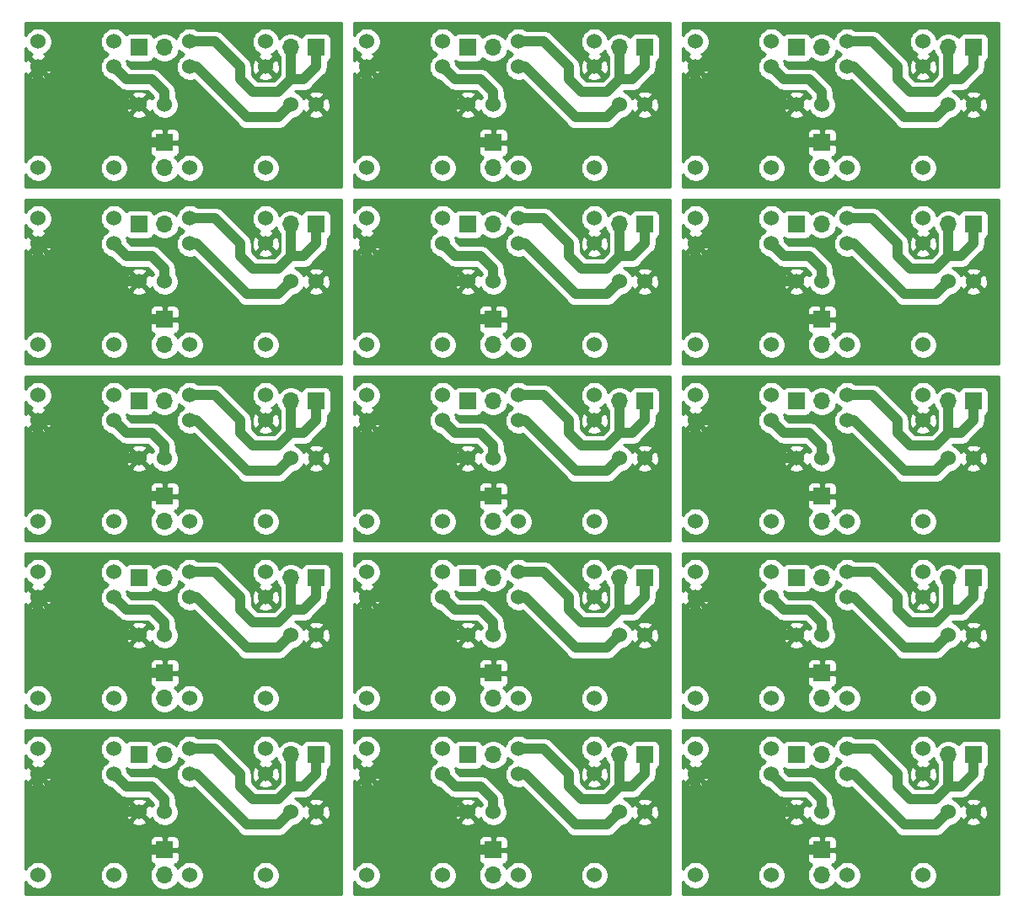
<source format=gbl>
G04 #@! TF.GenerationSoftware,KiCad,Pcbnew,(5.1.6)-1*
G04 #@! TF.CreationDate,2020-06-25T08:17:17+09:00*
G04 #@! TF.ProjectId,NAND___,4e414e44-62d8-4512-9e6b-696361645f70,rev?*
G04 #@! TF.SameCoordinates,Original*
G04 #@! TF.FileFunction,Copper,L2,Bot*
G04 #@! TF.FilePolarity,Positive*
%FSLAX46Y46*%
G04 Gerber Fmt 4.6, Leading zero omitted, Abs format (unit mm)*
G04 Created by KiCad (PCBNEW (5.1.6)-1) date 2020-06-25 08:17:17*
%MOMM*%
%LPD*%
G01*
G04 APERTURE LIST*
G04 #@! TA.AperFunction,ComponentPad*
%ADD10C,1.524000*%
G04 #@! TD*
G04 #@! TA.AperFunction,ComponentPad*
%ADD11R,1.700000X1.700000*%
G04 #@! TD*
G04 #@! TA.AperFunction,ComponentPad*
%ADD12O,1.700000X1.700000*%
G04 #@! TD*
G04 #@! TA.AperFunction,Conductor*
%ADD13C,1.000000*%
G04 #@! TD*
G04 #@! TA.AperFunction,Conductor*
%ADD14C,0.254000*%
G04 #@! TD*
G04 APERTURE END LIST*
D10*
X99695000Y-109220000D03*
X107315000Y-109220000D03*
X107315000Y-111760000D03*
X99695000Y-111760000D03*
X99695000Y-121920000D03*
X107315000Y-121920000D03*
X66675000Y-109220000D03*
X74295000Y-109220000D03*
X74295000Y-111760000D03*
X66675000Y-111760000D03*
X66675000Y-121920000D03*
X74295000Y-121920000D03*
X33655000Y-109220000D03*
X41275000Y-109220000D03*
X41275000Y-111760000D03*
X33655000Y-111760000D03*
X33655000Y-121920000D03*
X41275000Y-121920000D03*
X99695000Y-91440000D03*
X107315000Y-91440000D03*
X107315000Y-93980000D03*
X99695000Y-93980000D03*
X99695000Y-104140000D03*
X107315000Y-104140000D03*
X66675000Y-91440000D03*
X74295000Y-91440000D03*
X74295000Y-93980000D03*
X66675000Y-93980000D03*
X66675000Y-104140000D03*
X74295000Y-104140000D03*
X33655000Y-91440000D03*
X41275000Y-91440000D03*
X41275000Y-93980000D03*
X33655000Y-93980000D03*
X33655000Y-104140000D03*
X41275000Y-104140000D03*
X99695000Y-73660000D03*
X107315000Y-73660000D03*
X107315000Y-76200000D03*
X99695000Y-76200000D03*
X99695000Y-86360000D03*
X107315000Y-86360000D03*
X66675000Y-73660000D03*
X74295000Y-73660000D03*
X74295000Y-76200000D03*
X66675000Y-76200000D03*
X66675000Y-86360000D03*
X74295000Y-86360000D03*
X33655000Y-73660000D03*
X41275000Y-73660000D03*
X41275000Y-76200000D03*
X33655000Y-76200000D03*
X33655000Y-86360000D03*
X41275000Y-86360000D03*
X99695000Y-55880000D03*
X107315000Y-55880000D03*
X107315000Y-58420000D03*
X99695000Y-58420000D03*
X99695000Y-68580000D03*
X107315000Y-68580000D03*
X66675000Y-55880000D03*
X74295000Y-55880000D03*
X74295000Y-58420000D03*
X66675000Y-58420000D03*
X66675000Y-68580000D03*
X74295000Y-68580000D03*
X33655000Y-55880000D03*
X41275000Y-55880000D03*
X41275000Y-58420000D03*
X33655000Y-58420000D03*
X33655000Y-68580000D03*
X41275000Y-68580000D03*
X99695000Y-38100000D03*
X107315000Y-38100000D03*
X107315000Y-40640000D03*
X99695000Y-40640000D03*
X99695000Y-50800000D03*
X107315000Y-50800000D03*
X66675000Y-38100000D03*
X74295000Y-38100000D03*
X74295000Y-40640000D03*
X66675000Y-40640000D03*
X66675000Y-50800000D03*
X74295000Y-50800000D03*
D11*
X127635000Y-109820000D03*
D12*
X125095000Y-109820000D03*
D11*
X94615000Y-109820000D03*
D12*
X92075000Y-109820000D03*
D11*
X61595000Y-109820000D03*
D12*
X59055000Y-109820000D03*
D11*
X127635000Y-92040000D03*
D12*
X125095000Y-92040000D03*
D11*
X94615000Y-92040000D03*
D12*
X92075000Y-92040000D03*
D11*
X61595000Y-92040000D03*
D12*
X59055000Y-92040000D03*
D11*
X127635000Y-74260000D03*
D12*
X125095000Y-74260000D03*
D11*
X94615000Y-74260000D03*
D12*
X92075000Y-74260000D03*
D11*
X61595000Y-74260000D03*
D12*
X59055000Y-74260000D03*
D11*
X127635000Y-56480000D03*
D12*
X125095000Y-56480000D03*
D11*
X94615000Y-56480000D03*
D12*
X92075000Y-56480000D03*
D11*
X61595000Y-56480000D03*
D12*
X59055000Y-56480000D03*
D11*
X127635000Y-38700000D03*
D12*
X125095000Y-38700000D03*
D11*
X94615000Y-38700000D03*
D12*
X92075000Y-38700000D03*
D10*
X125095000Y-115570000D03*
X127635000Y-115570000D03*
X92075000Y-115570000D03*
X94615000Y-115570000D03*
X59055000Y-115570000D03*
X61595000Y-115570000D03*
X125095000Y-97790000D03*
X127635000Y-97790000D03*
X92075000Y-97790000D03*
X94615000Y-97790000D03*
X59055000Y-97790000D03*
X61595000Y-97790000D03*
X125095000Y-80010000D03*
X127635000Y-80010000D03*
X92075000Y-80010000D03*
X94615000Y-80010000D03*
X59055000Y-80010000D03*
X61595000Y-80010000D03*
X125095000Y-62230000D03*
X127635000Y-62230000D03*
X92075000Y-62230000D03*
X94615000Y-62230000D03*
X59055000Y-62230000D03*
X61595000Y-62230000D03*
X125095000Y-44450000D03*
X127635000Y-44450000D03*
X92075000Y-44450000D03*
X94615000Y-44450000D03*
D12*
X112395000Y-121920000D03*
D11*
X112395000Y-119380000D03*
D12*
X79375000Y-121920000D03*
D11*
X79375000Y-119380000D03*
D12*
X46355000Y-121920000D03*
D11*
X46355000Y-119380000D03*
D12*
X112395000Y-104140000D03*
D11*
X112395000Y-101600000D03*
D12*
X79375000Y-104140000D03*
D11*
X79375000Y-101600000D03*
D12*
X46355000Y-104140000D03*
D11*
X46355000Y-101600000D03*
D12*
X112395000Y-86360000D03*
D11*
X112395000Y-83820000D03*
D12*
X79375000Y-86360000D03*
D11*
X79375000Y-83820000D03*
D12*
X46355000Y-86360000D03*
D11*
X46355000Y-83820000D03*
D12*
X112395000Y-68580000D03*
D11*
X112395000Y-66040000D03*
D12*
X79375000Y-68580000D03*
D11*
X79375000Y-66040000D03*
D12*
X46355000Y-68580000D03*
D11*
X46355000Y-66040000D03*
D12*
X112395000Y-50800000D03*
D11*
X112395000Y-48260000D03*
D12*
X79375000Y-50800000D03*
D11*
X79375000Y-48260000D03*
D12*
X112395000Y-109820000D03*
D11*
X109855000Y-109820000D03*
D12*
X79375000Y-109820000D03*
D11*
X76835000Y-109820000D03*
D12*
X46355000Y-109820000D03*
D11*
X43815000Y-109820000D03*
D12*
X112395000Y-92040000D03*
D11*
X109855000Y-92040000D03*
D12*
X79375000Y-92040000D03*
D11*
X76835000Y-92040000D03*
D12*
X46355000Y-92040000D03*
D11*
X43815000Y-92040000D03*
D12*
X112395000Y-74260000D03*
D11*
X109855000Y-74260000D03*
D12*
X79375000Y-74260000D03*
D11*
X76835000Y-74260000D03*
D12*
X46355000Y-74260000D03*
D11*
X43815000Y-74260000D03*
D12*
X112395000Y-56480000D03*
D11*
X109855000Y-56480000D03*
D12*
X79375000Y-56480000D03*
D11*
X76835000Y-56480000D03*
D12*
X46355000Y-56480000D03*
D11*
X43815000Y-56480000D03*
D12*
X112395000Y-38700000D03*
D11*
X109855000Y-38700000D03*
D12*
X79375000Y-38700000D03*
D11*
X76835000Y-38700000D03*
D10*
X122555000Y-121920000D03*
X114935000Y-121920000D03*
X114935000Y-111760000D03*
X122555000Y-111760000D03*
X122555000Y-109220000D03*
X114935000Y-109220000D03*
X89535000Y-121920000D03*
X81915000Y-121920000D03*
X81915000Y-111760000D03*
X89535000Y-111760000D03*
X89535000Y-109220000D03*
X81915000Y-109220000D03*
X56515000Y-121920000D03*
X48895000Y-121920000D03*
X48895000Y-111760000D03*
X56515000Y-111760000D03*
X56515000Y-109220000D03*
X48895000Y-109220000D03*
X122555000Y-104140000D03*
X114935000Y-104140000D03*
X114935000Y-93980000D03*
X122555000Y-93980000D03*
X122555000Y-91440000D03*
X114935000Y-91440000D03*
X89535000Y-104140000D03*
X81915000Y-104140000D03*
X81915000Y-93980000D03*
X89535000Y-93980000D03*
X89535000Y-91440000D03*
X81915000Y-91440000D03*
X56515000Y-104140000D03*
X48895000Y-104140000D03*
X48895000Y-93980000D03*
X56515000Y-93980000D03*
X56515000Y-91440000D03*
X48895000Y-91440000D03*
X122555000Y-86360000D03*
X114935000Y-86360000D03*
X114935000Y-76200000D03*
X122555000Y-76200000D03*
X122555000Y-73660000D03*
X114935000Y-73660000D03*
X89535000Y-86360000D03*
X81915000Y-86360000D03*
X81915000Y-76200000D03*
X89535000Y-76200000D03*
X89535000Y-73660000D03*
X81915000Y-73660000D03*
X56515000Y-86360000D03*
X48895000Y-86360000D03*
X48895000Y-76200000D03*
X56515000Y-76200000D03*
X56515000Y-73660000D03*
X48895000Y-73660000D03*
X122555000Y-68580000D03*
X114935000Y-68580000D03*
X114935000Y-58420000D03*
X122555000Y-58420000D03*
X122555000Y-55880000D03*
X114935000Y-55880000D03*
X89535000Y-68580000D03*
X81915000Y-68580000D03*
X81915000Y-58420000D03*
X89535000Y-58420000D03*
X89535000Y-55880000D03*
X81915000Y-55880000D03*
X56515000Y-68580000D03*
X48895000Y-68580000D03*
X48895000Y-58420000D03*
X56515000Y-58420000D03*
X56515000Y-55880000D03*
X48895000Y-55880000D03*
X122555000Y-50800000D03*
X114935000Y-50800000D03*
X114935000Y-40640000D03*
X122555000Y-40640000D03*
X122555000Y-38100000D03*
X114935000Y-38100000D03*
X89535000Y-50800000D03*
X81915000Y-50800000D03*
X81915000Y-40640000D03*
X89535000Y-40640000D03*
X89535000Y-38100000D03*
X81915000Y-38100000D03*
X112395000Y-115570000D03*
X109855000Y-115570000D03*
X79375000Y-115570000D03*
X76835000Y-115570000D03*
X46355000Y-115570000D03*
X43815000Y-115570000D03*
X112395000Y-97790000D03*
X109855000Y-97790000D03*
X79375000Y-97790000D03*
X76835000Y-97790000D03*
X46355000Y-97790000D03*
X43815000Y-97790000D03*
X112395000Y-80010000D03*
X109855000Y-80010000D03*
X79375000Y-80010000D03*
X76835000Y-80010000D03*
X46355000Y-80010000D03*
X43815000Y-80010000D03*
X112395000Y-62230000D03*
X109855000Y-62230000D03*
X79375000Y-62230000D03*
X76835000Y-62230000D03*
X46355000Y-62230000D03*
X43815000Y-62230000D03*
X112395000Y-44450000D03*
X109855000Y-44450000D03*
X79375000Y-44450000D03*
X76835000Y-44450000D03*
X43815000Y-44450000D03*
X46355000Y-44450000D03*
X61595000Y-44450000D03*
X59055000Y-44450000D03*
D11*
X43815000Y-38700000D03*
D12*
X46355000Y-38700000D03*
D11*
X46355000Y-48260000D03*
D12*
X46355000Y-50800000D03*
X59055000Y-38700000D03*
D11*
X61595000Y-38700000D03*
D10*
X41275000Y-50800000D03*
X33655000Y-50800000D03*
X33655000Y-40640000D03*
X41275000Y-40640000D03*
X41275000Y-38100000D03*
X33655000Y-38100000D03*
X48895000Y-38100000D03*
X56515000Y-38100000D03*
X56515000Y-40640000D03*
X48895000Y-40640000D03*
X48895000Y-50800000D03*
X56515000Y-50800000D03*
D13*
X46355000Y-44450000D02*
X46355000Y-43180000D01*
X46355000Y-43180000D02*
X45085000Y-41910000D01*
X42545000Y-41910000D02*
X41275000Y-40640000D01*
X45085000Y-41910000D02*
X42545000Y-41910000D01*
X79375000Y-44450000D02*
X79375000Y-43180000D01*
X112395000Y-44450000D02*
X112395000Y-43180000D01*
X46355000Y-62230000D02*
X46355000Y-60960000D01*
X79375000Y-62230000D02*
X79375000Y-60960000D01*
X112395000Y-62230000D02*
X112395000Y-60960000D01*
X46355000Y-80010000D02*
X46355000Y-78740000D01*
X79375000Y-80010000D02*
X79375000Y-78740000D01*
X112395000Y-80010000D02*
X112395000Y-78740000D01*
X46355000Y-97790000D02*
X46355000Y-96520000D01*
X79375000Y-97790000D02*
X79375000Y-96520000D01*
X112395000Y-97790000D02*
X112395000Y-96520000D01*
X46355000Y-115570000D02*
X46355000Y-114300000D01*
X79375000Y-115570000D02*
X79375000Y-114300000D01*
X112395000Y-115570000D02*
X112395000Y-114300000D01*
X78105000Y-41910000D02*
X75565000Y-41910000D01*
X111125000Y-41910000D02*
X108585000Y-41910000D01*
X45085000Y-59690000D02*
X42545000Y-59690000D01*
X78105000Y-59690000D02*
X75565000Y-59690000D01*
X111125000Y-59690000D02*
X108585000Y-59690000D01*
X45085000Y-77470000D02*
X42545000Y-77470000D01*
X78105000Y-77470000D02*
X75565000Y-77470000D01*
X111125000Y-77470000D02*
X108585000Y-77470000D01*
X45085000Y-95250000D02*
X42545000Y-95250000D01*
X78105000Y-95250000D02*
X75565000Y-95250000D01*
X111125000Y-95250000D02*
X108585000Y-95250000D01*
X45085000Y-113030000D02*
X42545000Y-113030000D01*
X78105000Y-113030000D02*
X75565000Y-113030000D01*
X111125000Y-113030000D02*
X108585000Y-113030000D01*
X75565000Y-41910000D02*
X74295000Y-40640000D01*
X108585000Y-41910000D02*
X107315000Y-40640000D01*
X42545000Y-59690000D02*
X41275000Y-58420000D01*
X75565000Y-59690000D02*
X74295000Y-58420000D01*
X108585000Y-59690000D02*
X107315000Y-58420000D01*
X42545000Y-77470000D02*
X41275000Y-76200000D01*
X75565000Y-77470000D02*
X74295000Y-76200000D01*
X108585000Y-77470000D02*
X107315000Y-76200000D01*
X42545000Y-95250000D02*
X41275000Y-93980000D01*
X75565000Y-95250000D02*
X74295000Y-93980000D01*
X108585000Y-95250000D02*
X107315000Y-93980000D01*
X42545000Y-113030000D02*
X41275000Y-111760000D01*
X75565000Y-113030000D02*
X74295000Y-111760000D01*
X108585000Y-113030000D02*
X107315000Y-111760000D01*
X79375000Y-43180000D02*
X78105000Y-41910000D01*
X112395000Y-43180000D02*
X111125000Y-41910000D01*
X46355000Y-60960000D02*
X45085000Y-59690000D01*
X79375000Y-60960000D02*
X78105000Y-59690000D01*
X112395000Y-60960000D02*
X111125000Y-59690000D01*
X46355000Y-78740000D02*
X45085000Y-77470000D01*
X79375000Y-78740000D02*
X78105000Y-77470000D01*
X112395000Y-78740000D02*
X111125000Y-77470000D01*
X46355000Y-96520000D02*
X45085000Y-95250000D01*
X79375000Y-96520000D02*
X78105000Y-95250000D01*
X112395000Y-96520000D02*
X111125000Y-95250000D01*
X46355000Y-114300000D02*
X45085000Y-113030000D01*
X79375000Y-114300000D02*
X78105000Y-113030000D01*
X112395000Y-114300000D02*
X111125000Y-113030000D01*
X59055000Y-44450000D02*
X57785000Y-45720000D01*
X57785000Y-45720000D02*
X54610000Y-45720000D01*
X49530000Y-40640000D02*
X48895000Y-40640000D01*
X54610000Y-45720000D02*
X49530000Y-40640000D01*
X82550000Y-40640000D02*
X81915000Y-40640000D01*
X115570000Y-40640000D02*
X114935000Y-40640000D01*
X49530000Y-58420000D02*
X48895000Y-58420000D01*
X82550000Y-58420000D02*
X81915000Y-58420000D01*
X115570000Y-58420000D02*
X114935000Y-58420000D01*
X49530000Y-76200000D02*
X48895000Y-76200000D01*
X82550000Y-76200000D02*
X81915000Y-76200000D01*
X115570000Y-76200000D02*
X114935000Y-76200000D01*
X49530000Y-93980000D02*
X48895000Y-93980000D01*
X82550000Y-93980000D02*
X81915000Y-93980000D01*
X115570000Y-93980000D02*
X114935000Y-93980000D01*
X49530000Y-111760000D02*
X48895000Y-111760000D01*
X82550000Y-111760000D02*
X81915000Y-111760000D01*
X115570000Y-111760000D02*
X114935000Y-111760000D01*
X90805000Y-45720000D02*
X87630000Y-45720000D01*
X123825000Y-45720000D02*
X120650000Y-45720000D01*
X57785000Y-63500000D02*
X54610000Y-63500000D01*
X90805000Y-63500000D02*
X87630000Y-63500000D01*
X123825000Y-63500000D02*
X120650000Y-63500000D01*
X57785000Y-81280000D02*
X54610000Y-81280000D01*
X90805000Y-81280000D02*
X87630000Y-81280000D01*
X123825000Y-81280000D02*
X120650000Y-81280000D01*
X57785000Y-99060000D02*
X54610000Y-99060000D01*
X90805000Y-99060000D02*
X87630000Y-99060000D01*
X123825000Y-99060000D02*
X120650000Y-99060000D01*
X57785000Y-116840000D02*
X54610000Y-116840000D01*
X90805000Y-116840000D02*
X87630000Y-116840000D01*
X123825000Y-116840000D02*
X120650000Y-116840000D01*
X92075000Y-44450000D02*
X90805000Y-45720000D01*
X125095000Y-44450000D02*
X123825000Y-45720000D01*
X59055000Y-62230000D02*
X57785000Y-63500000D01*
X92075000Y-62230000D02*
X90805000Y-63500000D01*
X125095000Y-62230000D02*
X123825000Y-63500000D01*
X59055000Y-80010000D02*
X57785000Y-81280000D01*
X92075000Y-80010000D02*
X90805000Y-81280000D01*
X125095000Y-80010000D02*
X123825000Y-81280000D01*
X59055000Y-97790000D02*
X57785000Y-99060000D01*
X92075000Y-97790000D02*
X90805000Y-99060000D01*
X125095000Y-97790000D02*
X123825000Y-99060000D01*
X59055000Y-115570000D02*
X57785000Y-116840000D01*
X92075000Y-115570000D02*
X90805000Y-116840000D01*
X125095000Y-115570000D02*
X123825000Y-116840000D01*
X87630000Y-45720000D02*
X82550000Y-40640000D01*
X120650000Y-45720000D02*
X115570000Y-40640000D01*
X54610000Y-63500000D02*
X49530000Y-58420000D01*
X87630000Y-63500000D02*
X82550000Y-58420000D01*
X120650000Y-63500000D02*
X115570000Y-58420000D01*
X54610000Y-81280000D02*
X49530000Y-76200000D01*
X87630000Y-81280000D02*
X82550000Y-76200000D01*
X120650000Y-81280000D02*
X115570000Y-76200000D01*
X54610000Y-99060000D02*
X49530000Y-93980000D01*
X87630000Y-99060000D02*
X82550000Y-93980000D01*
X120650000Y-99060000D02*
X115570000Y-93980000D01*
X54610000Y-116840000D02*
X49530000Y-111760000D01*
X87630000Y-116840000D02*
X82550000Y-111760000D01*
X120650000Y-116840000D02*
X115570000Y-111760000D01*
X48895000Y-38100000D02*
X51435000Y-38100000D01*
X51435000Y-38100000D02*
X53975000Y-40640000D01*
X53975000Y-40640000D02*
X53975000Y-41910000D01*
X53975000Y-41910000D02*
X55245000Y-43180000D01*
X55245000Y-43180000D02*
X57785000Y-43180000D01*
X59055000Y-41910000D02*
X59055000Y-38700000D01*
X57785000Y-43180000D02*
X59055000Y-41910000D01*
X59055000Y-41910000D02*
X60325000Y-41910000D01*
X61595000Y-40640000D02*
X61595000Y-38700000D01*
X60325000Y-41910000D02*
X61595000Y-40640000D01*
X81915000Y-38100000D02*
X84455000Y-38100000D01*
X114935000Y-38100000D02*
X117475000Y-38100000D01*
X48895000Y-55880000D02*
X51435000Y-55880000D01*
X81915000Y-55880000D02*
X84455000Y-55880000D01*
X114935000Y-55880000D02*
X117475000Y-55880000D01*
X48895000Y-73660000D02*
X51435000Y-73660000D01*
X81915000Y-73660000D02*
X84455000Y-73660000D01*
X114935000Y-73660000D02*
X117475000Y-73660000D01*
X48895000Y-91440000D02*
X51435000Y-91440000D01*
X81915000Y-91440000D02*
X84455000Y-91440000D01*
X114935000Y-91440000D02*
X117475000Y-91440000D01*
X48895000Y-109220000D02*
X51435000Y-109220000D01*
X81915000Y-109220000D02*
X84455000Y-109220000D01*
X114935000Y-109220000D02*
X117475000Y-109220000D01*
X92075000Y-41910000D02*
X93345000Y-41910000D01*
X125095000Y-41910000D02*
X126365000Y-41910000D01*
X59055000Y-59690000D02*
X60325000Y-59690000D01*
X92075000Y-59690000D02*
X93345000Y-59690000D01*
X125095000Y-59690000D02*
X126365000Y-59690000D01*
X59055000Y-77470000D02*
X60325000Y-77470000D01*
X92075000Y-77470000D02*
X93345000Y-77470000D01*
X125095000Y-77470000D02*
X126365000Y-77470000D01*
X59055000Y-95250000D02*
X60325000Y-95250000D01*
X92075000Y-95250000D02*
X93345000Y-95250000D01*
X125095000Y-95250000D02*
X126365000Y-95250000D01*
X59055000Y-113030000D02*
X60325000Y-113030000D01*
X92075000Y-113030000D02*
X93345000Y-113030000D01*
X125095000Y-113030000D02*
X126365000Y-113030000D01*
X94615000Y-40640000D02*
X94615000Y-38700000D01*
X127635000Y-40640000D02*
X127635000Y-38700000D01*
X61595000Y-58420000D02*
X61595000Y-56480000D01*
X94615000Y-58420000D02*
X94615000Y-56480000D01*
X127635000Y-58420000D02*
X127635000Y-56480000D01*
X61595000Y-76200000D02*
X61595000Y-74260000D01*
X94615000Y-76200000D02*
X94615000Y-74260000D01*
X127635000Y-76200000D02*
X127635000Y-74260000D01*
X61595000Y-93980000D02*
X61595000Y-92040000D01*
X94615000Y-93980000D02*
X94615000Y-92040000D01*
X127635000Y-93980000D02*
X127635000Y-92040000D01*
X61595000Y-111760000D02*
X61595000Y-109820000D01*
X94615000Y-111760000D02*
X94615000Y-109820000D01*
X127635000Y-111760000D02*
X127635000Y-109820000D01*
X92075000Y-41910000D02*
X92075000Y-38700000D01*
X125095000Y-41910000D02*
X125095000Y-38700000D01*
X59055000Y-59690000D02*
X59055000Y-56480000D01*
X92075000Y-59690000D02*
X92075000Y-56480000D01*
X125095000Y-59690000D02*
X125095000Y-56480000D01*
X59055000Y-77470000D02*
X59055000Y-74260000D01*
X92075000Y-77470000D02*
X92075000Y-74260000D01*
X125095000Y-77470000D02*
X125095000Y-74260000D01*
X59055000Y-95250000D02*
X59055000Y-92040000D01*
X92075000Y-95250000D02*
X92075000Y-92040000D01*
X125095000Y-95250000D02*
X125095000Y-92040000D01*
X59055000Y-113030000D02*
X59055000Y-109820000D01*
X92075000Y-113030000D02*
X92075000Y-109820000D01*
X125095000Y-113030000D02*
X125095000Y-109820000D01*
X90805000Y-43180000D02*
X92075000Y-41910000D01*
X123825000Y-43180000D02*
X125095000Y-41910000D01*
X57785000Y-60960000D02*
X59055000Y-59690000D01*
X90805000Y-60960000D02*
X92075000Y-59690000D01*
X123825000Y-60960000D02*
X125095000Y-59690000D01*
X57785000Y-78740000D02*
X59055000Y-77470000D01*
X90805000Y-78740000D02*
X92075000Y-77470000D01*
X123825000Y-78740000D02*
X125095000Y-77470000D01*
X57785000Y-96520000D02*
X59055000Y-95250000D01*
X90805000Y-96520000D02*
X92075000Y-95250000D01*
X123825000Y-96520000D02*
X125095000Y-95250000D01*
X57785000Y-114300000D02*
X59055000Y-113030000D01*
X90805000Y-114300000D02*
X92075000Y-113030000D01*
X123825000Y-114300000D02*
X125095000Y-113030000D01*
X84455000Y-38100000D02*
X86995000Y-40640000D01*
X117475000Y-38100000D02*
X120015000Y-40640000D01*
X51435000Y-55880000D02*
X53975000Y-58420000D01*
X84455000Y-55880000D02*
X86995000Y-58420000D01*
X117475000Y-55880000D02*
X120015000Y-58420000D01*
X51435000Y-73660000D02*
X53975000Y-76200000D01*
X84455000Y-73660000D02*
X86995000Y-76200000D01*
X117475000Y-73660000D02*
X120015000Y-76200000D01*
X51435000Y-91440000D02*
X53975000Y-93980000D01*
X84455000Y-91440000D02*
X86995000Y-93980000D01*
X117475000Y-91440000D02*
X120015000Y-93980000D01*
X51435000Y-109220000D02*
X53975000Y-111760000D01*
X84455000Y-109220000D02*
X86995000Y-111760000D01*
X117475000Y-109220000D02*
X120015000Y-111760000D01*
X86995000Y-41910000D02*
X88265000Y-43180000D01*
X120015000Y-41910000D02*
X121285000Y-43180000D01*
X53975000Y-59690000D02*
X55245000Y-60960000D01*
X86995000Y-59690000D02*
X88265000Y-60960000D01*
X120015000Y-59690000D02*
X121285000Y-60960000D01*
X53975000Y-77470000D02*
X55245000Y-78740000D01*
X86995000Y-77470000D02*
X88265000Y-78740000D01*
X120015000Y-77470000D02*
X121285000Y-78740000D01*
X53975000Y-95250000D02*
X55245000Y-96520000D01*
X86995000Y-95250000D02*
X88265000Y-96520000D01*
X120015000Y-95250000D02*
X121285000Y-96520000D01*
X53975000Y-113030000D02*
X55245000Y-114300000D01*
X86995000Y-113030000D02*
X88265000Y-114300000D01*
X120015000Y-113030000D02*
X121285000Y-114300000D01*
X86995000Y-40640000D02*
X86995000Y-41910000D01*
X120015000Y-40640000D02*
X120015000Y-41910000D01*
X53975000Y-58420000D02*
X53975000Y-59690000D01*
X86995000Y-58420000D02*
X86995000Y-59690000D01*
X120015000Y-58420000D02*
X120015000Y-59690000D01*
X53975000Y-76200000D02*
X53975000Y-77470000D01*
X86995000Y-76200000D02*
X86995000Y-77470000D01*
X120015000Y-76200000D02*
X120015000Y-77470000D01*
X53975000Y-93980000D02*
X53975000Y-95250000D01*
X86995000Y-93980000D02*
X86995000Y-95250000D01*
X120015000Y-93980000D02*
X120015000Y-95250000D01*
X53975000Y-111760000D02*
X53975000Y-113030000D01*
X86995000Y-111760000D02*
X86995000Y-113030000D01*
X120015000Y-111760000D02*
X120015000Y-113030000D01*
X93345000Y-41910000D02*
X94615000Y-40640000D01*
X126365000Y-41910000D02*
X127635000Y-40640000D01*
X60325000Y-59690000D02*
X61595000Y-58420000D01*
X93345000Y-59690000D02*
X94615000Y-58420000D01*
X126365000Y-59690000D02*
X127635000Y-58420000D01*
X60325000Y-77470000D02*
X61595000Y-76200000D01*
X93345000Y-77470000D02*
X94615000Y-76200000D01*
X126365000Y-77470000D02*
X127635000Y-76200000D01*
X60325000Y-95250000D02*
X61595000Y-93980000D01*
X93345000Y-95250000D02*
X94615000Y-93980000D01*
X126365000Y-95250000D02*
X127635000Y-93980000D01*
X60325000Y-113030000D02*
X61595000Y-111760000D01*
X93345000Y-113030000D02*
X94615000Y-111760000D01*
X126365000Y-113030000D02*
X127635000Y-111760000D01*
X88265000Y-43180000D02*
X90805000Y-43180000D01*
X121285000Y-43180000D02*
X123825000Y-43180000D01*
X55245000Y-60960000D02*
X57785000Y-60960000D01*
X88265000Y-60960000D02*
X90805000Y-60960000D01*
X121285000Y-60960000D02*
X123825000Y-60960000D01*
X55245000Y-78740000D02*
X57785000Y-78740000D01*
X88265000Y-78740000D02*
X90805000Y-78740000D01*
X121285000Y-78740000D02*
X123825000Y-78740000D01*
X55245000Y-96520000D02*
X57785000Y-96520000D01*
X88265000Y-96520000D02*
X90805000Y-96520000D01*
X121285000Y-96520000D02*
X123825000Y-96520000D01*
X55245000Y-114300000D02*
X57785000Y-114300000D01*
X88265000Y-114300000D02*
X90805000Y-114300000D01*
X121285000Y-114300000D02*
X123825000Y-114300000D01*
X46355000Y-48260000D02*
X40005000Y-48260000D01*
X33655000Y-41910000D02*
X33655000Y-40640000D01*
X40005000Y-48260000D02*
X33655000Y-41910000D01*
X43815000Y-44450000D02*
X39370000Y-44450000D01*
X35560000Y-40640000D02*
X33655000Y-40640000D01*
X39370000Y-44450000D02*
X35560000Y-40640000D01*
X79375000Y-48260000D02*
X73025000Y-48260000D01*
X112395000Y-48260000D02*
X106045000Y-48260000D01*
X46355000Y-66040000D02*
X40005000Y-66040000D01*
X79375000Y-66040000D02*
X73025000Y-66040000D01*
X112395000Y-66040000D02*
X106045000Y-66040000D01*
X46355000Y-83820000D02*
X40005000Y-83820000D01*
X79375000Y-83820000D02*
X73025000Y-83820000D01*
X112395000Y-83820000D02*
X106045000Y-83820000D01*
X46355000Y-101600000D02*
X40005000Y-101600000D01*
X79375000Y-101600000D02*
X73025000Y-101600000D01*
X112395000Y-101600000D02*
X106045000Y-101600000D01*
X46355000Y-119380000D02*
X40005000Y-119380000D01*
X79375000Y-119380000D02*
X73025000Y-119380000D01*
X112395000Y-119380000D02*
X106045000Y-119380000D01*
X68580000Y-40640000D02*
X66675000Y-40640000D01*
X101600000Y-40640000D02*
X99695000Y-40640000D01*
X35560000Y-58420000D02*
X33655000Y-58420000D01*
X68580000Y-58420000D02*
X66675000Y-58420000D01*
X101600000Y-58420000D02*
X99695000Y-58420000D01*
X35560000Y-76200000D02*
X33655000Y-76200000D01*
X68580000Y-76200000D02*
X66675000Y-76200000D01*
X101600000Y-76200000D02*
X99695000Y-76200000D01*
X35560000Y-93980000D02*
X33655000Y-93980000D01*
X68580000Y-93980000D02*
X66675000Y-93980000D01*
X101600000Y-93980000D02*
X99695000Y-93980000D01*
X35560000Y-111760000D02*
X33655000Y-111760000D01*
X68580000Y-111760000D02*
X66675000Y-111760000D01*
X101600000Y-111760000D02*
X99695000Y-111760000D01*
X73025000Y-48260000D02*
X66675000Y-41910000D01*
X106045000Y-48260000D02*
X99695000Y-41910000D01*
X40005000Y-66040000D02*
X33655000Y-59690000D01*
X73025000Y-66040000D02*
X66675000Y-59690000D01*
X106045000Y-66040000D02*
X99695000Y-59690000D01*
X40005000Y-83820000D02*
X33655000Y-77470000D01*
X73025000Y-83820000D02*
X66675000Y-77470000D01*
X106045000Y-83820000D02*
X99695000Y-77470000D01*
X40005000Y-101600000D02*
X33655000Y-95250000D01*
X73025000Y-101600000D02*
X66675000Y-95250000D01*
X106045000Y-101600000D02*
X99695000Y-95250000D01*
X40005000Y-119380000D02*
X33655000Y-113030000D01*
X73025000Y-119380000D02*
X66675000Y-113030000D01*
X106045000Y-119380000D02*
X99695000Y-113030000D01*
X72390000Y-44450000D02*
X68580000Y-40640000D01*
X105410000Y-44450000D02*
X101600000Y-40640000D01*
X39370000Y-62230000D02*
X35560000Y-58420000D01*
X72390000Y-62230000D02*
X68580000Y-58420000D01*
X105410000Y-62230000D02*
X101600000Y-58420000D01*
X39370000Y-80010000D02*
X35560000Y-76200000D01*
X72390000Y-80010000D02*
X68580000Y-76200000D01*
X105410000Y-80010000D02*
X101600000Y-76200000D01*
X39370000Y-97790000D02*
X35560000Y-93980000D01*
X72390000Y-97790000D02*
X68580000Y-93980000D01*
X105410000Y-97790000D02*
X101600000Y-93980000D01*
X39370000Y-115570000D02*
X35560000Y-111760000D01*
X72390000Y-115570000D02*
X68580000Y-111760000D01*
X105410000Y-115570000D02*
X101600000Y-111760000D01*
X76835000Y-44450000D02*
X72390000Y-44450000D01*
X109855000Y-44450000D02*
X105410000Y-44450000D01*
X43815000Y-62230000D02*
X39370000Y-62230000D01*
X76835000Y-62230000D02*
X72390000Y-62230000D01*
X109855000Y-62230000D02*
X105410000Y-62230000D01*
X43815000Y-80010000D02*
X39370000Y-80010000D01*
X76835000Y-80010000D02*
X72390000Y-80010000D01*
X109855000Y-80010000D02*
X105410000Y-80010000D01*
X43815000Y-97790000D02*
X39370000Y-97790000D01*
X76835000Y-97790000D02*
X72390000Y-97790000D01*
X109855000Y-97790000D02*
X105410000Y-97790000D01*
X43815000Y-115570000D02*
X39370000Y-115570000D01*
X76835000Y-115570000D02*
X72390000Y-115570000D01*
X109855000Y-115570000D02*
X105410000Y-115570000D01*
X66675000Y-41910000D02*
X66675000Y-40640000D01*
X99695000Y-41910000D02*
X99695000Y-40640000D01*
X33655000Y-59690000D02*
X33655000Y-58420000D01*
X66675000Y-59690000D02*
X66675000Y-58420000D01*
X99695000Y-59690000D02*
X99695000Y-58420000D01*
X33655000Y-77470000D02*
X33655000Y-76200000D01*
X66675000Y-77470000D02*
X66675000Y-76200000D01*
X99695000Y-77470000D02*
X99695000Y-76200000D01*
X33655000Y-95250000D02*
X33655000Y-93980000D01*
X66675000Y-95250000D02*
X66675000Y-93980000D01*
X99695000Y-95250000D02*
X99695000Y-93980000D01*
X33655000Y-113030000D02*
X33655000Y-111760000D01*
X66675000Y-113030000D02*
X66675000Y-111760000D01*
X99695000Y-113030000D02*
X99695000Y-111760000D01*
D14*
G36*
X64110001Y-52680000D02*
G01*
X32410000Y-52680000D01*
X32410000Y-51444840D01*
X32416995Y-51461727D01*
X32569880Y-51690535D01*
X32764465Y-51885120D01*
X32993273Y-52038005D01*
X33247510Y-52143314D01*
X33517408Y-52197000D01*
X33792592Y-52197000D01*
X34062490Y-52143314D01*
X34316727Y-52038005D01*
X34545535Y-51885120D01*
X34740120Y-51690535D01*
X34893005Y-51461727D01*
X34998314Y-51207490D01*
X35052000Y-50937592D01*
X35052000Y-50662408D01*
X39878000Y-50662408D01*
X39878000Y-50937592D01*
X39931686Y-51207490D01*
X40036995Y-51461727D01*
X40189880Y-51690535D01*
X40384465Y-51885120D01*
X40613273Y-52038005D01*
X40867510Y-52143314D01*
X41137408Y-52197000D01*
X41412592Y-52197000D01*
X41682490Y-52143314D01*
X41936727Y-52038005D01*
X42165535Y-51885120D01*
X42360120Y-51690535D01*
X42513005Y-51461727D01*
X42618314Y-51207490D01*
X42672000Y-50937592D01*
X42672000Y-50662408D01*
X42618314Y-50392510D01*
X42513005Y-50138273D01*
X42360120Y-49909465D01*
X42165535Y-49714880D01*
X41936727Y-49561995D01*
X41682490Y-49456686D01*
X41412592Y-49403000D01*
X41137408Y-49403000D01*
X40867510Y-49456686D01*
X40613273Y-49561995D01*
X40384465Y-49714880D01*
X40189880Y-49909465D01*
X40036995Y-50138273D01*
X39931686Y-50392510D01*
X39878000Y-50662408D01*
X35052000Y-50662408D01*
X34998314Y-50392510D01*
X34893005Y-50138273D01*
X34740120Y-49909465D01*
X34545535Y-49714880D01*
X34316727Y-49561995D01*
X34062490Y-49456686D01*
X33792592Y-49403000D01*
X33517408Y-49403000D01*
X33247510Y-49456686D01*
X32993273Y-49561995D01*
X32764465Y-49714880D01*
X32569880Y-49909465D01*
X32416995Y-50138273D01*
X32410000Y-50155160D01*
X32410000Y-49110000D01*
X44866928Y-49110000D01*
X44879188Y-49234482D01*
X44915498Y-49354180D01*
X44974463Y-49464494D01*
X45053815Y-49561185D01*
X45150506Y-49640537D01*
X45260820Y-49699502D01*
X45333380Y-49721513D01*
X45201525Y-49853368D01*
X45039010Y-50096589D01*
X44927068Y-50366842D01*
X44870000Y-50653740D01*
X44870000Y-50946260D01*
X44927068Y-51233158D01*
X45039010Y-51503411D01*
X45201525Y-51746632D01*
X45408368Y-51953475D01*
X45651589Y-52115990D01*
X45921842Y-52227932D01*
X46208740Y-52285000D01*
X46501260Y-52285000D01*
X46788158Y-52227932D01*
X47058411Y-52115990D01*
X47301632Y-51953475D01*
X47508475Y-51746632D01*
X47670990Y-51503411D01*
X47676293Y-51490608D01*
X47809880Y-51690535D01*
X48004465Y-51885120D01*
X48233273Y-52038005D01*
X48487510Y-52143314D01*
X48757408Y-52197000D01*
X49032592Y-52197000D01*
X49302490Y-52143314D01*
X49556727Y-52038005D01*
X49785535Y-51885120D01*
X49980120Y-51690535D01*
X50133005Y-51461727D01*
X50238314Y-51207490D01*
X50292000Y-50937592D01*
X50292000Y-50662408D01*
X55118000Y-50662408D01*
X55118000Y-50937592D01*
X55171686Y-51207490D01*
X55276995Y-51461727D01*
X55429880Y-51690535D01*
X55624465Y-51885120D01*
X55853273Y-52038005D01*
X56107510Y-52143314D01*
X56377408Y-52197000D01*
X56652592Y-52197000D01*
X56922490Y-52143314D01*
X57176727Y-52038005D01*
X57405535Y-51885120D01*
X57600120Y-51690535D01*
X57753005Y-51461727D01*
X57858314Y-51207490D01*
X57912000Y-50937592D01*
X57912000Y-50662408D01*
X57858314Y-50392510D01*
X57753005Y-50138273D01*
X57600120Y-49909465D01*
X57405535Y-49714880D01*
X57176727Y-49561995D01*
X56922490Y-49456686D01*
X56652592Y-49403000D01*
X56377408Y-49403000D01*
X56107510Y-49456686D01*
X55853273Y-49561995D01*
X55624465Y-49714880D01*
X55429880Y-49909465D01*
X55276995Y-50138273D01*
X55171686Y-50392510D01*
X55118000Y-50662408D01*
X50292000Y-50662408D01*
X50238314Y-50392510D01*
X50133005Y-50138273D01*
X49980120Y-49909465D01*
X49785535Y-49714880D01*
X49556727Y-49561995D01*
X49302490Y-49456686D01*
X49032592Y-49403000D01*
X48757408Y-49403000D01*
X48487510Y-49456686D01*
X48233273Y-49561995D01*
X48004465Y-49714880D01*
X47809880Y-49909465D01*
X47676293Y-50109392D01*
X47670990Y-50096589D01*
X47508475Y-49853368D01*
X47376620Y-49721513D01*
X47449180Y-49699502D01*
X47559494Y-49640537D01*
X47656185Y-49561185D01*
X47735537Y-49464494D01*
X47794502Y-49354180D01*
X47830812Y-49234482D01*
X47843072Y-49110000D01*
X47840000Y-48545750D01*
X47681250Y-48387000D01*
X46482000Y-48387000D01*
X46482000Y-48407000D01*
X46228000Y-48407000D01*
X46228000Y-48387000D01*
X45028750Y-48387000D01*
X44870000Y-48545750D01*
X44866928Y-49110000D01*
X32410000Y-49110000D01*
X32410000Y-47410000D01*
X44866928Y-47410000D01*
X44870000Y-47974250D01*
X45028750Y-48133000D01*
X46228000Y-48133000D01*
X46228000Y-46933750D01*
X46482000Y-46933750D01*
X46482000Y-48133000D01*
X47681250Y-48133000D01*
X47840000Y-47974250D01*
X47843072Y-47410000D01*
X47830812Y-47285518D01*
X47794502Y-47165820D01*
X47735537Y-47055506D01*
X47656185Y-46958815D01*
X47559494Y-46879463D01*
X47449180Y-46820498D01*
X47329482Y-46784188D01*
X47205000Y-46771928D01*
X46640750Y-46775000D01*
X46482000Y-46933750D01*
X46228000Y-46933750D01*
X46069250Y-46775000D01*
X45505000Y-46771928D01*
X45380518Y-46784188D01*
X45260820Y-46820498D01*
X45150506Y-46879463D01*
X45053815Y-46958815D01*
X44974463Y-47055506D01*
X44915498Y-47165820D01*
X44879188Y-47285518D01*
X44866928Y-47410000D01*
X32410000Y-47410000D01*
X32410000Y-45415565D01*
X43029040Y-45415565D01*
X43096020Y-45655656D01*
X43345048Y-45772756D01*
X43612135Y-45839023D01*
X43887017Y-45851910D01*
X44159133Y-45810922D01*
X44418023Y-45717636D01*
X44533980Y-45655656D01*
X44600960Y-45415565D01*
X43815000Y-44629605D01*
X43029040Y-45415565D01*
X32410000Y-45415565D01*
X32410000Y-44522017D01*
X42413090Y-44522017D01*
X42454078Y-44794133D01*
X42547364Y-45053023D01*
X42609344Y-45168980D01*
X42849435Y-45235960D01*
X43635395Y-44450000D01*
X42849435Y-43664040D01*
X42609344Y-43731020D01*
X42492244Y-43980048D01*
X42425977Y-44247135D01*
X42413090Y-44522017D01*
X32410000Y-44522017D01*
X32410000Y-43484435D01*
X43029040Y-43484435D01*
X43815000Y-44270395D01*
X44600960Y-43484435D01*
X44533980Y-43244344D01*
X44284952Y-43127244D01*
X44017865Y-43060977D01*
X43742983Y-43048090D01*
X43470867Y-43089078D01*
X43211977Y-43182364D01*
X43096020Y-43244344D01*
X43029040Y-43484435D01*
X32410000Y-43484435D01*
X32410000Y-41605565D01*
X32869040Y-41605565D01*
X32936020Y-41845656D01*
X33185048Y-41962756D01*
X33452135Y-42029023D01*
X33727017Y-42041910D01*
X33999133Y-42000922D01*
X34258023Y-41907636D01*
X34373980Y-41845656D01*
X34440960Y-41605565D01*
X33655000Y-40819605D01*
X32869040Y-41605565D01*
X32410000Y-41605565D01*
X32410000Y-41285372D01*
X32449344Y-41358980D01*
X32689435Y-41425960D01*
X33475395Y-40640000D01*
X33834605Y-40640000D01*
X34620565Y-41425960D01*
X34860656Y-41358980D01*
X34977756Y-41109952D01*
X35044023Y-40842865D01*
X35056910Y-40567983D01*
X35015922Y-40295867D01*
X34922636Y-40036977D01*
X34860656Y-39921020D01*
X34620565Y-39854040D01*
X33834605Y-40640000D01*
X33475395Y-40640000D01*
X32689435Y-39854040D01*
X32449344Y-39921020D01*
X32410000Y-40004690D01*
X32410000Y-38744840D01*
X32416995Y-38761727D01*
X32569880Y-38990535D01*
X32764465Y-39185120D01*
X32993273Y-39338005D01*
X33064943Y-39367692D01*
X33051977Y-39372364D01*
X32936020Y-39434344D01*
X32869040Y-39674435D01*
X33655000Y-40460395D01*
X34440960Y-39674435D01*
X34373980Y-39434344D01*
X34238240Y-39370515D01*
X34316727Y-39338005D01*
X34545535Y-39185120D01*
X34740120Y-38990535D01*
X34893005Y-38761727D01*
X34998314Y-38507490D01*
X35052000Y-38237592D01*
X35052000Y-37962408D01*
X39878000Y-37962408D01*
X39878000Y-38237592D01*
X39931686Y-38507490D01*
X40036995Y-38761727D01*
X40189880Y-38990535D01*
X40384465Y-39185120D01*
X40613273Y-39338005D01*
X40690515Y-39370000D01*
X40613273Y-39401995D01*
X40384465Y-39554880D01*
X40189880Y-39749465D01*
X40036995Y-39978273D01*
X39931686Y-40232510D01*
X39878000Y-40502408D01*
X39878000Y-40777592D01*
X39931686Y-41047490D01*
X40036995Y-41301727D01*
X40189880Y-41530535D01*
X40384465Y-41725120D01*
X40613273Y-41878005D01*
X40867510Y-41983314D01*
X41049353Y-42019485D01*
X41703008Y-42673140D01*
X41738551Y-42716449D01*
X41911377Y-42858284D01*
X42108553Y-42963676D01*
X42272705Y-43013471D01*
X42322500Y-43028577D01*
X42343493Y-43030644D01*
X42489248Y-43045000D01*
X42489255Y-43045000D01*
X42544999Y-43050490D01*
X42600743Y-43045000D01*
X44614869Y-43045000D01*
X45213585Y-43643717D01*
X45116995Y-43788273D01*
X45087308Y-43859943D01*
X45082636Y-43846977D01*
X45020656Y-43731020D01*
X44780565Y-43664040D01*
X43994605Y-44450000D01*
X44780565Y-45235960D01*
X45020656Y-45168980D01*
X45084485Y-45033240D01*
X45116995Y-45111727D01*
X45269880Y-45340535D01*
X45464465Y-45535120D01*
X45693273Y-45688005D01*
X45947510Y-45793314D01*
X46217408Y-45847000D01*
X46492592Y-45847000D01*
X46762490Y-45793314D01*
X47016727Y-45688005D01*
X47245535Y-45535120D01*
X47440120Y-45340535D01*
X47593005Y-45111727D01*
X47698314Y-44857490D01*
X47752000Y-44587592D01*
X47752000Y-44312408D01*
X47698314Y-44042510D01*
X47593005Y-43788273D01*
X47490000Y-43634116D01*
X47490000Y-43235743D01*
X47495490Y-43179999D01*
X47490000Y-43124255D01*
X47490000Y-43124248D01*
X47473577Y-42957501D01*
X47408676Y-42743553D01*
X47303284Y-42546377D01*
X47161449Y-42373551D01*
X47118140Y-42338008D01*
X45926996Y-41146865D01*
X45891449Y-41103551D01*
X45718623Y-40961716D01*
X45521447Y-40856324D01*
X45307499Y-40791423D01*
X45140752Y-40775000D01*
X45140751Y-40775000D01*
X45085000Y-40769509D01*
X45029249Y-40775000D01*
X43015132Y-40775000D01*
X42654485Y-40414353D01*
X42618314Y-40232510D01*
X42526966Y-40011978D01*
X42610506Y-40080537D01*
X42720820Y-40139502D01*
X42840518Y-40175812D01*
X42965000Y-40188072D01*
X44665000Y-40188072D01*
X44789482Y-40175812D01*
X44909180Y-40139502D01*
X45019494Y-40080537D01*
X45116185Y-40001185D01*
X45195537Y-39904494D01*
X45254502Y-39794180D01*
X45276513Y-39721620D01*
X45408368Y-39853475D01*
X45651589Y-40015990D01*
X45921842Y-40127932D01*
X46208740Y-40185000D01*
X46501260Y-40185000D01*
X46788158Y-40127932D01*
X47058411Y-40015990D01*
X47301632Y-39853475D01*
X47508475Y-39646632D01*
X47670990Y-39403411D01*
X47782932Y-39133158D01*
X47811066Y-38991721D01*
X48004465Y-39185120D01*
X48233273Y-39338005D01*
X48310515Y-39370000D01*
X48233273Y-39401995D01*
X48004465Y-39554880D01*
X47809880Y-39749465D01*
X47656995Y-39978273D01*
X47551686Y-40232510D01*
X47498000Y-40502408D01*
X47498000Y-40777592D01*
X47551686Y-41047490D01*
X47656995Y-41301727D01*
X47809880Y-41530535D01*
X48004465Y-41725120D01*
X48233273Y-41878005D01*
X48487510Y-41983314D01*
X48757408Y-42037000D01*
X49032592Y-42037000D01*
X49273875Y-41989006D01*
X53768009Y-46483141D01*
X53803551Y-46526449D01*
X53976376Y-46668283D01*
X53976377Y-46668284D01*
X54173553Y-46773676D01*
X54387501Y-46838577D01*
X54610000Y-46860491D01*
X54665751Y-46855000D01*
X57729249Y-46855000D01*
X57785000Y-46860491D01*
X57840751Y-46855000D01*
X57840752Y-46855000D01*
X58007499Y-46838577D01*
X58221447Y-46773676D01*
X58418623Y-46668284D01*
X58591449Y-46526449D01*
X58626996Y-46483135D01*
X59280647Y-45829485D01*
X59462490Y-45793314D01*
X59716727Y-45688005D01*
X59945535Y-45535120D01*
X60065090Y-45415565D01*
X60809040Y-45415565D01*
X60876020Y-45655656D01*
X61125048Y-45772756D01*
X61392135Y-45839023D01*
X61667017Y-45851910D01*
X61939133Y-45810922D01*
X62198023Y-45717636D01*
X62313980Y-45655656D01*
X62380960Y-45415565D01*
X61595000Y-44629605D01*
X60809040Y-45415565D01*
X60065090Y-45415565D01*
X60140120Y-45340535D01*
X60293005Y-45111727D01*
X60322692Y-45040057D01*
X60327364Y-45053023D01*
X60389344Y-45168980D01*
X60629435Y-45235960D01*
X61415395Y-44450000D01*
X61774605Y-44450000D01*
X62560565Y-45235960D01*
X62800656Y-45168980D01*
X62917756Y-44919952D01*
X62984023Y-44652865D01*
X62996910Y-44377983D01*
X62955922Y-44105867D01*
X62862636Y-43846977D01*
X62800656Y-43731020D01*
X62560565Y-43664040D01*
X61774605Y-44450000D01*
X61415395Y-44450000D01*
X60629435Y-43664040D01*
X60389344Y-43731020D01*
X60325515Y-43866760D01*
X60293005Y-43788273D01*
X60140120Y-43559465D01*
X60065090Y-43484435D01*
X60809040Y-43484435D01*
X61595000Y-44270395D01*
X62380960Y-43484435D01*
X62313980Y-43244344D01*
X62064952Y-43127244D01*
X61797865Y-43060977D01*
X61522983Y-43048090D01*
X61250867Y-43089078D01*
X60991977Y-43182364D01*
X60876020Y-43244344D01*
X60809040Y-43484435D01*
X60065090Y-43484435D01*
X59945535Y-43364880D01*
X59716727Y-43211995D01*
X59463166Y-43106966D01*
X59525132Y-43045000D01*
X60269249Y-43045000D01*
X60325000Y-43050491D01*
X60380751Y-43045000D01*
X60380752Y-43045000D01*
X60547499Y-43028577D01*
X60761447Y-42963676D01*
X60958623Y-42858284D01*
X61131449Y-42716449D01*
X61166996Y-42673135D01*
X62358140Y-41481992D01*
X62401449Y-41446449D01*
X62543284Y-41273623D01*
X62648676Y-41076447D01*
X62713577Y-40862499D01*
X62730000Y-40695752D01*
X62730000Y-40695745D01*
X62735490Y-40640001D01*
X62730000Y-40584257D01*
X62730000Y-40117683D01*
X62799494Y-40080537D01*
X62896185Y-40001185D01*
X62975537Y-39904494D01*
X63034502Y-39794180D01*
X63070812Y-39674482D01*
X63083072Y-39550000D01*
X63083072Y-37850000D01*
X63070812Y-37725518D01*
X63034502Y-37605820D01*
X62975537Y-37495506D01*
X62896185Y-37398815D01*
X62799494Y-37319463D01*
X62689180Y-37260498D01*
X62569482Y-37224188D01*
X62445000Y-37211928D01*
X60745000Y-37211928D01*
X60620518Y-37224188D01*
X60500820Y-37260498D01*
X60390506Y-37319463D01*
X60293815Y-37398815D01*
X60214463Y-37495506D01*
X60155498Y-37605820D01*
X60133487Y-37678380D01*
X60001632Y-37546525D01*
X59758411Y-37384010D01*
X59488158Y-37272068D01*
X59201260Y-37215000D01*
X58908740Y-37215000D01*
X58621842Y-37272068D01*
X58351589Y-37384010D01*
X58108368Y-37546525D01*
X57901525Y-37753368D01*
X57877555Y-37789242D01*
X57858314Y-37692510D01*
X57753005Y-37438273D01*
X57600120Y-37209465D01*
X57405535Y-37014880D01*
X57176727Y-36861995D01*
X56922490Y-36756686D01*
X56652592Y-36703000D01*
X56377408Y-36703000D01*
X56107510Y-36756686D01*
X55853273Y-36861995D01*
X55624465Y-37014880D01*
X55429880Y-37209465D01*
X55276995Y-37438273D01*
X55171686Y-37692510D01*
X55118000Y-37962408D01*
X55118000Y-38237592D01*
X55171686Y-38507490D01*
X55276995Y-38761727D01*
X55429880Y-38990535D01*
X55624465Y-39185120D01*
X55853273Y-39338005D01*
X55924943Y-39367692D01*
X55911977Y-39372364D01*
X55796020Y-39434344D01*
X55729040Y-39674435D01*
X56515000Y-40460395D01*
X57300960Y-39674435D01*
X57233980Y-39434344D01*
X57098240Y-39370515D01*
X57176727Y-39338005D01*
X57405535Y-39185120D01*
X57598934Y-38991721D01*
X57627068Y-39133158D01*
X57739010Y-39403411D01*
X57901525Y-39646632D01*
X57920001Y-39665108D01*
X57920000Y-41439868D01*
X57314869Y-42045000D01*
X55715132Y-42045000D01*
X55275697Y-41605565D01*
X55729040Y-41605565D01*
X55796020Y-41845656D01*
X56045048Y-41962756D01*
X56312135Y-42029023D01*
X56587017Y-42041910D01*
X56859133Y-42000922D01*
X57118023Y-41907636D01*
X57233980Y-41845656D01*
X57300960Y-41605565D01*
X56515000Y-40819605D01*
X55729040Y-41605565D01*
X55275697Y-41605565D01*
X55110000Y-41439869D01*
X55110000Y-40712017D01*
X55113090Y-40712017D01*
X55154078Y-40984133D01*
X55247364Y-41243023D01*
X55309344Y-41358980D01*
X55549435Y-41425960D01*
X56335395Y-40640000D01*
X56694605Y-40640000D01*
X57480565Y-41425960D01*
X57720656Y-41358980D01*
X57837756Y-41109952D01*
X57904023Y-40842865D01*
X57916910Y-40567983D01*
X57875922Y-40295867D01*
X57782636Y-40036977D01*
X57720656Y-39921020D01*
X57480565Y-39854040D01*
X56694605Y-40640000D01*
X56335395Y-40640000D01*
X55549435Y-39854040D01*
X55309344Y-39921020D01*
X55192244Y-40170048D01*
X55125977Y-40437135D01*
X55113090Y-40712017D01*
X55110000Y-40712017D01*
X55110000Y-40695741D01*
X55115490Y-40639999D01*
X55110000Y-40584257D01*
X55110000Y-40584248D01*
X55093577Y-40417501D01*
X55028676Y-40203553D01*
X54923284Y-40006377D01*
X54781449Y-39833551D01*
X54738141Y-39798009D01*
X52276996Y-37336865D01*
X52241449Y-37293551D01*
X52068623Y-37151716D01*
X51871447Y-37046324D01*
X51657499Y-36981423D01*
X51490752Y-36965000D01*
X51490751Y-36965000D01*
X51435000Y-36959509D01*
X51379249Y-36965000D01*
X49710884Y-36965000D01*
X49556727Y-36861995D01*
X49302490Y-36756686D01*
X49032592Y-36703000D01*
X48757408Y-36703000D01*
X48487510Y-36756686D01*
X48233273Y-36861995D01*
X48004465Y-37014880D01*
X47809880Y-37209465D01*
X47656995Y-37438273D01*
X47551686Y-37692510D01*
X47532445Y-37789242D01*
X47508475Y-37753368D01*
X47301632Y-37546525D01*
X47058411Y-37384010D01*
X46788158Y-37272068D01*
X46501260Y-37215000D01*
X46208740Y-37215000D01*
X45921842Y-37272068D01*
X45651589Y-37384010D01*
X45408368Y-37546525D01*
X45276513Y-37678380D01*
X45254502Y-37605820D01*
X45195537Y-37495506D01*
X45116185Y-37398815D01*
X45019494Y-37319463D01*
X44909180Y-37260498D01*
X44789482Y-37224188D01*
X44665000Y-37211928D01*
X42965000Y-37211928D01*
X42840518Y-37224188D01*
X42720820Y-37260498D01*
X42610506Y-37319463D01*
X42513815Y-37398815D01*
X42498836Y-37417067D01*
X42360120Y-37209465D01*
X42165535Y-37014880D01*
X41936727Y-36861995D01*
X41682490Y-36756686D01*
X41412592Y-36703000D01*
X41137408Y-36703000D01*
X40867510Y-36756686D01*
X40613273Y-36861995D01*
X40384465Y-37014880D01*
X40189880Y-37209465D01*
X40036995Y-37438273D01*
X39931686Y-37692510D01*
X39878000Y-37962408D01*
X35052000Y-37962408D01*
X34998314Y-37692510D01*
X34893005Y-37438273D01*
X34740120Y-37209465D01*
X34545535Y-37014880D01*
X34316727Y-36861995D01*
X34062490Y-36756686D01*
X33792592Y-36703000D01*
X33517408Y-36703000D01*
X33247510Y-36756686D01*
X32993273Y-36861995D01*
X32764465Y-37014880D01*
X32569880Y-37209465D01*
X32416995Y-37438273D01*
X32410000Y-37455160D01*
X32410000Y-36220000D01*
X64110000Y-36220000D01*
X64110001Y-52680000D01*
G37*
X64110001Y-52680000D02*
X32410000Y-52680000D01*
X32410000Y-51444840D01*
X32416995Y-51461727D01*
X32569880Y-51690535D01*
X32764465Y-51885120D01*
X32993273Y-52038005D01*
X33247510Y-52143314D01*
X33517408Y-52197000D01*
X33792592Y-52197000D01*
X34062490Y-52143314D01*
X34316727Y-52038005D01*
X34545535Y-51885120D01*
X34740120Y-51690535D01*
X34893005Y-51461727D01*
X34998314Y-51207490D01*
X35052000Y-50937592D01*
X35052000Y-50662408D01*
X39878000Y-50662408D01*
X39878000Y-50937592D01*
X39931686Y-51207490D01*
X40036995Y-51461727D01*
X40189880Y-51690535D01*
X40384465Y-51885120D01*
X40613273Y-52038005D01*
X40867510Y-52143314D01*
X41137408Y-52197000D01*
X41412592Y-52197000D01*
X41682490Y-52143314D01*
X41936727Y-52038005D01*
X42165535Y-51885120D01*
X42360120Y-51690535D01*
X42513005Y-51461727D01*
X42618314Y-51207490D01*
X42672000Y-50937592D01*
X42672000Y-50662408D01*
X42618314Y-50392510D01*
X42513005Y-50138273D01*
X42360120Y-49909465D01*
X42165535Y-49714880D01*
X41936727Y-49561995D01*
X41682490Y-49456686D01*
X41412592Y-49403000D01*
X41137408Y-49403000D01*
X40867510Y-49456686D01*
X40613273Y-49561995D01*
X40384465Y-49714880D01*
X40189880Y-49909465D01*
X40036995Y-50138273D01*
X39931686Y-50392510D01*
X39878000Y-50662408D01*
X35052000Y-50662408D01*
X34998314Y-50392510D01*
X34893005Y-50138273D01*
X34740120Y-49909465D01*
X34545535Y-49714880D01*
X34316727Y-49561995D01*
X34062490Y-49456686D01*
X33792592Y-49403000D01*
X33517408Y-49403000D01*
X33247510Y-49456686D01*
X32993273Y-49561995D01*
X32764465Y-49714880D01*
X32569880Y-49909465D01*
X32416995Y-50138273D01*
X32410000Y-50155160D01*
X32410000Y-49110000D01*
X44866928Y-49110000D01*
X44879188Y-49234482D01*
X44915498Y-49354180D01*
X44974463Y-49464494D01*
X45053815Y-49561185D01*
X45150506Y-49640537D01*
X45260820Y-49699502D01*
X45333380Y-49721513D01*
X45201525Y-49853368D01*
X45039010Y-50096589D01*
X44927068Y-50366842D01*
X44870000Y-50653740D01*
X44870000Y-50946260D01*
X44927068Y-51233158D01*
X45039010Y-51503411D01*
X45201525Y-51746632D01*
X45408368Y-51953475D01*
X45651589Y-52115990D01*
X45921842Y-52227932D01*
X46208740Y-52285000D01*
X46501260Y-52285000D01*
X46788158Y-52227932D01*
X47058411Y-52115990D01*
X47301632Y-51953475D01*
X47508475Y-51746632D01*
X47670990Y-51503411D01*
X47676293Y-51490608D01*
X47809880Y-51690535D01*
X48004465Y-51885120D01*
X48233273Y-52038005D01*
X48487510Y-52143314D01*
X48757408Y-52197000D01*
X49032592Y-52197000D01*
X49302490Y-52143314D01*
X49556727Y-52038005D01*
X49785535Y-51885120D01*
X49980120Y-51690535D01*
X50133005Y-51461727D01*
X50238314Y-51207490D01*
X50292000Y-50937592D01*
X50292000Y-50662408D01*
X55118000Y-50662408D01*
X55118000Y-50937592D01*
X55171686Y-51207490D01*
X55276995Y-51461727D01*
X55429880Y-51690535D01*
X55624465Y-51885120D01*
X55853273Y-52038005D01*
X56107510Y-52143314D01*
X56377408Y-52197000D01*
X56652592Y-52197000D01*
X56922490Y-52143314D01*
X57176727Y-52038005D01*
X57405535Y-51885120D01*
X57600120Y-51690535D01*
X57753005Y-51461727D01*
X57858314Y-51207490D01*
X57912000Y-50937592D01*
X57912000Y-50662408D01*
X57858314Y-50392510D01*
X57753005Y-50138273D01*
X57600120Y-49909465D01*
X57405535Y-49714880D01*
X57176727Y-49561995D01*
X56922490Y-49456686D01*
X56652592Y-49403000D01*
X56377408Y-49403000D01*
X56107510Y-49456686D01*
X55853273Y-49561995D01*
X55624465Y-49714880D01*
X55429880Y-49909465D01*
X55276995Y-50138273D01*
X55171686Y-50392510D01*
X55118000Y-50662408D01*
X50292000Y-50662408D01*
X50238314Y-50392510D01*
X50133005Y-50138273D01*
X49980120Y-49909465D01*
X49785535Y-49714880D01*
X49556727Y-49561995D01*
X49302490Y-49456686D01*
X49032592Y-49403000D01*
X48757408Y-49403000D01*
X48487510Y-49456686D01*
X48233273Y-49561995D01*
X48004465Y-49714880D01*
X47809880Y-49909465D01*
X47676293Y-50109392D01*
X47670990Y-50096589D01*
X47508475Y-49853368D01*
X47376620Y-49721513D01*
X47449180Y-49699502D01*
X47559494Y-49640537D01*
X47656185Y-49561185D01*
X47735537Y-49464494D01*
X47794502Y-49354180D01*
X47830812Y-49234482D01*
X47843072Y-49110000D01*
X47840000Y-48545750D01*
X47681250Y-48387000D01*
X46482000Y-48387000D01*
X46482000Y-48407000D01*
X46228000Y-48407000D01*
X46228000Y-48387000D01*
X45028750Y-48387000D01*
X44870000Y-48545750D01*
X44866928Y-49110000D01*
X32410000Y-49110000D01*
X32410000Y-47410000D01*
X44866928Y-47410000D01*
X44870000Y-47974250D01*
X45028750Y-48133000D01*
X46228000Y-48133000D01*
X46228000Y-46933750D01*
X46482000Y-46933750D01*
X46482000Y-48133000D01*
X47681250Y-48133000D01*
X47840000Y-47974250D01*
X47843072Y-47410000D01*
X47830812Y-47285518D01*
X47794502Y-47165820D01*
X47735537Y-47055506D01*
X47656185Y-46958815D01*
X47559494Y-46879463D01*
X47449180Y-46820498D01*
X47329482Y-46784188D01*
X47205000Y-46771928D01*
X46640750Y-46775000D01*
X46482000Y-46933750D01*
X46228000Y-46933750D01*
X46069250Y-46775000D01*
X45505000Y-46771928D01*
X45380518Y-46784188D01*
X45260820Y-46820498D01*
X45150506Y-46879463D01*
X45053815Y-46958815D01*
X44974463Y-47055506D01*
X44915498Y-47165820D01*
X44879188Y-47285518D01*
X44866928Y-47410000D01*
X32410000Y-47410000D01*
X32410000Y-45415565D01*
X43029040Y-45415565D01*
X43096020Y-45655656D01*
X43345048Y-45772756D01*
X43612135Y-45839023D01*
X43887017Y-45851910D01*
X44159133Y-45810922D01*
X44418023Y-45717636D01*
X44533980Y-45655656D01*
X44600960Y-45415565D01*
X43815000Y-44629605D01*
X43029040Y-45415565D01*
X32410000Y-45415565D01*
X32410000Y-44522017D01*
X42413090Y-44522017D01*
X42454078Y-44794133D01*
X42547364Y-45053023D01*
X42609344Y-45168980D01*
X42849435Y-45235960D01*
X43635395Y-44450000D01*
X42849435Y-43664040D01*
X42609344Y-43731020D01*
X42492244Y-43980048D01*
X42425977Y-44247135D01*
X42413090Y-44522017D01*
X32410000Y-44522017D01*
X32410000Y-43484435D01*
X43029040Y-43484435D01*
X43815000Y-44270395D01*
X44600960Y-43484435D01*
X44533980Y-43244344D01*
X44284952Y-43127244D01*
X44017865Y-43060977D01*
X43742983Y-43048090D01*
X43470867Y-43089078D01*
X43211977Y-43182364D01*
X43096020Y-43244344D01*
X43029040Y-43484435D01*
X32410000Y-43484435D01*
X32410000Y-41605565D01*
X32869040Y-41605565D01*
X32936020Y-41845656D01*
X33185048Y-41962756D01*
X33452135Y-42029023D01*
X33727017Y-42041910D01*
X33999133Y-42000922D01*
X34258023Y-41907636D01*
X34373980Y-41845656D01*
X34440960Y-41605565D01*
X33655000Y-40819605D01*
X32869040Y-41605565D01*
X32410000Y-41605565D01*
X32410000Y-41285372D01*
X32449344Y-41358980D01*
X32689435Y-41425960D01*
X33475395Y-40640000D01*
X33834605Y-40640000D01*
X34620565Y-41425960D01*
X34860656Y-41358980D01*
X34977756Y-41109952D01*
X35044023Y-40842865D01*
X35056910Y-40567983D01*
X35015922Y-40295867D01*
X34922636Y-40036977D01*
X34860656Y-39921020D01*
X34620565Y-39854040D01*
X33834605Y-40640000D01*
X33475395Y-40640000D01*
X32689435Y-39854040D01*
X32449344Y-39921020D01*
X32410000Y-40004690D01*
X32410000Y-38744840D01*
X32416995Y-38761727D01*
X32569880Y-38990535D01*
X32764465Y-39185120D01*
X32993273Y-39338005D01*
X33064943Y-39367692D01*
X33051977Y-39372364D01*
X32936020Y-39434344D01*
X32869040Y-39674435D01*
X33655000Y-40460395D01*
X34440960Y-39674435D01*
X34373980Y-39434344D01*
X34238240Y-39370515D01*
X34316727Y-39338005D01*
X34545535Y-39185120D01*
X34740120Y-38990535D01*
X34893005Y-38761727D01*
X34998314Y-38507490D01*
X35052000Y-38237592D01*
X35052000Y-37962408D01*
X39878000Y-37962408D01*
X39878000Y-38237592D01*
X39931686Y-38507490D01*
X40036995Y-38761727D01*
X40189880Y-38990535D01*
X40384465Y-39185120D01*
X40613273Y-39338005D01*
X40690515Y-39370000D01*
X40613273Y-39401995D01*
X40384465Y-39554880D01*
X40189880Y-39749465D01*
X40036995Y-39978273D01*
X39931686Y-40232510D01*
X39878000Y-40502408D01*
X39878000Y-40777592D01*
X39931686Y-41047490D01*
X40036995Y-41301727D01*
X40189880Y-41530535D01*
X40384465Y-41725120D01*
X40613273Y-41878005D01*
X40867510Y-41983314D01*
X41049353Y-42019485D01*
X41703008Y-42673140D01*
X41738551Y-42716449D01*
X41911377Y-42858284D01*
X42108553Y-42963676D01*
X42272705Y-43013471D01*
X42322500Y-43028577D01*
X42343493Y-43030644D01*
X42489248Y-43045000D01*
X42489255Y-43045000D01*
X42544999Y-43050490D01*
X42600743Y-43045000D01*
X44614869Y-43045000D01*
X45213585Y-43643717D01*
X45116995Y-43788273D01*
X45087308Y-43859943D01*
X45082636Y-43846977D01*
X45020656Y-43731020D01*
X44780565Y-43664040D01*
X43994605Y-44450000D01*
X44780565Y-45235960D01*
X45020656Y-45168980D01*
X45084485Y-45033240D01*
X45116995Y-45111727D01*
X45269880Y-45340535D01*
X45464465Y-45535120D01*
X45693273Y-45688005D01*
X45947510Y-45793314D01*
X46217408Y-45847000D01*
X46492592Y-45847000D01*
X46762490Y-45793314D01*
X47016727Y-45688005D01*
X47245535Y-45535120D01*
X47440120Y-45340535D01*
X47593005Y-45111727D01*
X47698314Y-44857490D01*
X47752000Y-44587592D01*
X47752000Y-44312408D01*
X47698314Y-44042510D01*
X47593005Y-43788273D01*
X47490000Y-43634116D01*
X47490000Y-43235743D01*
X47495490Y-43179999D01*
X47490000Y-43124255D01*
X47490000Y-43124248D01*
X47473577Y-42957501D01*
X47408676Y-42743553D01*
X47303284Y-42546377D01*
X47161449Y-42373551D01*
X47118140Y-42338008D01*
X45926996Y-41146865D01*
X45891449Y-41103551D01*
X45718623Y-40961716D01*
X45521447Y-40856324D01*
X45307499Y-40791423D01*
X45140752Y-40775000D01*
X45140751Y-40775000D01*
X45085000Y-40769509D01*
X45029249Y-40775000D01*
X43015132Y-40775000D01*
X42654485Y-40414353D01*
X42618314Y-40232510D01*
X42526966Y-40011978D01*
X42610506Y-40080537D01*
X42720820Y-40139502D01*
X42840518Y-40175812D01*
X42965000Y-40188072D01*
X44665000Y-40188072D01*
X44789482Y-40175812D01*
X44909180Y-40139502D01*
X45019494Y-40080537D01*
X45116185Y-40001185D01*
X45195537Y-39904494D01*
X45254502Y-39794180D01*
X45276513Y-39721620D01*
X45408368Y-39853475D01*
X45651589Y-40015990D01*
X45921842Y-40127932D01*
X46208740Y-40185000D01*
X46501260Y-40185000D01*
X46788158Y-40127932D01*
X47058411Y-40015990D01*
X47301632Y-39853475D01*
X47508475Y-39646632D01*
X47670990Y-39403411D01*
X47782932Y-39133158D01*
X47811066Y-38991721D01*
X48004465Y-39185120D01*
X48233273Y-39338005D01*
X48310515Y-39370000D01*
X48233273Y-39401995D01*
X48004465Y-39554880D01*
X47809880Y-39749465D01*
X47656995Y-39978273D01*
X47551686Y-40232510D01*
X47498000Y-40502408D01*
X47498000Y-40777592D01*
X47551686Y-41047490D01*
X47656995Y-41301727D01*
X47809880Y-41530535D01*
X48004465Y-41725120D01*
X48233273Y-41878005D01*
X48487510Y-41983314D01*
X48757408Y-42037000D01*
X49032592Y-42037000D01*
X49273875Y-41989006D01*
X53768009Y-46483141D01*
X53803551Y-46526449D01*
X53976376Y-46668283D01*
X53976377Y-46668284D01*
X54173553Y-46773676D01*
X54387501Y-46838577D01*
X54610000Y-46860491D01*
X54665751Y-46855000D01*
X57729249Y-46855000D01*
X57785000Y-46860491D01*
X57840751Y-46855000D01*
X57840752Y-46855000D01*
X58007499Y-46838577D01*
X58221447Y-46773676D01*
X58418623Y-46668284D01*
X58591449Y-46526449D01*
X58626996Y-46483135D01*
X59280647Y-45829485D01*
X59462490Y-45793314D01*
X59716727Y-45688005D01*
X59945535Y-45535120D01*
X60065090Y-45415565D01*
X60809040Y-45415565D01*
X60876020Y-45655656D01*
X61125048Y-45772756D01*
X61392135Y-45839023D01*
X61667017Y-45851910D01*
X61939133Y-45810922D01*
X62198023Y-45717636D01*
X62313980Y-45655656D01*
X62380960Y-45415565D01*
X61595000Y-44629605D01*
X60809040Y-45415565D01*
X60065090Y-45415565D01*
X60140120Y-45340535D01*
X60293005Y-45111727D01*
X60322692Y-45040057D01*
X60327364Y-45053023D01*
X60389344Y-45168980D01*
X60629435Y-45235960D01*
X61415395Y-44450000D01*
X61774605Y-44450000D01*
X62560565Y-45235960D01*
X62800656Y-45168980D01*
X62917756Y-44919952D01*
X62984023Y-44652865D01*
X62996910Y-44377983D01*
X62955922Y-44105867D01*
X62862636Y-43846977D01*
X62800656Y-43731020D01*
X62560565Y-43664040D01*
X61774605Y-44450000D01*
X61415395Y-44450000D01*
X60629435Y-43664040D01*
X60389344Y-43731020D01*
X60325515Y-43866760D01*
X60293005Y-43788273D01*
X60140120Y-43559465D01*
X60065090Y-43484435D01*
X60809040Y-43484435D01*
X61595000Y-44270395D01*
X62380960Y-43484435D01*
X62313980Y-43244344D01*
X62064952Y-43127244D01*
X61797865Y-43060977D01*
X61522983Y-43048090D01*
X61250867Y-43089078D01*
X60991977Y-43182364D01*
X60876020Y-43244344D01*
X60809040Y-43484435D01*
X60065090Y-43484435D01*
X59945535Y-43364880D01*
X59716727Y-43211995D01*
X59463166Y-43106966D01*
X59525132Y-43045000D01*
X60269249Y-43045000D01*
X60325000Y-43050491D01*
X60380751Y-43045000D01*
X60380752Y-43045000D01*
X60547499Y-43028577D01*
X60761447Y-42963676D01*
X60958623Y-42858284D01*
X61131449Y-42716449D01*
X61166996Y-42673135D01*
X62358140Y-41481992D01*
X62401449Y-41446449D01*
X62543284Y-41273623D01*
X62648676Y-41076447D01*
X62713577Y-40862499D01*
X62730000Y-40695752D01*
X62730000Y-40695745D01*
X62735490Y-40640001D01*
X62730000Y-40584257D01*
X62730000Y-40117683D01*
X62799494Y-40080537D01*
X62896185Y-40001185D01*
X62975537Y-39904494D01*
X63034502Y-39794180D01*
X63070812Y-39674482D01*
X63083072Y-39550000D01*
X63083072Y-37850000D01*
X63070812Y-37725518D01*
X63034502Y-37605820D01*
X62975537Y-37495506D01*
X62896185Y-37398815D01*
X62799494Y-37319463D01*
X62689180Y-37260498D01*
X62569482Y-37224188D01*
X62445000Y-37211928D01*
X60745000Y-37211928D01*
X60620518Y-37224188D01*
X60500820Y-37260498D01*
X60390506Y-37319463D01*
X60293815Y-37398815D01*
X60214463Y-37495506D01*
X60155498Y-37605820D01*
X60133487Y-37678380D01*
X60001632Y-37546525D01*
X59758411Y-37384010D01*
X59488158Y-37272068D01*
X59201260Y-37215000D01*
X58908740Y-37215000D01*
X58621842Y-37272068D01*
X58351589Y-37384010D01*
X58108368Y-37546525D01*
X57901525Y-37753368D01*
X57877555Y-37789242D01*
X57858314Y-37692510D01*
X57753005Y-37438273D01*
X57600120Y-37209465D01*
X57405535Y-37014880D01*
X57176727Y-36861995D01*
X56922490Y-36756686D01*
X56652592Y-36703000D01*
X56377408Y-36703000D01*
X56107510Y-36756686D01*
X55853273Y-36861995D01*
X55624465Y-37014880D01*
X55429880Y-37209465D01*
X55276995Y-37438273D01*
X55171686Y-37692510D01*
X55118000Y-37962408D01*
X55118000Y-38237592D01*
X55171686Y-38507490D01*
X55276995Y-38761727D01*
X55429880Y-38990535D01*
X55624465Y-39185120D01*
X55853273Y-39338005D01*
X55924943Y-39367692D01*
X55911977Y-39372364D01*
X55796020Y-39434344D01*
X55729040Y-39674435D01*
X56515000Y-40460395D01*
X57300960Y-39674435D01*
X57233980Y-39434344D01*
X57098240Y-39370515D01*
X57176727Y-39338005D01*
X57405535Y-39185120D01*
X57598934Y-38991721D01*
X57627068Y-39133158D01*
X57739010Y-39403411D01*
X57901525Y-39646632D01*
X57920001Y-39665108D01*
X57920000Y-41439868D01*
X57314869Y-42045000D01*
X55715132Y-42045000D01*
X55275697Y-41605565D01*
X55729040Y-41605565D01*
X55796020Y-41845656D01*
X56045048Y-41962756D01*
X56312135Y-42029023D01*
X56587017Y-42041910D01*
X56859133Y-42000922D01*
X57118023Y-41907636D01*
X57233980Y-41845656D01*
X57300960Y-41605565D01*
X56515000Y-40819605D01*
X55729040Y-41605565D01*
X55275697Y-41605565D01*
X55110000Y-41439869D01*
X55110000Y-40712017D01*
X55113090Y-40712017D01*
X55154078Y-40984133D01*
X55247364Y-41243023D01*
X55309344Y-41358980D01*
X55549435Y-41425960D01*
X56335395Y-40640000D01*
X56694605Y-40640000D01*
X57480565Y-41425960D01*
X57720656Y-41358980D01*
X57837756Y-41109952D01*
X57904023Y-40842865D01*
X57916910Y-40567983D01*
X57875922Y-40295867D01*
X57782636Y-40036977D01*
X57720656Y-39921020D01*
X57480565Y-39854040D01*
X56694605Y-40640000D01*
X56335395Y-40640000D01*
X55549435Y-39854040D01*
X55309344Y-39921020D01*
X55192244Y-40170048D01*
X55125977Y-40437135D01*
X55113090Y-40712017D01*
X55110000Y-40712017D01*
X55110000Y-40695741D01*
X55115490Y-40639999D01*
X55110000Y-40584257D01*
X55110000Y-40584248D01*
X55093577Y-40417501D01*
X55028676Y-40203553D01*
X54923284Y-40006377D01*
X54781449Y-39833551D01*
X54738141Y-39798009D01*
X52276996Y-37336865D01*
X52241449Y-37293551D01*
X52068623Y-37151716D01*
X51871447Y-37046324D01*
X51657499Y-36981423D01*
X51490752Y-36965000D01*
X51490751Y-36965000D01*
X51435000Y-36959509D01*
X51379249Y-36965000D01*
X49710884Y-36965000D01*
X49556727Y-36861995D01*
X49302490Y-36756686D01*
X49032592Y-36703000D01*
X48757408Y-36703000D01*
X48487510Y-36756686D01*
X48233273Y-36861995D01*
X48004465Y-37014880D01*
X47809880Y-37209465D01*
X47656995Y-37438273D01*
X47551686Y-37692510D01*
X47532445Y-37789242D01*
X47508475Y-37753368D01*
X47301632Y-37546525D01*
X47058411Y-37384010D01*
X46788158Y-37272068D01*
X46501260Y-37215000D01*
X46208740Y-37215000D01*
X45921842Y-37272068D01*
X45651589Y-37384010D01*
X45408368Y-37546525D01*
X45276513Y-37678380D01*
X45254502Y-37605820D01*
X45195537Y-37495506D01*
X45116185Y-37398815D01*
X45019494Y-37319463D01*
X44909180Y-37260498D01*
X44789482Y-37224188D01*
X44665000Y-37211928D01*
X42965000Y-37211928D01*
X42840518Y-37224188D01*
X42720820Y-37260498D01*
X42610506Y-37319463D01*
X42513815Y-37398815D01*
X42498836Y-37417067D01*
X42360120Y-37209465D01*
X42165535Y-37014880D01*
X41936727Y-36861995D01*
X41682490Y-36756686D01*
X41412592Y-36703000D01*
X41137408Y-36703000D01*
X40867510Y-36756686D01*
X40613273Y-36861995D01*
X40384465Y-37014880D01*
X40189880Y-37209465D01*
X40036995Y-37438273D01*
X39931686Y-37692510D01*
X39878000Y-37962408D01*
X35052000Y-37962408D01*
X34998314Y-37692510D01*
X34893005Y-37438273D01*
X34740120Y-37209465D01*
X34545535Y-37014880D01*
X34316727Y-36861995D01*
X34062490Y-36756686D01*
X33792592Y-36703000D01*
X33517408Y-36703000D01*
X33247510Y-36756686D01*
X32993273Y-36861995D01*
X32764465Y-37014880D01*
X32569880Y-37209465D01*
X32416995Y-37438273D01*
X32410000Y-37455160D01*
X32410000Y-36220000D01*
X64110000Y-36220000D01*
X64110001Y-52680000D01*
G36*
X97130001Y-52680000D02*
G01*
X65430000Y-52680000D01*
X65430000Y-51444840D01*
X65436995Y-51461727D01*
X65589880Y-51690535D01*
X65784465Y-51885120D01*
X66013273Y-52038005D01*
X66267510Y-52143314D01*
X66537408Y-52197000D01*
X66812592Y-52197000D01*
X67082490Y-52143314D01*
X67336727Y-52038005D01*
X67565535Y-51885120D01*
X67760120Y-51690535D01*
X67913005Y-51461727D01*
X68018314Y-51207490D01*
X68072000Y-50937592D01*
X68072000Y-50662408D01*
X72898000Y-50662408D01*
X72898000Y-50937592D01*
X72951686Y-51207490D01*
X73056995Y-51461727D01*
X73209880Y-51690535D01*
X73404465Y-51885120D01*
X73633273Y-52038005D01*
X73887510Y-52143314D01*
X74157408Y-52197000D01*
X74432592Y-52197000D01*
X74702490Y-52143314D01*
X74956727Y-52038005D01*
X75185535Y-51885120D01*
X75380120Y-51690535D01*
X75533005Y-51461727D01*
X75638314Y-51207490D01*
X75692000Y-50937592D01*
X75692000Y-50662408D01*
X75638314Y-50392510D01*
X75533005Y-50138273D01*
X75380120Y-49909465D01*
X75185535Y-49714880D01*
X74956727Y-49561995D01*
X74702490Y-49456686D01*
X74432592Y-49403000D01*
X74157408Y-49403000D01*
X73887510Y-49456686D01*
X73633273Y-49561995D01*
X73404465Y-49714880D01*
X73209880Y-49909465D01*
X73056995Y-50138273D01*
X72951686Y-50392510D01*
X72898000Y-50662408D01*
X68072000Y-50662408D01*
X68018314Y-50392510D01*
X67913005Y-50138273D01*
X67760120Y-49909465D01*
X67565535Y-49714880D01*
X67336727Y-49561995D01*
X67082490Y-49456686D01*
X66812592Y-49403000D01*
X66537408Y-49403000D01*
X66267510Y-49456686D01*
X66013273Y-49561995D01*
X65784465Y-49714880D01*
X65589880Y-49909465D01*
X65436995Y-50138273D01*
X65430000Y-50155160D01*
X65430000Y-49110000D01*
X77886928Y-49110000D01*
X77899188Y-49234482D01*
X77935498Y-49354180D01*
X77994463Y-49464494D01*
X78073815Y-49561185D01*
X78170506Y-49640537D01*
X78280820Y-49699502D01*
X78353380Y-49721513D01*
X78221525Y-49853368D01*
X78059010Y-50096589D01*
X77947068Y-50366842D01*
X77890000Y-50653740D01*
X77890000Y-50946260D01*
X77947068Y-51233158D01*
X78059010Y-51503411D01*
X78221525Y-51746632D01*
X78428368Y-51953475D01*
X78671589Y-52115990D01*
X78941842Y-52227932D01*
X79228740Y-52285000D01*
X79521260Y-52285000D01*
X79808158Y-52227932D01*
X80078411Y-52115990D01*
X80321632Y-51953475D01*
X80528475Y-51746632D01*
X80690990Y-51503411D01*
X80696293Y-51490608D01*
X80829880Y-51690535D01*
X81024465Y-51885120D01*
X81253273Y-52038005D01*
X81507510Y-52143314D01*
X81777408Y-52197000D01*
X82052592Y-52197000D01*
X82322490Y-52143314D01*
X82576727Y-52038005D01*
X82805535Y-51885120D01*
X83000120Y-51690535D01*
X83153005Y-51461727D01*
X83258314Y-51207490D01*
X83312000Y-50937592D01*
X83312000Y-50662408D01*
X88138000Y-50662408D01*
X88138000Y-50937592D01*
X88191686Y-51207490D01*
X88296995Y-51461727D01*
X88449880Y-51690535D01*
X88644465Y-51885120D01*
X88873273Y-52038005D01*
X89127510Y-52143314D01*
X89397408Y-52197000D01*
X89672592Y-52197000D01*
X89942490Y-52143314D01*
X90196727Y-52038005D01*
X90425535Y-51885120D01*
X90620120Y-51690535D01*
X90773005Y-51461727D01*
X90878314Y-51207490D01*
X90932000Y-50937592D01*
X90932000Y-50662408D01*
X90878314Y-50392510D01*
X90773005Y-50138273D01*
X90620120Y-49909465D01*
X90425535Y-49714880D01*
X90196727Y-49561995D01*
X89942490Y-49456686D01*
X89672592Y-49403000D01*
X89397408Y-49403000D01*
X89127510Y-49456686D01*
X88873273Y-49561995D01*
X88644465Y-49714880D01*
X88449880Y-49909465D01*
X88296995Y-50138273D01*
X88191686Y-50392510D01*
X88138000Y-50662408D01*
X83312000Y-50662408D01*
X83258314Y-50392510D01*
X83153005Y-50138273D01*
X83000120Y-49909465D01*
X82805535Y-49714880D01*
X82576727Y-49561995D01*
X82322490Y-49456686D01*
X82052592Y-49403000D01*
X81777408Y-49403000D01*
X81507510Y-49456686D01*
X81253273Y-49561995D01*
X81024465Y-49714880D01*
X80829880Y-49909465D01*
X80696293Y-50109392D01*
X80690990Y-50096589D01*
X80528475Y-49853368D01*
X80396620Y-49721513D01*
X80469180Y-49699502D01*
X80579494Y-49640537D01*
X80676185Y-49561185D01*
X80755537Y-49464494D01*
X80814502Y-49354180D01*
X80850812Y-49234482D01*
X80863072Y-49110000D01*
X80860000Y-48545750D01*
X80701250Y-48387000D01*
X79502000Y-48387000D01*
X79502000Y-48407000D01*
X79248000Y-48407000D01*
X79248000Y-48387000D01*
X78048750Y-48387000D01*
X77890000Y-48545750D01*
X77886928Y-49110000D01*
X65430000Y-49110000D01*
X65430000Y-47410000D01*
X77886928Y-47410000D01*
X77890000Y-47974250D01*
X78048750Y-48133000D01*
X79248000Y-48133000D01*
X79248000Y-46933750D01*
X79502000Y-46933750D01*
X79502000Y-48133000D01*
X80701250Y-48133000D01*
X80860000Y-47974250D01*
X80863072Y-47410000D01*
X80850812Y-47285518D01*
X80814502Y-47165820D01*
X80755537Y-47055506D01*
X80676185Y-46958815D01*
X80579494Y-46879463D01*
X80469180Y-46820498D01*
X80349482Y-46784188D01*
X80225000Y-46771928D01*
X79660750Y-46775000D01*
X79502000Y-46933750D01*
X79248000Y-46933750D01*
X79089250Y-46775000D01*
X78525000Y-46771928D01*
X78400518Y-46784188D01*
X78280820Y-46820498D01*
X78170506Y-46879463D01*
X78073815Y-46958815D01*
X77994463Y-47055506D01*
X77935498Y-47165820D01*
X77899188Y-47285518D01*
X77886928Y-47410000D01*
X65430000Y-47410000D01*
X65430000Y-45415565D01*
X76049040Y-45415565D01*
X76116020Y-45655656D01*
X76365048Y-45772756D01*
X76632135Y-45839023D01*
X76907017Y-45851910D01*
X77179133Y-45810922D01*
X77438023Y-45717636D01*
X77553980Y-45655656D01*
X77620960Y-45415565D01*
X76835000Y-44629605D01*
X76049040Y-45415565D01*
X65430000Y-45415565D01*
X65430000Y-44522017D01*
X75433090Y-44522017D01*
X75474078Y-44794133D01*
X75567364Y-45053023D01*
X75629344Y-45168980D01*
X75869435Y-45235960D01*
X76655395Y-44450000D01*
X75869435Y-43664040D01*
X75629344Y-43731020D01*
X75512244Y-43980048D01*
X75445977Y-44247135D01*
X75433090Y-44522017D01*
X65430000Y-44522017D01*
X65430000Y-43484435D01*
X76049040Y-43484435D01*
X76835000Y-44270395D01*
X77620960Y-43484435D01*
X77553980Y-43244344D01*
X77304952Y-43127244D01*
X77037865Y-43060977D01*
X76762983Y-43048090D01*
X76490867Y-43089078D01*
X76231977Y-43182364D01*
X76116020Y-43244344D01*
X76049040Y-43484435D01*
X65430000Y-43484435D01*
X65430000Y-41605565D01*
X65889040Y-41605565D01*
X65956020Y-41845656D01*
X66205048Y-41962756D01*
X66472135Y-42029023D01*
X66747017Y-42041910D01*
X67019133Y-42000922D01*
X67278023Y-41907636D01*
X67393980Y-41845656D01*
X67460960Y-41605565D01*
X66675000Y-40819605D01*
X65889040Y-41605565D01*
X65430000Y-41605565D01*
X65430000Y-41285372D01*
X65469344Y-41358980D01*
X65709435Y-41425960D01*
X66495395Y-40640000D01*
X66854605Y-40640000D01*
X67640565Y-41425960D01*
X67880656Y-41358980D01*
X67997756Y-41109952D01*
X68064023Y-40842865D01*
X68076910Y-40567983D01*
X68035922Y-40295867D01*
X67942636Y-40036977D01*
X67880656Y-39921020D01*
X67640565Y-39854040D01*
X66854605Y-40640000D01*
X66495395Y-40640000D01*
X65709435Y-39854040D01*
X65469344Y-39921020D01*
X65430000Y-40004690D01*
X65430000Y-38744840D01*
X65436995Y-38761727D01*
X65589880Y-38990535D01*
X65784465Y-39185120D01*
X66013273Y-39338005D01*
X66084943Y-39367692D01*
X66071977Y-39372364D01*
X65956020Y-39434344D01*
X65889040Y-39674435D01*
X66675000Y-40460395D01*
X67460960Y-39674435D01*
X67393980Y-39434344D01*
X67258240Y-39370515D01*
X67336727Y-39338005D01*
X67565535Y-39185120D01*
X67760120Y-38990535D01*
X67913005Y-38761727D01*
X68018314Y-38507490D01*
X68072000Y-38237592D01*
X68072000Y-37962408D01*
X72898000Y-37962408D01*
X72898000Y-38237592D01*
X72951686Y-38507490D01*
X73056995Y-38761727D01*
X73209880Y-38990535D01*
X73404465Y-39185120D01*
X73633273Y-39338005D01*
X73710515Y-39370000D01*
X73633273Y-39401995D01*
X73404465Y-39554880D01*
X73209880Y-39749465D01*
X73056995Y-39978273D01*
X72951686Y-40232510D01*
X72898000Y-40502408D01*
X72898000Y-40777592D01*
X72951686Y-41047490D01*
X73056995Y-41301727D01*
X73209880Y-41530535D01*
X73404465Y-41725120D01*
X73633273Y-41878005D01*
X73887510Y-41983314D01*
X74069353Y-42019485D01*
X74723008Y-42673140D01*
X74758551Y-42716449D01*
X74931377Y-42858284D01*
X75128553Y-42963676D01*
X75292705Y-43013471D01*
X75342500Y-43028577D01*
X75363493Y-43030644D01*
X75509248Y-43045000D01*
X75509255Y-43045000D01*
X75564999Y-43050490D01*
X75620743Y-43045000D01*
X77634869Y-43045000D01*
X78233585Y-43643717D01*
X78136995Y-43788273D01*
X78107308Y-43859943D01*
X78102636Y-43846977D01*
X78040656Y-43731020D01*
X77800565Y-43664040D01*
X77014605Y-44450000D01*
X77800565Y-45235960D01*
X78040656Y-45168980D01*
X78104485Y-45033240D01*
X78136995Y-45111727D01*
X78289880Y-45340535D01*
X78484465Y-45535120D01*
X78713273Y-45688005D01*
X78967510Y-45793314D01*
X79237408Y-45847000D01*
X79512592Y-45847000D01*
X79782490Y-45793314D01*
X80036727Y-45688005D01*
X80265535Y-45535120D01*
X80460120Y-45340535D01*
X80613005Y-45111727D01*
X80718314Y-44857490D01*
X80772000Y-44587592D01*
X80772000Y-44312408D01*
X80718314Y-44042510D01*
X80613005Y-43788273D01*
X80510000Y-43634116D01*
X80510000Y-43235743D01*
X80515490Y-43179999D01*
X80510000Y-43124255D01*
X80510000Y-43124248D01*
X80493577Y-42957501D01*
X80428676Y-42743553D01*
X80323284Y-42546377D01*
X80181449Y-42373551D01*
X80138140Y-42338008D01*
X78946996Y-41146865D01*
X78911449Y-41103551D01*
X78738623Y-40961716D01*
X78541447Y-40856324D01*
X78327499Y-40791423D01*
X78160752Y-40775000D01*
X78160751Y-40775000D01*
X78105000Y-40769509D01*
X78049249Y-40775000D01*
X76035132Y-40775000D01*
X75674485Y-40414353D01*
X75638314Y-40232510D01*
X75546966Y-40011978D01*
X75630506Y-40080537D01*
X75740820Y-40139502D01*
X75860518Y-40175812D01*
X75985000Y-40188072D01*
X77685000Y-40188072D01*
X77809482Y-40175812D01*
X77929180Y-40139502D01*
X78039494Y-40080537D01*
X78136185Y-40001185D01*
X78215537Y-39904494D01*
X78274502Y-39794180D01*
X78296513Y-39721620D01*
X78428368Y-39853475D01*
X78671589Y-40015990D01*
X78941842Y-40127932D01*
X79228740Y-40185000D01*
X79521260Y-40185000D01*
X79808158Y-40127932D01*
X80078411Y-40015990D01*
X80321632Y-39853475D01*
X80528475Y-39646632D01*
X80690990Y-39403411D01*
X80802932Y-39133158D01*
X80831066Y-38991721D01*
X81024465Y-39185120D01*
X81253273Y-39338005D01*
X81330515Y-39370000D01*
X81253273Y-39401995D01*
X81024465Y-39554880D01*
X80829880Y-39749465D01*
X80676995Y-39978273D01*
X80571686Y-40232510D01*
X80518000Y-40502408D01*
X80518000Y-40777592D01*
X80571686Y-41047490D01*
X80676995Y-41301727D01*
X80829880Y-41530535D01*
X81024465Y-41725120D01*
X81253273Y-41878005D01*
X81507510Y-41983314D01*
X81777408Y-42037000D01*
X82052592Y-42037000D01*
X82293875Y-41989006D01*
X86788009Y-46483141D01*
X86823551Y-46526449D01*
X86996376Y-46668283D01*
X86996377Y-46668284D01*
X87193553Y-46773676D01*
X87407501Y-46838577D01*
X87630000Y-46860491D01*
X87685751Y-46855000D01*
X90749249Y-46855000D01*
X90805000Y-46860491D01*
X90860751Y-46855000D01*
X90860752Y-46855000D01*
X91027499Y-46838577D01*
X91241447Y-46773676D01*
X91438623Y-46668284D01*
X91611449Y-46526449D01*
X91646996Y-46483135D01*
X92300647Y-45829485D01*
X92482490Y-45793314D01*
X92736727Y-45688005D01*
X92965535Y-45535120D01*
X93085090Y-45415565D01*
X93829040Y-45415565D01*
X93896020Y-45655656D01*
X94145048Y-45772756D01*
X94412135Y-45839023D01*
X94687017Y-45851910D01*
X94959133Y-45810922D01*
X95218023Y-45717636D01*
X95333980Y-45655656D01*
X95400960Y-45415565D01*
X94615000Y-44629605D01*
X93829040Y-45415565D01*
X93085090Y-45415565D01*
X93160120Y-45340535D01*
X93313005Y-45111727D01*
X93342692Y-45040057D01*
X93347364Y-45053023D01*
X93409344Y-45168980D01*
X93649435Y-45235960D01*
X94435395Y-44450000D01*
X94794605Y-44450000D01*
X95580565Y-45235960D01*
X95820656Y-45168980D01*
X95937756Y-44919952D01*
X96004023Y-44652865D01*
X96016910Y-44377983D01*
X95975922Y-44105867D01*
X95882636Y-43846977D01*
X95820656Y-43731020D01*
X95580565Y-43664040D01*
X94794605Y-44450000D01*
X94435395Y-44450000D01*
X93649435Y-43664040D01*
X93409344Y-43731020D01*
X93345515Y-43866760D01*
X93313005Y-43788273D01*
X93160120Y-43559465D01*
X93085090Y-43484435D01*
X93829040Y-43484435D01*
X94615000Y-44270395D01*
X95400960Y-43484435D01*
X95333980Y-43244344D01*
X95084952Y-43127244D01*
X94817865Y-43060977D01*
X94542983Y-43048090D01*
X94270867Y-43089078D01*
X94011977Y-43182364D01*
X93896020Y-43244344D01*
X93829040Y-43484435D01*
X93085090Y-43484435D01*
X92965535Y-43364880D01*
X92736727Y-43211995D01*
X92483166Y-43106966D01*
X92545132Y-43045000D01*
X93289249Y-43045000D01*
X93345000Y-43050491D01*
X93400751Y-43045000D01*
X93400752Y-43045000D01*
X93567499Y-43028577D01*
X93781447Y-42963676D01*
X93978623Y-42858284D01*
X94151449Y-42716449D01*
X94186996Y-42673135D01*
X95378140Y-41481992D01*
X95421449Y-41446449D01*
X95563284Y-41273623D01*
X95668676Y-41076447D01*
X95733577Y-40862499D01*
X95750000Y-40695752D01*
X95750000Y-40695745D01*
X95755490Y-40640001D01*
X95750000Y-40584257D01*
X95750000Y-40117683D01*
X95819494Y-40080537D01*
X95916185Y-40001185D01*
X95995537Y-39904494D01*
X96054502Y-39794180D01*
X96090812Y-39674482D01*
X96103072Y-39550000D01*
X96103072Y-37850000D01*
X96090812Y-37725518D01*
X96054502Y-37605820D01*
X95995537Y-37495506D01*
X95916185Y-37398815D01*
X95819494Y-37319463D01*
X95709180Y-37260498D01*
X95589482Y-37224188D01*
X95465000Y-37211928D01*
X93765000Y-37211928D01*
X93640518Y-37224188D01*
X93520820Y-37260498D01*
X93410506Y-37319463D01*
X93313815Y-37398815D01*
X93234463Y-37495506D01*
X93175498Y-37605820D01*
X93153487Y-37678380D01*
X93021632Y-37546525D01*
X92778411Y-37384010D01*
X92508158Y-37272068D01*
X92221260Y-37215000D01*
X91928740Y-37215000D01*
X91641842Y-37272068D01*
X91371589Y-37384010D01*
X91128368Y-37546525D01*
X90921525Y-37753368D01*
X90897555Y-37789242D01*
X90878314Y-37692510D01*
X90773005Y-37438273D01*
X90620120Y-37209465D01*
X90425535Y-37014880D01*
X90196727Y-36861995D01*
X89942490Y-36756686D01*
X89672592Y-36703000D01*
X89397408Y-36703000D01*
X89127510Y-36756686D01*
X88873273Y-36861995D01*
X88644465Y-37014880D01*
X88449880Y-37209465D01*
X88296995Y-37438273D01*
X88191686Y-37692510D01*
X88138000Y-37962408D01*
X88138000Y-38237592D01*
X88191686Y-38507490D01*
X88296995Y-38761727D01*
X88449880Y-38990535D01*
X88644465Y-39185120D01*
X88873273Y-39338005D01*
X88944943Y-39367692D01*
X88931977Y-39372364D01*
X88816020Y-39434344D01*
X88749040Y-39674435D01*
X89535000Y-40460395D01*
X90320960Y-39674435D01*
X90253980Y-39434344D01*
X90118240Y-39370515D01*
X90196727Y-39338005D01*
X90425535Y-39185120D01*
X90618934Y-38991721D01*
X90647068Y-39133158D01*
X90759010Y-39403411D01*
X90921525Y-39646632D01*
X90940001Y-39665108D01*
X90940000Y-41439868D01*
X90334869Y-42045000D01*
X88735132Y-42045000D01*
X88295697Y-41605565D01*
X88749040Y-41605565D01*
X88816020Y-41845656D01*
X89065048Y-41962756D01*
X89332135Y-42029023D01*
X89607017Y-42041910D01*
X89879133Y-42000922D01*
X90138023Y-41907636D01*
X90253980Y-41845656D01*
X90320960Y-41605565D01*
X89535000Y-40819605D01*
X88749040Y-41605565D01*
X88295697Y-41605565D01*
X88130000Y-41439869D01*
X88130000Y-40712017D01*
X88133090Y-40712017D01*
X88174078Y-40984133D01*
X88267364Y-41243023D01*
X88329344Y-41358980D01*
X88569435Y-41425960D01*
X89355395Y-40640000D01*
X89714605Y-40640000D01*
X90500565Y-41425960D01*
X90740656Y-41358980D01*
X90857756Y-41109952D01*
X90924023Y-40842865D01*
X90936910Y-40567983D01*
X90895922Y-40295867D01*
X90802636Y-40036977D01*
X90740656Y-39921020D01*
X90500565Y-39854040D01*
X89714605Y-40640000D01*
X89355395Y-40640000D01*
X88569435Y-39854040D01*
X88329344Y-39921020D01*
X88212244Y-40170048D01*
X88145977Y-40437135D01*
X88133090Y-40712017D01*
X88130000Y-40712017D01*
X88130000Y-40695741D01*
X88135490Y-40639999D01*
X88130000Y-40584257D01*
X88130000Y-40584248D01*
X88113577Y-40417501D01*
X88048676Y-40203553D01*
X87943284Y-40006377D01*
X87801449Y-39833551D01*
X87758141Y-39798009D01*
X85296996Y-37336865D01*
X85261449Y-37293551D01*
X85088623Y-37151716D01*
X84891447Y-37046324D01*
X84677499Y-36981423D01*
X84510752Y-36965000D01*
X84510751Y-36965000D01*
X84455000Y-36959509D01*
X84399249Y-36965000D01*
X82730884Y-36965000D01*
X82576727Y-36861995D01*
X82322490Y-36756686D01*
X82052592Y-36703000D01*
X81777408Y-36703000D01*
X81507510Y-36756686D01*
X81253273Y-36861995D01*
X81024465Y-37014880D01*
X80829880Y-37209465D01*
X80676995Y-37438273D01*
X80571686Y-37692510D01*
X80552445Y-37789242D01*
X80528475Y-37753368D01*
X80321632Y-37546525D01*
X80078411Y-37384010D01*
X79808158Y-37272068D01*
X79521260Y-37215000D01*
X79228740Y-37215000D01*
X78941842Y-37272068D01*
X78671589Y-37384010D01*
X78428368Y-37546525D01*
X78296513Y-37678380D01*
X78274502Y-37605820D01*
X78215537Y-37495506D01*
X78136185Y-37398815D01*
X78039494Y-37319463D01*
X77929180Y-37260498D01*
X77809482Y-37224188D01*
X77685000Y-37211928D01*
X75985000Y-37211928D01*
X75860518Y-37224188D01*
X75740820Y-37260498D01*
X75630506Y-37319463D01*
X75533815Y-37398815D01*
X75518836Y-37417067D01*
X75380120Y-37209465D01*
X75185535Y-37014880D01*
X74956727Y-36861995D01*
X74702490Y-36756686D01*
X74432592Y-36703000D01*
X74157408Y-36703000D01*
X73887510Y-36756686D01*
X73633273Y-36861995D01*
X73404465Y-37014880D01*
X73209880Y-37209465D01*
X73056995Y-37438273D01*
X72951686Y-37692510D01*
X72898000Y-37962408D01*
X68072000Y-37962408D01*
X68018314Y-37692510D01*
X67913005Y-37438273D01*
X67760120Y-37209465D01*
X67565535Y-37014880D01*
X67336727Y-36861995D01*
X67082490Y-36756686D01*
X66812592Y-36703000D01*
X66537408Y-36703000D01*
X66267510Y-36756686D01*
X66013273Y-36861995D01*
X65784465Y-37014880D01*
X65589880Y-37209465D01*
X65436995Y-37438273D01*
X65430000Y-37455160D01*
X65430000Y-36220000D01*
X97130000Y-36220000D01*
X97130001Y-52680000D01*
G37*
X97130001Y-52680000D02*
X65430000Y-52680000D01*
X65430000Y-51444840D01*
X65436995Y-51461727D01*
X65589880Y-51690535D01*
X65784465Y-51885120D01*
X66013273Y-52038005D01*
X66267510Y-52143314D01*
X66537408Y-52197000D01*
X66812592Y-52197000D01*
X67082490Y-52143314D01*
X67336727Y-52038005D01*
X67565535Y-51885120D01*
X67760120Y-51690535D01*
X67913005Y-51461727D01*
X68018314Y-51207490D01*
X68072000Y-50937592D01*
X68072000Y-50662408D01*
X72898000Y-50662408D01*
X72898000Y-50937592D01*
X72951686Y-51207490D01*
X73056995Y-51461727D01*
X73209880Y-51690535D01*
X73404465Y-51885120D01*
X73633273Y-52038005D01*
X73887510Y-52143314D01*
X74157408Y-52197000D01*
X74432592Y-52197000D01*
X74702490Y-52143314D01*
X74956727Y-52038005D01*
X75185535Y-51885120D01*
X75380120Y-51690535D01*
X75533005Y-51461727D01*
X75638314Y-51207490D01*
X75692000Y-50937592D01*
X75692000Y-50662408D01*
X75638314Y-50392510D01*
X75533005Y-50138273D01*
X75380120Y-49909465D01*
X75185535Y-49714880D01*
X74956727Y-49561995D01*
X74702490Y-49456686D01*
X74432592Y-49403000D01*
X74157408Y-49403000D01*
X73887510Y-49456686D01*
X73633273Y-49561995D01*
X73404465Y-49714880D01*
X73209880Y-49909465D01*
X73056995Y-50138273D01*
X72951686Y-50392510D01*
X72898000Y-50662408D01*
X68072000Y-50662408D01*
X68018314Y-50392510D01*
X67913005Y-50138273D01*
X67760120Y-49909465D01*
X67565535Y-49714880D01*
X67336727Y-49561995D01*
X67082490Y-49456686D01*
X66812592Y-49403000D01*
X66537408Y-49403000D01*
X66267510Y-49456686D01*
X66013273Y-49561995D01*
X65784465Y-49714880D01*
X65589880Y-49909465D01*
X65436995Y-50138273D01*
X65430000Y-50155160D01*
X65430000Y-49110000D01*
X77886928Y-49110000D01*
X77899188Y-49234482D01*
X77935498Y-49354180D01*
X77994463Y-49464494D01*
X78073815Y-49561185D01*
X78170506Y-49640537D01*
X78280820Y-49699502D01*
X78353380Y-49721513D01*
X78221525Y-49853368D01*
X78059010Y-50096589D01*
X77947068Y-50366842D01*
X77890000Y-50653740D01*
X77890000Y-50946260D01*
X77947068Y-51233158D01*
X78059010Y-51503411D01*
X78221525Y-51746632D01*
X78428368Y-51953475D01*
X78671589Y-52115990D01*
X78941842Y-52227932D01*
X79228740Y-52285000D01*
X79521260Y-52285000D01*
X79808158Y-52227932D01*
X80078411Y-52115990D01*
X80321632Y-51953475D01*
X80528475Y-51746632D01*
X80690990Y-51503411D01*
X80696293Y-51490608D01*
X80829880Y-51690535D01*
X81024465Y-51885120D01*
X81253273Y-52038005D01*
X81507510Y-52143314D01*
X81777408Y-52197000D01*
X82052592Y-52197000D01*
X82322490Y-52143314D01*
X82576727Y-52038005D01*
X82805535Y-51885120D01*
X83000120Y-51690535D01*
X83153005Y-51461727D01*
X83258314Y-51207490D01*
X83312000Y-50937592D01*
X83312000Y-50662408D01*
X88138000Y-50662408D01*
X88138000Y-50937592D01*
X88191686Y-51207490D01*
X88296995Y-51461727D01*
X88449880Y-51690535D01*
X88644465Y-51885120D01*
X88873273Y-52038005D01*
X89127510Y-52143314D01*
X89397408Y-52197000D01*
X89672592Y-52197000D01*
X89942490Y-52143314D01*
X90196727Y-52038005D01*
X90425535Y-51885120D01*
X90620120Y-51690535D01*
X90773005Y-51461727D01*
X90878314Y-51207490D01*
X90932000Y-50937592D01*
X90932000Y-50662408D01*
X90878314Y-50392510D01*
X90773005Y-50138273D01*
X90620120Y-49909465D01*
X90425535Y-49714880D01*
X90196727Y-49561995D01*
X89942490Y-49456686D01*
X89672592Y-49403000D01*
X89397408Y-49403000D01*
X89127510Y-49456686D01*
X88873273Y-49561995D01*
X88644465Y-49714880D01*
X88449880Y-49909465D01*
X88296995Y-50138273D01*
X88191686Y-50392510D01*
X88138000Y-50662408D01*
X83312000Y-50662408D01*
X83258314Y-50392510D01*
X83153005Y-50138273D01*
X83000120Y-49909465D01*
X82805535Y-49714880D01*
X82576727Y-49561995D01*
X82322490Y-49456686D01*
X82052592Y-49403000D01*
X81777408Y-49403000D01*
X81507510Y-49456686D01*
X81253273Y-49561995D01*
X81024465Y-49714880D01*
X80829880Y-49909465D01*
X80696293Y-50109392D01*
X80690990Y-50096589D01*
X80528475Y-49853368D01*
X80396620Y-49721513D01*
X80469180Y-49699502D01*
X80579494Y-49640537D01*
X80676185Y-49561185D01*
X80755537Y-49464494D01*
X80814502Y-49354180D01*
X80850812Y-49234482D01*
X80863072Y-49110000D01*
X80860000Y-48545750D01*
X80701250Y-48387000D01*
X79502000Y-48387000D01*
X79502000Y-48407000D01*
X79248000Y-48407000D01*
X79248000Y-48387000D01*
X78048750Y-48387000D01*
X77890000Y-48545750D01*
X77886928Y-49110000D01*
X65430000Y-49110000D01*
X65430000Y-47410000D01*
X77886928Y-47410000D01*
X77890000Y-47974250D01*
X78048750Y-48133000D01*
X79248000Y-48133000D01*
X79248000Y-46933750D01*
X79502000Y-46933750D01*
X79502000Y-48133000D01*
X80701250Y-48133000D01*
X80860000Y-47974250D01*
X80863072Y-47410000D01*
X80850812Y-47285518D01*
X80814502Y-47165820D01*
X80755537Y-47055506D01*
X80676185Y-46958815D01*
X80579494Y-46879463D01*
X80469180Y-46820498D01*
X80349482Y-46784188D01*
X80225000Y-46771928D01*
X79660750Y-46775000D01*
X79502000Y-46933750D01*
X79248000Y-46933750D01*
X79089250Y-46775000D01*
X78525000Y-46771928D01*
X78400518Y-46784188D01*
X78280820Y-46820498D01*
X78170506Y-46879463D01*
X78073815Y-46958815D01*
X77994463Y-47055506D01*
X77935498Y-47165820D01*
X77899188Y-47285518D01*
X77886928Y-47410000D01*
X65430000Y-47410000D01*
X65430000Y-45415565D01*
X76049040Y-45415565D01*
X76116020Y-45655656D01*
X76365048Y-45772756D01*
X76632135Y-45839023D01*
X76907017Y-45851910D01*
X77179133Y-45810922D01*
X77438023Y-45717636D01*
X77553980Y-45655656D01*
X77620960Y-45415565D01*
X76835000Y-44629605D01*
X76049040Y-45415565D01*
X65430000Y-45415565D01*
X65430000Y-44522017D01*
X75433090Y-44522017D01*
X75474078Y-44794133D01*
X75567364Y-45053023D01*
X75629344Y-45168980D01*
X75869435Y-45235960D01*
X76655395Y-44450000D01*
X75869435Y-43664040D01*
X75629344Y-43731020D01*
X75512244Y-43980048D01*
X75445977Y-44247135D01*
X75433090Y-44522017D01*
X65430000Y-44522017D01*
X65430000Y-43484435D01*
X76049040Y-43484435D01*
X76835000Y-44270395D01*
X77620960Y-43484435D01*
X77553980Y-43244344D01*
X77304952Y-43127244D01*
X77037865Y-43060977D01*
X76762983Y-43048090D01*
X76490867Y-43089078D01*
X76231977Y-43182364D01*
X76116020Y-43244344D01*
X76049040Y-43484435D01*
X65430000Y-43484435D01*
X65430000Y-41605565D01*
X65889040Y-41605565D01*
X65956020Y-41845656D01*
X66205048Y-41962756D01*
X66472135Y-42029023D01*
X66747017Y-42041910D01*
X67019133Y-42000922D01*
X67278023Y-41907636D01*
X67393980Y-41845656D01*
X67460960Y-41605565D01*
X66675000Y-40819605D01*
X65889040Y-41605565D01*
X65430000Y-41605565D01*
X65430000Y-41285372D01*
X65469344Y-41358980D01*
X65709435Y-41425960D01*
X66495395Y-40640000D01*
X66854605Y-40640000D01*
X67640565Y-41425960D01*
X67880656Y-41358980D01*
X67997756Y-41109952D01*
X68064023Y-40842865D01*
X68076910Y-40567983D01*
X68035922Y-40295867D01*
X67942636Y-40036977D01*
X67880656Y-39921020D01*
X67640565Y-39854040D01*
X66854605Y-40640000D01*
X66495395Y-40640000D01*
X65709435Y-39854040D01*
X65469344Y-39921020D01*
X65430000Y-40004690D01*
X65430000Y-38744840D01*
X65436995Y-38761727D01*
X65589880Y-38990535D01*
X65784465Y-39185120D01*
X66013273Y-39338005D01*
X66084943Y-39367692D01*
X66071977Y-39372364D01*
X65956020Y-39434344D01*
X65889040Y-39674435D01*
X66675000Y-40460395D01*
X67460960Y-39674435D01*
X67393980Y-39434344D01*
X67258240Y-39370515D01*
X67336727Y-39338005D01*
X67565535Y-39185120D01*
X67760120Y-38990535D01*
X67913005Y-38761727D01*
X68018314Y-38507490D01*
X68072000Y-38237592D01*
X68072000Y-37962408D01*
X72898000Y-37962408D01*
X72898000Y-38237592D01*
X72951686Y-38507490D01*
X73056995Y-38761727D01*
X73209880Y-38990535D01*
X73404465Y-39185120D01*
X73633273Y-39338005D01*
X73710515Y-39370000D01*
X73633273Y-39401995D01*
X73404465Y-39554880D01*
X73209880Y-39749465D01*
X73056995Y-39978273D01*
X72951686Y-40232510D01*
X72898000Y-40502408D01*
X72898000Y-40777592D01*
X72951686Y-41047490D01*
X73056995Y-41301727D01*
X73209880Y-41530535D01*
X73404465Y-41725120D01*
X73633273Y-41878005D01*
X73887510Y-41983314D01*
X74069353Y-42019485D01*
X74723008Y-42673140D01*
X74758551Y-42716449D01*
X74931377Y-42858284D01*
X75128553Y-42963676D01*
X75292705Y-43013471D01*
X75342500Y-43028577D01*
X75363493Y-43030644D01*
X75509248Y-43045000D01*
X75509255Y-43045000D01*
X75564999Y-43050490D01*
X75620743Y-43045000D01*
X77634869Y-43045000D01*
X78233585Y-43643717D01*
X78136995Y-43788273D01*
X78107308Y-43859943D01*
X78102636Y-43846977D01*
X78040656Y-43731020D01*
X77800565Y-43664040D01*
X77014605Y-44450000D01*
X77800565Y-45235960D01*
X78040656Y-45168980D01*
X78104485Y-45033240D01*
X78136995Y-45111727D01*
X78289880Y-45340535D01*
X78484465Y-45535120D01*
X78713273Y-45688005D01*
X78967510Y-45793314D01*
X79237408Y-45847000D01*
X79512592Y-45847000D01*
X79782490Y-45793314D01*
X80036727Y-45688005D01*
X80265535Y-45535120D01*
X80460120Y-45340535D01*
X80613005Y-45111727D01*
X80718314Y-44857490D01*
X80772000Y-44587592D01*
X80772000Y-44312408D01*
X80718314Y-44042510D01*
X80613005Y-43788273D01*
X80510000Y-43634116D01*
X80510000Y-43235743D01*
X80515490Y-43179999D01*
X80510000Y-43124255D01*
X80510000Y-43124248D01*
X80493577Y-42957501D01*
X80428676Y-42743553D01*
X80323284Y-42546377D01*
X80181449Y-42373551D01*
X80138140Y-42338008D01*
X78946996Y-41146865D01*
X78911449Y-41103551D01*
X78738623Y-40961716D01*
X78541447Y-40856324D01*
X78327499Y-40791423D01*
X78160752Y-40775000D01*
X78160751Y-40775000D01*
X78105000Y-40769509D01*
X78049249Y-40775000D01*
X76035132Y-40775000D01*
X75674485Y-40414353D01*
X75638314Y-40232510D01*
X75546966Y-40011978D01*
X75630506Y-40080537D01*
X75740820Y-40139502D01*
X75860518Y-40175812D01*
X75985000Y-40188072D01*
X77685000Y-40188072D01*
X77809482Y-40175812D01*
X77929180Y-40139502D01*
X78039494Y-40080537D01*
X78136185Y-40001185D01*
X78215537Y-39904494D01*
X78274502Y-39794180D01*
X78296513Y-39721620D01*
X78428368Y-39853475D01*
X78671589Y-40015990D01*
X78941842Y-40127932D01*
X79228740Y-40185000D01*
X79521260Y-40185000D01*
X79808158Y-40127932D01*
X80078411Y-40015990D01*
X80321632Y-39853475D01*
X80528475Y-39646632D01*
X80690990Y-39403411D01*
X80802932Y-39133158D01*
X80831066Y-38991721D01*
X81024465Y-39185120D01*
X81253273Y-39338005D01*
X81330515Y-39370000D01*
X81253273Y-39401995D01*
X81024465Y-39554880D01*
X80829880Y-39749465D01*
X80676995Y-39978273D01*
X80571686Y-40232510D01*
X80518000Y-40502408D01*
X80518000Y-40777592D01*
X80571686Y-41047490D01*
X80676995Y-41301727D01*
X80829880Y-41530535D01*
X81024465Y-41725120D01*
X81253273Y-41878005D01*
X81507510Y-41983314D01*
X81777408Y-42037000D01*
X82052592Y-42037000D01*
X82293875Y-41989006D01*
X86788009Y-46483141D01*
X86823551Y-46526449D01*
X86996376Y-46668283D01*
X86996377Y-46668284D01*
X87193553Y-46773676D01*
X87407501Y-46838577D01*
X87630000Y-46860491D01*
X87685751Y-46855000D01*
X90749249Y-46855000D01*
X90805000Y-46860491D01*
X90860751Y-46855000D01*
X90860752Y-46855000D01*
X91027499Y-46838577D01*
X91241447Y-46773676D01*
X91438623Y-46668284D01*
X91611449Y-46526449D01*
X91646996Y-46483135D01*
X92300647Y-45829485D01*
X92482490Y-45793314D01*
X92736727Y-45688005D01*
X92965535Y-45535120D01*
X93085090Y-45415565D01*
X93829040Y-45415565D01*
X93896020Y-45655656D01*
X94145048Y-45772756D01*
X94412135Y-45839023D01*
X94687017Y-45851910D01*
X94959133Y-45810922D01*
X95218023Y-45717636D01*
X95333980Y-45655656D01*
X95400960Y-45415565D01*
X94615000Y-44629605D01*
X93829040Y-45415565D01*
X93085090Y-45415565D01*
X93160120Y-45340535D01*
X93313005Y-45111727D01*
X93342692Y-45040057D01*
X93347364Y-45053023D01*
X93409344Y-45168980D01*
X93649435Y-45235960D01*
X94435395Y-44450000D01*
X94794605Y-44450000D01*
X95580565Y-45235960D01*
X95820656Y-45168980D01*
X95937756Y-44919952D01*
X96004023Y-44652865D01*
X96016910Y-44377983D01*
X95975922Y-44105867D01*
X95882636Y-43846977D01*
X95820656Y-43731020D01*
X95580565Y-43664040D01*
X94794605Y-44450000D01*
X94435395Y-44450000D01*
X93649435Y-43664040D01*
X93409344Y-43731020D01*
X93345515Y-43866760D01*
X93313005Y-43788273D01*
X93160120Y-43559465D01*
X93085090Y-43484435D01*
X93829040Y-43484435D01*
X94615000Y-44270395D01*
X95400960Y-43484435D01*
X95333980Y-43244344D01*
X95084952Y-43127244D01*
X94817865Y-43060977D01*
X94542983Y-43048090D01*
X94270867Y-43089078D01*
X94011977Y-43182364D01*
X93896020Y-43244344D01*
X93829040Y-43484435D01*
X93085090Y-43484435D01*
X92965535Y-43364880D01*
X92736727Y-43211995D01*
X92483166Y-43106966D01*
X92545132Y-43045000D01*
X93289249Y-43045000D01*
X93345000Y-43050491D01*
X93400751Y-43045000D01*
X93400752Y-43045000D01*
X93567499Y-43028577D01*
X93781447Y-42963676D01*
X93978623Y-42858284D01*
X94151449Y-42716449D01*
X94186996Y-42673135D01*
X95378140Y-41481992D01*
X95421449Y-41446449D01*
X95563284Y-41273623D01*
X95668676Y-41076447D01*
X95733577Y-40862499D01*
X95750000Y-40695752D01*
X95750000Y-40695745D01*
X95755490Y-40640001D01*
X95750000Y-40584257D01*
X95750000Y-40117683D01*
X95819494Y-40080537D01*
X95916185Y-40001185D01*
X95995537Y-39904494D01*
X96054502Y-39794180D01*
X96090812Y-39674482D01*
X96103072Y-39550000D01*
X96103072Y-37850000D01*
X96090812Y-37725518D01*
X96054502Y-37605820D01*
X95995537Y-37495506D01*
X95916185Y-37398815D01*
X95819494Y-37319463D01*
X95709180Y-37260498D01*
X95589482Y-37224188D01*
X95465000Y-37211928D01*
X93765000Y-37211928D01*
X93640518Y-37224188D01*
X93520820Y-37260498D01*
X93410506Y-37319463D01*
X93313815Y-37398815D01*
X93234463Y-37495506D01*
X93175498Y-37605820D01*
X93153487Y-37678380D01*
X93021632Y-37546525D01*
X92778411Y-37384010D01*
X92508158Y-37272068D01*
X92221260Y-37215000D01*
X91928740Y-37215000D01*
X91641842Y-37272068D01*
X91371589Y-37384010D01*
X91128368Y-37546525D01*
X90921525Y-37753368D01*
X90897555Y-37789242D01*
X90878314Y-37692510D01*
X90773005Y-37438273D01*
X90620120Y-37209465D01*
X90425535Y-37014880D01*
X90196727Y-36861995D01*
X89942490Y-36756686D01*
X89672592Y-36703000D01*
X89397408Y-36703000D01*
X89127510Y-36756686D01*
X88873273Y-36861995D01*
X88644465Y-37014880D01*
X88449880Y-37209465D01*
X88296995Y-37438273D01*
X88191686Y-37692510D01*
X88138000Y-37962408D01*
X88138000Y-38237592D01*
X88191686Y-38507490D01*
X88296995Y-38761727D01*
X88449880Y-38990535D01*
X88644465Y-39185120D01*
X88873273Y-39338005D01*
X88944943Y-39367692D01*
X88931977Y-39372364D01*
X88816020Y-39434344D01*
X88749040Y-39674435D01*
X89535000Y-40460395D01*
X90320960Y-39674435D01*
X90253980Y-39434344D01*
X90118240Y-39370515D01*
X90196727Y-39338005D01*
X90425535Y-39185120D01*
X90618934Y-38991721D01*
X90647068Y-39133158D01*
X90759010Y-39403411D01*
X90921525Y-39646632D01*
X90940001Y-39665108D01*
X90940000Y-41439868D01*
X90334869Y-42045000D01*
X88735132Y-42045000D01*
X88295697Y-41605565D01*
X88749040Y-41605565D01*
X88816020Y-41845656D01*
X89065048Y-41962756D01*
X89332135Y-42029023D01*
X89607017Y-42041910D01*
X89879133Y-42000922D01*
X90138023Y-41907636D01*
X90253980Y-41845656D01*
X90320960Y-41605565D01*
X89535000Y-40819605D01*
X88749040Y-41605565D01*
X88295697Y-41605565D01*
X88130000Y-41439869D01*
X88130000Y-40712017D01*
X88133090Y-40712017D01*
X88174078Y-40984133D01*
X88267364Y-41243023D01*
X88329344Y-41358980D01*
X88569435Y-41425960D01*
X89355395Y-40640000D01*
X89714605Y-40640000D01*
X90500565Y-41425960D01*
X90740656Y-41358980D01*
X90857756Y-41109952D01*
X90924023Y-40842865D01*
X90936910Y-40567983D01*
X90895922Y-40295867D01*
X90802636Y-40036977D01*
X90740656Y-39921020D01*
X90500565Y-39854040D01*
X89714605Y-40640000D01*
X89355395Y-40640000D01*
X88569435Y-39854040D01*
X88329344Y-39921020D01*
X88212244Y-40170048D01*
X88145977Y-40437135D01*
X88133090Y-40712017D01*
X88130000Y-40712017D01*
X88130000Y-40695741D01*
X88135490Y-40639999D01*
X88130000Y-40584257D01*
X88130000Y-40584248D01*
X88113577Y-40417501D01*
X88048676Y-40203553D01*
X87943284Y-40006377D01*
X87801449Y-39833551D01*
X87758141Y-39798009D01*
X85296996Y-37336865D01*
X85261449Y-37293551D01*
X85088623Y-37151716D01*
X84891447Y-37046324D01*
X84677499Y-36981423D01*
X84510752Y-36965000D01*
X84510751Y-36965000D01*
X84455000Y-36959509D01*
X84399249Y-36965000D01*
X82730884Y-36965000D01*
X82576727Y-36861995D01*
X82322490Y-36756686D01*
X82052592Y-36703000D01*
X81777408Y-36703000D01*
X81507510Y-36756686D01*
X81253273Y-36861995D01*
X81024465Y-37014880D01*
X80829880Y-37209465D01*
X80676995Y-37438273D01*
X80571686Y-37692510D01*
X80552445Y-37789242D01*
X80528475Y-37753368D01*
X80321632Y-37546525D01*
X80078411Y-37384010D01*
X79808158Y-37272068D01*
X79521260Y-37215000D01*
X79228740Y-37215000D01*
X78941842Y-37272068D01*
X78671589Y-37384010D01*
X78428368Y-37546525D01*
X78296513Y-37678380D01*
X78274502Y-37605820D01*
X78215537Y-37495506D01*
X78136185Y-37398815D01*
X78039494Y-37319463D01*
X77929180Y-37260498D01*
X77809482Y-37224188D01*
X77685000Y-37211928D01*
X75985000Y-37211928D01*
X75860518Y-37224188D01*
X75740820Y-37260498D01*
X75630506Y-37319463D01*
X75533815Y-37398815D01*
X75518836Y-37417067D01*
X75380120Y-37209465D01*
X75185535Y-37014880D01*
X74956727Y-36861995D01*
X74702490Y-36756686D01*
X74432592Y-36703000D01*
X74157408Y-36703000D01*
X73887510Y-36756686D01*
X73633273Y-36861995D01*
X73404465Y-37014880D01*
X73209880Y-37209465D01*
X73056995Y-37438273D01*
X72951686Y-37692510D01*
X72898000Y-37962408D01*
X68072000Y-37962408D01*
X68018314Y-37692510D01*
X67913005Y-37438273D01*
X67760120Y-37209465D01*
X67565535Y-37014880D01*
X67336727Y-36861995D01*
X67082490Y-36756686D01*
X66812592Y-36703000D01*
X66537408Y-36703000D01*
X66267510Y-36756686D01*
X66013273Y-36861995D01*
X65784465Y-37014880D01*
X65589880Y-37209465D01*
X65436995Y-37438273D01*
X65430000Y-37455160D01*
X65430000Y-36220000D01*
X97130000Y-36220000D01*
X97130001Y-52680000D01*
G36*
X130150001Y-52680000D02*
G01*
X98450000Y-52680000D01*
X98450000Y-51444840D01*
X98456995Y-51461727D01*
X98609880Y-51690535D01*
X98804465Y-51885120D01*
X99033273Y-52038005D01*
X99287510Y-52143314D01*
X99557408Y-52197000D01*
X99832592Y-52197000D01*
X100102490Y-52143314D01*
X100356727Y-52038005D01*
X100585535Y-51885120D01*
X100780120Y-51690535D01*
X100933005Y-51461727D01*
X101038314Y-51207490D01*
X101092000Y-50937592D01*
X101092000Y-50662408D01*
X105918000Y-50662408D01*
X105918000Y-50937592D01*
X105971686Y-51207490D01*
X106076995Y-51461727D01*
X106229880Y-51690535D01*
X106424465Y-51885120D01*
X106653273Y-52038005D01*
X106907510Y-52143314D01*
X107177408Y-52197000D01*
X107452592Y-52197000D01*
X107722490Y-52143314D01*
X107976727Y-52038005D01*
X108205535Y-51885120D01*
X108400120Y-51690535D01*
X108553005Y-51461727D01*
X108658314Y-51207490D01*
X108712000Y-50937592D01*
X108712000Y-50662408D01*
X108658314Y-50392510D01*
X108553005Y-50138273D01*
X108400120Y-49909465D01*
X108205535Y-49714880D01*
X107976727Y-49561995D01*
X107722490Y-49456686D01*
X107452592Y-49403000D01*
X107177408Y-49403000D01*
X106907510Y-49456686D01*
X106653273Y-49561995D01*
X106424465Y-49714880D01*
X106229880Y-49909465D01*
X106076995Y-50138273D01*
X105971686Y-50392510D01*
X105918000Y-50662408D01*
X101092000Y-50662408D01*
X101038314Y-50392510D01*
X100933005Y-50138273D01*
X100780120Y-49909465D01*
X100585535Y-49714880D01*
X100356727Y-49561995D01*
X100102490Y-49456686D01*
X99832592Y-49403000D01*
X99557408Y-49403000D01*
X99287510Y-49456686D01*
X99033273Y-49561995D01*
X98804465Y-49714880D01*
X98609880Y-49909465D01*
X98456995Y-50138273D01*
X98450000Y-50155160D01*
X98450000Y-49110000D01*
X110906928Y-49110000D01*
X110919188Y-49234482D01*
X110955498Y-49354180D01*
X111014463Y-49464494D01*
X111093815Y-49561185D01*
X111190506Y-49640537D01*
X111300820Y-49699502D01*
X111373380Y-49721513D01*
X111241525Y-49853368D01*
X111079010Y-50096589D01*
X110967068Y-50366842D01*
X110910000Y-50653740D01*
X110910000Y-50946260D01*
X110967068Y-51233158D01*
X111079010Y-51503411D01*
X111241525Y-51746632D01*
X111448368Y-51953475D01*
X111691589Y-52115990D01*
X111961842Y-52227932D01*
X112248740Y-52285000D01*
X112541260Y-52285000D01*
X112828158Y-52227932D01*
X113098411Y-52115990D01*
X113341632Y-51953475D01*
X113548475Y-51746632D01*
X113710990Y-51503411D01*
X113716293Y-51490608D01*
X113849880Y-51690535D01*
X114044465Y-51885120D01*
X114273273Y-52038005D01*
X114527510Y-52143314D01*
X114797408Y-52197000D01*
X115072592Y-52197000D01*
X115342490Y-52143314D01*
X115596727Y-52038005D01*
X115825535Y-51885120D01*
X116020120Y-51690535D01*
X116173005Y-51461727D01*
X116278314Y-51207490D01*
X116332000Y-50937592D01*
X116332000Y-50662408D01*
X121158000Y-50662408D01*
X121158000Y-50937592D01*
X121211686Y-51207490D01*
X121316995Y-51461727D01*
X121469880Y-51690535D01*
X121664465Y-51885120D01*
X121893273Y-52038005D01*
X122147510Y-52143314D01*
X122417408Y-52197000D01*
X122692592Y-52197000D01*
X122962490Y-52143314D01*
X123216727Y-52038005D01*
X123445535Y-51885120D01*
X123640120Y-51690535D01*
X123793005Y-51461727D01*
X123898314Y-51207490D01*
X123952000Y-50937592D01*
X123952000Y-50662408D01*
X123898314Y-50392510D01*
X123793005Y-50138273D01*
X123640120Y-49909465D01*
X123445535Y-49714880D01*
X123216727Y-49561995D01*
X122962490Y-49456686D01*
X122692592Y-49403000D01*
X122417408Y-49403000D01*
X122147510Y-49456686D01*
X121893273Y-49561995D01*
X121664465Y-49714880D01*
X121469880Y-49909465D01*
X121316995Y-50138273D01*
X121211686Y-50392510D01*
X121158000Y-50662408D01*
X116332000Y-50662408D01*
X116278314Y-50392510D01*
X116173005Y-50138273D01*
X116020120Y-49909465D01*
X115825535Y-49714880D01*
X115596727Y-49561995D01*
X115342490Y-49456686D01*
X115072592Y-49403000D01*
X114797408Y-49403000D01*
X114527510Y-49456686D01*
X114273273Y-49561995D01*
X114044465Y-49714880D01*
X113849880Y-49909465D01*
X113716293Y-50109392D01*
X113710990Y-50096589D01*
X113548475Y-49853368D01*
X113416620Y-49721513D01*
X113489180Y-49699502D01*
X113599494Y-49640537D01*
X113696185Y-49561185D01*
X113775537Y-49464494D01*
X113834502Y-49354180D01*
X113870812Y-49234482D01*
X113883072Y-49110000D01*
X113880000Y-48545750D01*
X113721250Y-48387000D01*
X112522000Y-48387000D01*
X112522000Y-48407000D01*
X112268000Y-48407000D01*
X112268000Y-48387000D01*
X111068750Y-48387000D01*
X110910000Y-48545750D01*
X110906928Y-49110000D01*
X98450000Y-49110000D01*
X98450000Y-47410000D01*
X110906928Y-47410000D01*
X110910000Y-47974250D01*
X111068750Y-48133000D01*
X112268000Y-48133000D01*
X112268000Y-46933750D01*
X112522000Y-46933750D01*
X112522000Y-48133000D01*
X113721250Y-48133000D01*
X113880000Y-47974250D01*
X113883072Y-47410000D01*
X113870812Y-47285518D01*
X113834502Y-47165820D01*
X113775537Y-47055506D01*
X113696185Y-46958815D01*
X113599494Y-46879463D01*
X113489180Y-46820498D01*
X113369482Y-46784188D01*
X113245000Y-46771928D01*
X112680750Y-46775000D01*
X112522000Y-46933750D01*
X112268000Y-46933750D01*
X112109250Y-46775000D01*
X111545000Y-46771928D01*
X111420518Y-46784188D01*
X111300820Y-46820498D01*
X111190506Y-46879463D01*
X111093815Y-46958815D01*
X111014463Y-47055506D01*
X110955498Y-47165820D01*
X110919188Y-47285518D01*
X110906928Y-47410000D01*
X98450000Y-47410000D01*
X98450000Y-45415565D01*
X109069040Y-45415565D01*
X109136020Y-45655656D01*
X109385048Y-45772756D01*
X109652135Y-45839023D01*
X109927017Y-45851910D01*
X110199133Y-45810922D01*
X110458023Y-45717636D01*
X110573980Y-45655656D01*
X110640960Y-45415565D01*
X109855000Y-44629605D01*
X109069040Y-45415565D01*
X98450000Y-45415565D01*
X98450000Y-44522017D01*
X108453090Y-44522017D01*
X108494078Y-44794133D01*
X108587364Y-45053023D01*
X108649344Y-45168980D01*
X108889435Y-45235960D01*
X109675395Y-44450000D01*
X108889435Y-43664040D01*
X108649344Y-43731020D01*
X108532244Y-43980048D01*
X108465977Y-44247135D01*
X108453090Y-44522017D01*
X98450000Y-44522017D01*
X98450000Y-43484435D01*
X109069040Y-43484435D01*
X109855000Y-44270395D01*
X110640960Y-43484435D01*
X110573980Y-43244344D01*
X110324952Y-43127244D01*
X110057865Y-43060977D01*
X109782983Y-43048090D01*
X109510867Y-43089078D01*
X109251977Y-43182364D01*
X109136020Y-43244344D01*
X109069040Y-43484435D01*
X98450000Y-43484435D01*
X98450000Y-41605565D01*
X98909040Y-41605565D01*
X98976020Y-41845656D01*
X99225048Y-41962756D01*
X99492135Y-42029023D01*
X99767017Y-42041910D01*
X100039133Y-42000922D01*
X100298023Y-41907636D01*
X100413980Y-41845656D01*
X100480960Y-41605565D01*
X99695000Y-40819605D01*
X98909040Y-41605565D01*
X98450000Y-41605565D01*
X98450000Y-41285372D01*
X98489344Y-41358980D01*
X98729435Y-41425960D01*
X99515395Y-40640000D01*
X99874605Y-40640000D01*
X100660565Y-41425960D01*
X100900656Y-41358980D01*
X101017756Y-41109952D01*
X101084023Y-40842865D01*
X101096910Y-40567983D01*
X101055922Y-40295867D01*
X100962636Y-40036977D01*
X100900656Y-39921020D01*
X100660565Y-39854040D01*
X99874605Y-40640000D01*
X99515395Y-40640000D01*
X98729435Y-39854040D01*
X98489344Y-39921020D01*
X98450000Y-40004690D01*
X98450000Y-38744840D01*
X98456995Y-38761727D01*
X98609880Y-38990535D01*
X98804465Y-39185120D01*
X99033273Y-39338005D01*
X99104943Y-39367692D01*
X99091977Y-39372364D01*
X98976020Y-39434344D01*
X98909040Y-39674435D01*
X99695000Y-40460395D01*
X100480960Y-39674435D01*
X100413980Y-39434344D01*
X100278240Y-39370515D01*
X100356727Y-39338005D01*
X100585535Y-39185120D01*
X100780120Y-38990535D01*
X100933005Y-38761727D01*
X101038314Y-38507490D01*
X101092000Y-38237592D01*
X101092000Y-37962408D01*
X105918000Y-37962408D01*
X105918000Y-38237592D01*
X105971686Y-38507490D01*
X106076995Y-38761727D01*
X106229880Y-38990535D01*
X106424465Y-39185120D01*
X106653273Y-39338005D01*
X106730515Y-39370000D01*
X106653273Y-39401995D01*
X106424465Y-39554880D01*
X106229880Y-39749465D01*
X106076995Y-39978273D01*
X105971686Y-40232510D01*
X105918000Y-40502408D01*
X105918000Y-40777592D01*
X105971686Y-41047490D01*
X106076995Y-41301727D01*
X106229880Y-41530535D01*
X106424465Y-41725120D01*
X106653273Y-41878005D01*
X106907510Y-41983314D01*
X107089353Y-42019485D01*
X107743008Y-42673140D01*
X107778551Y-42716449D01*
X107951377Y-42858284D01*
X108148553Y-42963676D01*
X108312705Y-43013471D01*
X108362500Y-43028577D01*
X108383493Y-43030644D01*
X108529248Y-43045000D01*
X108529255Y-43045000D01*
X108584999Y-43050490D01*
X108640743Y-43045000D01*
X110654869Y-43045000D01*
X111253585Y-43643717D01*
X111156995Y-43788273D01*
X111127308Y-43859943D01*
X111122636Y-43846977D01*
X111060656Y-43731020D01*
X110820565Y-43664040D01*
X110034605Y-44450000D01*
X110820565Y-45235960D01*
X111060656Y-45168980D01*
X111124485Y-45033240D01*
X111156995Y-45111727D01*
X111309880Y-45340535D01*
X111504465Y-45535120D01*
X111733273Y-45688005D01*
X111987510Y-45793314D01*
X112257408Y-45847000D01*
X112532592Y-45847000D01*
X112802490Y-45793314D01*
X113056727Y-45688005D01*
X113285535Y-45535120D01*
X113480120Y-45340535D01*
X113633005Y-45111727D01*
X113738314Y-44857490D01*
X113792000Y-44587592D01*
X113792000Y-44312408D01*
X113738314Y-44042510D01*
X113633005Y-43788273D01*
X113530000Y-43634116D01*
X113530000Y-43235743D01*
X113535490Y-43179999D01*
X113530000Y-43124255D01*
X113530000Y-43124248D01*
X113513577Y-42957501D01*
X113448676Y-42743553D01*
X113343284Y-42546377D01*
X113201449Y-42373551D01*
X113158140Y-42338008D01*
X111966996Y-41146865D01*
X111931449Y-41103551D01*
X111758623Y-40961716D01*
X111561447Y-40856324D01*
X111347499Y-40791423D01*
X111180752Y-40775000D01*
X111180751Y-40775000D01*
X111125000Y-40769509D01*
X111069249Y-40775000D01*
X109055132Y-40775000D01*
X108694485Y-40414353D01*
X108658314Y-40232510D01*
X108566966Y-40011978D01*
X108650506Y-40080537D01*
X108760820Y-40139502D01*
X108880518Y-40175812D01*
X109005000Y-40188072D01*
X110705000Y-40188072D01*
X110829482Y-40175812D01*
X110949180Y-40139502D01*
X111059494Y-40080537D01*
X111156185Y-40001185D01*
X111235537Y-39904494D01*
X111294502Y-39794180D01*
X111316513Y-39721620D01*
X111448368Y-39853475D01*
X111691589Y-40015990D01*
X111961842Y-40127932D01*
X112248740Y-40185000D01*
X112541260Y-40185000D01*
X112828158Y-40127932D01*
X113098411Y-40015990D01*
X113341632Y-39853475D01*
X113548475Y-39646632D01*
X113710990Y-39403411D01*
X113822932Y-39133158D01*
X113851066Y-38991721D01*
X114044465Y-39185120D01*
X114273273Y-39338005D01*
X114350515Y-39370000D01*
X114273273Y-39401995D01*
X114044465Y-39554880D01*
X113849880Y-39749465D01*
X113696995Y-39978273D01*
X113591686Y-40232510D01*
X113538000Y-40502408D01*
X113538000Y-40777592D01*
X113591686Y-41047490D01*
X113696995Y-41301727D01*
X113849880Y-41530535D01*
X114044465Y-41725120D01*
X114273273Y-41878005D01*
X114527510Y-41983314D01*
X114797408Y-42037000D01*
X115072592Y-42037000D01*
X115313875Y-41989006D01*
X119808009Y-46483141D01*
X119843551Y-46526449D01*
X120016376Y-46668283D01*
X120016377Y-46668284D01*
X120213553Y-46773676D01*
X120427501Y-46838577D01*
X120650000Y-46860491D01*
X120705751Y-46855000D01*
X123769249Y-46855000D01*
X123825000Y-46860491D01*
X123880751Y-46855000D01*
X123880752Y-46855000D01*
X124047499Y-46838577D01*
X124261447Y-46773676D01*
X124458623Y-46668284D01*
X124631449Y-46526449D01*
X124666996Y-46483135D01*
X125320647Y-45829485D01*
X125502490Y-45793314D01*
X125756727Y-45688005D01*
X125985535Y-45535120D01*
X126105090Y-45415565D01*
X126849040Y-45415565D01*
X126916020Y-45655656D01*
X127165048Y-45772756D01*
X127432135Y-45839023D01*
X127707017Y-45851910D01*
X127979133Y-45810922D01*
X128238023Y-45717636D01*
X128353980Y-45655656D01*
X128420960Y-45415565D01*
X127635000Y-44629605D01*
X126849040Y-45415565D01*
X126105090Y-45415565D01*
X126180120Y-45340535D01*
X126333005Y-45111727D01*
X126362692Y-45040057D01*
X126367364Y-45053023D01*
X126429344Y-45168980D01*
X126669435Y-45235960D01*
X127455395Y-44450000D01*
X127814605Y-44450000D01*
X128600565Y-45235960D01*
X128840656Y-45168980D01*
X128957756Y-44919952D01*
X129024023Y-44652865D01*
X129036910Y-44377983D01*
X128995922Y-44105867D01*
X128902636Y-43846977D01*
X128840656Y-43731020D01*
X128600565Y-43664040D01*
X127814605Y-44450000D01*
X127455395Y-44450000D01*
X126669435Y-43664040D01*
X126429344Y-43731020D01*
X126365515Y-43866760D01*
X126333005Y-43788273D01*
X126180120Y-43559465D01*
X126105090Y-43484435D01*
X126849040Y-43484435D01*
X127635000Y-44270395D01*
X128420960Y-43484435D01*
X128353980Y-43244344D01*
X128104952Y-43127244D01*
X127837865Y-43060977D01*
X127562983Y-43048090D01*
X127290867Y-43089078D01*
X127031977Y-43182364D01*
X126916020Y-43244344D01*
X126849040Y-43484435D01*
X126105090Y-43484435D01*
X125985535Y-43364880D01*
X125756727Y-43211995D01*
X125503166Y-43106966D01*
X125565132Y-43045000D01*
X126309249Y-43045000D01*
X126365000Y-43050491D01*
X126420751Y-43045000D01*
X126420752Y-43045000D01*
X126587499Y-43028577D01*
X126801447Y-42963676D01*
X126998623Y-42858284D01*
X127171449Y-42716449D01*
X127206996Y-42673135D01*
X128398140Y-41481992D01*
X128441449Y-41446449D01*
X128583284Y-41273623D01*
X128688676Y-41076447D01*
X128753577Y-40862499D01*
X128770000Y-40695752D01*
X128770000Y-40695745D01*
X128775490Y-40640001D01*
X128770000Y-40584257D01*
X128770000Y-40117683D01*
X128839494Y-40080537D01*
X128936185Y-40001185D01*
X129015537Y-39904494D01*
X129074502Y-39794180D01*
X129110812Y-39674482D01*
X129123072Y-39550000D01*
X129123072Y-37850000D01*
X129110812Y-37725518D01*
X129074502Y-37605820D01*
X129015537Y-37495506D01*
X128936185Y-37398815D01*
X128839494Y-37319463D01*
X128729180Y-37260498D01*
X128609482Y-37224188D01*
X128485000Y-37211928D01*
X126785000Y-37211928D01*
X126660518Y-37224188D01*
X126540820Y-37260498D01*
X126430506Y-37319463D01*
X126333815Y-37398815D01*
X126254463Y-37495506D01*
X126195498Y-37605820D01*
X126173487Y-37678380D01*
X126041632Y-37546525D01*
X125798411Y-37384010D01*
X125528158Y-37272068D01*
X125241260Y-37215000D01*
X124948740Y-37215000D01*
X124661842Y-37272068D01*
X124391589Y-37384010D01*
X124148368Y-37546525D01*
X123941525Y-37753368D01*
X123917555Y-37789242D01*
X123898314Y-37692510D01*
X123793005Y-37438273D01*
X123640120Y-37209465D01*
X123445535Y-37014880D01*
X123216727Y-36861995D01*
X122962490Y-36756686D01*
X122692592Y-36703000D01*
X122417408Y-36703000D01*
X122147510Y-36756686D01*
X121893273Y-36861995D01*
X121664465Y-37014880D01*
X121469880Y-37209465D01*
X121316995Y-37438273D01*
X121211686Y-37692510D01*
X121158000Y-37962408D01*
X121158000Y-38237592D01*
X121211686Y-38507490D01*
X121316995Y-38761727D01*
X121469880Y-38990535D01*
X121664465Y-39185120D01*
X121893273Y-39338005D01*
X121964943Y-39367692D01*
X121951977Y-39372364D01*
X121836020Y-39434344D01*
X121769040Y-39674435D01*
X122555000Y-40460395D01*
X123340960Y-39674435D01*
X123273980Y-39434344D01*
X123138240Y-39370515D01*
X123216727Y-39338005D01*
X123445535Y-39185120D01*
X123638934Y-38991721D01*
X123667068Y-39133158D01*
X123779010Y-39403411D01*
X123941525Y-39646632D01*
X123960001Y-39665108D01*
X123960000Y-41439868D01*
X123354869Y-42045000D01*
X121755132Y-42045000D01*
X121315697Y-41605565D01*
X121769040Y-41605565D01*
X121836020Y-41845656D01*
X122085048Y-41962756D01*
X122352135Y-42029023D01*
X122627017Y-42041910D01*
X122899133Y-42000922D01*
X123158023Y-41907636D01*
X123273980Y-41845656D01*
X123340960Y-41605565D01*
X122555000Y-40819605D01*
X121769040Y-41605565D01*
X121315697Y-41605565D01*
X121150000Y-41439869D01*
X121150000Y-40712017D01*
X121153090Y-40712017D01*
X121194078Y-40984133D01*
X121287364Y-41243023D01*
X121349344Y-41358980D01*
X121589435Y-41425960D01*
X122375395Y-40640000D01*
X122734605Y-40640000D01*
X123520565Y-41425960D01*
X123760656Y-41358980D01*
X123877756Y-41109952D01*
X123944023Y-40842865D01*
X123956910Y-40567983D01*
X123915922Y-40295867D01*
X123822636Y-40036977D01*
X123760656Y-39921020D01*
X123520565Y-39854040D01*
X122734605Y-40640000D01*
X122375395Y-40640000D01*
X121589435Y-39854040D01*
X121349344Y-39921020D01*
X121232244Y-40170048D01*
X121165977Y-40437135D01*
X121153090Y-40712017D01*
X121150000Y-40712017D01*
X121150000Y-40695741D01*
X121155490Y-40639999D01*
X121150000Y-40584257D01*
X121150000Y-40584248D01*
X121133577Y-40417501D01*
X121068676Y-40203553D01*
X120963284Y-40006377D01*
X120821449Y-39833551D01*
X120778141Y-39798009D01*
X118316996Y-37336865D01*
X118281449Y-37293551D01*
X118108623Y-37151716D01*
X117911447Y-37046324D01*
X117697499Y-36981423D01*
X117530752Y-36965000D01*
X117530751Y-36965000D01*
X117475000Y-36959509D01*
X117419249Y-36965000D01*
X115750884Y-36965000D01*
X115596727Y-36861995D01*
X115342490Y-36756686D01*
X115072592Y-36703000D01*
X114797408Y-36703000D01*
X114527510Y-36756686D01*
X114273273Y-36861995D01*
X114044465Y-37014880D01*
X113849880Y-37209465D01*
X113696995Y-37438273D01*
X113591686Y-37692510D01*
X113572445Y-37789242D01*
X113548475Y-37753368D01*
X113341632Y-37546525D01*
X113098411Y-37384010D01*
X112828158Y-37272068D01*
X112541260Y-37215000D01*
X112248740Y-37215000D01*
X111961842Y-37272068D01*
X111691589Y-37384010D01*
X111448368Y-37546525D01*
X111316513Y-37678380D01*
X111294502Y-37605820D01*
X111235537Y-37495506D01*
X111156185Y-37398815D01*
X111059494Y-37319463D01*
X110949180Y-37260498D01*
X110829482Y-37224188D01*
X110705000Y-37211928D01*
X109005000Y-37211928D01*
X108880518Y-37224188D01*
X108760820Y-37260498D01*
X108650506Y-37319463D01*
X108553815Y-37398815D01*
X108538836Y-37417067D01*
X108400120Y-37209465D01*
X108205535Y-37014880D01*
X107976727Y-36861995D01*
X107722490Y-36756686D01*
X107452592Y-36703000D01*
X107177408Y-36703000D01*
X106907510Y-36756686D01*
X106653273Y-36861995D01*
X106424465Y-37014880D01*
X106229880Y-37209465D01*
X106076995Y-37438273D01*
X105971686Y-37692510D01*
X105918000Y-37962408D01*
X101092000Y-37962408D01*
X101038314Y-37692510D01*
X100933005Y-37438273D01*
X100780120Y-37209465D01*
X100585535Y-37014880D01*
X100356727Y-36861995D01*
X100102490Y-36756686D01*
X99832592Y-36703000D01*
X99557408Y-36703000D01*
X99287510Y-36756686D01*
X99033273Y-36861995D01*
X98804465Y-37014880D01*
X98609880Y-37209465D01*
X98456995Y-37438273D01*
X98450000Y-37455160D01*
X98450000Y-36220000D01*
X130150000Y-36220000D01*
X130150001Y-52680000D01*
G37*
X130150001Y-52680000D02*
X98450000Y-52680000D01*
X98450000Y-51444840D01*
X98456995Y-51461727D01*
X98609880Y-51690535D01*
X98804465Y-51885120D01*
X99033273Y-52038005D01*
X99287510Y-52143314D01*
X99557408Y-52197000D01*
X99832592Y-52197000D01*
X100102490Y-52143314D01*
X100356727Y-52038005D01*
X100585535Y-51885120D01*
X100780120Y-51690535D01*
X100933005Y-51461727D01*
X101038314Y-51207490D01*
X101092000Y-50937592D01*
X101092000Y-50662408D01*
X105918000Y-50662408D01*
X105918000Y-50937592D01*
X105971686Y-51207490D01*
X106076995Y-51461727D01*
X106229880Y-51690535D01*
X106424465Y-51885120D01*
X106653273Y-52038005D01*
X106907510Y-52143314D01*
X107177408Y-52197000D01*
X107452592Y-52197000D01*
X107722490Y-52143314D01*
X107976727Y-52038005D01*
X108205535Y-51885120D01*
X108400120Y-51690535D01*
X108553005Y-51461727D01*
X108658314Y-51207490D01*
X108712000Y-50937592D01*
X108712000Y-50662408D01*
X108658314Y-50392510D01*
X108553005Y-50138273D01*
X108400120Y-49909465D01*
X108205535Y-49714880D01*
X107976727Y-49561995D01*
X107722490Y-49456686D01*
X107452592Y-49403000D01*
X107177408Y-49403000D01*
X106907510Y-49456686D01*
X106653273Y-49561995D01*
X106424465Y-49714880D01*
X106229880Y-49909465D01*
X106076995Y-50138273D01*
X105971686Y-50392510D01*
X105918000Y-50662408D01*
X101092000Y-50662408D01*
X101038314Y-50392510D01*
X100933005Y-50138273D01*
X100780120Y-49909465D01*
X100585535Y-49714880D01*
X100356727Y-49561995D01*
X100102490Y-49456686D01*
X99832592Y-49403000D01*
X99557408Y-49403000D01*
X99287510Y-49456686D01*
X99033273Y-49561995D01*
X98804465Y-49714880D01*
X98609880Y-49909465D01*
X98456995Y-50138273D01*
X98450000Y-50155160D01*
X98450000Y-49110000D01*
X110906928Y-49110000D01*
X110919188Y-49234482D01*
X110955498Y-49354180D01*
X111014463Y-49464494D01*
X111093815Y-49561185D01*
X111190506Y-49640537D01*
X111300820Y-49699502D01*
X111373380Y-49721513D01*
X111241525Y-49853368D01*
X111079010Y-50096589D01*
X110967068Y-50366842D01*
X110910000Y-50653740D01*
X110910000Y-50946260D01*
X110967068Y-51233158D01*
X111079010Y-51503411D01*
X111241525Y-51746632D01*
X111448368Y-51953475D01*
X111691589Y-52115990D01*
X111961842Y-52227932D01*
X112248740Y-52285000D01*
X112541260Y-52285000D01*
X112828158Y-52227932D01*
X113098411Y-52115990D01*
X113341632Y-51953475D01*
X113548475Y-51746632D01*
X113710990Y-51503411D01*
X113716293Y-51490608D01*
X113849880Y-51690535D01*
X114044465Y-51885120D01*
X114273273Y-52038005D01*
X114527510Y-52143314D01*
X114797408Y-52197000D01*
X115072592Y-52197000D01*
X115342490Y-52143314D01*
X115596727Y-52038005D01*
X115825535Y-51885120D01*
X116020120Y-51690535D01*
X116173005Y-51461727D01*
X116278314Y-51207490D01*
X116332000Y-50937592D01*
X116332000Y-50662408D01*
X121158000Y-50662408D01*
X121158000Y-50937592D01*
X121211686Y-51207490D01*
X121316995Y-51461727D01*
X121469880Y-51690535D01*
X121664465Y-51885120D01*
X121893273Y-52038005D01*
X122147510Y-52143314D01*
X122417408Y-52197000D01*
X122692592Y-52197000D01*
X122962490Y-52143314D01*
X123216727Y-52038005D01*
X123445535Y-51885120D01*
X123640120Y-51690535D01*
X123793005Y-51461727D01*
X123898314Y-51207490D01*
X123952000Y-50937592D01*
X123952000Y-50662408D01*
X123898314Y-50392510D01*
X123793005Y-50138273D01*
X123640120Y-49909465D01*
X123445535Y-49714880D01*
X123216727Y-49561995D01*
X122962490Y-49456686D01*
X122692592Y-49403000D01*
X122417408Y-49403000D01*
X122147510Y-49456686D01*
X121893273Y-49561995D01*
X121664465Y-49714880D01*
X121469880Y-49909465D01*
X121316995Y-50138273D01*
X121211686Y-50392510D01*
X121158000Y-50662408D01*
X116332000Y-50662408D01*
X116278314Y-50392510D01*
X116173005Y-50138273D01*
X116020120Y-49909465D01*
X115825535Y-49714880D01*
X115596727Y-49561995D01*
X115342490Y-49456686D01*
X115072592Y-49403000D01*
X114797408Y-49403000D01*
X114527510Y-49456686D01*
X114273273Y-49561995D01*
X114044465Y-49714880D01*
X113849880Y-49909465D01*
X113716293Y-50109392D01*
X113710990Y-50096589D01*
X113548475Y-49853368D01*
X113416620Y-49721513D01*
X113489180Y-49699502D01*
X113599494Y-49640537D01*
X113696185Y-49561185D01*
X113775537Y-49464494D01*
X113834502Y-49354180D01*
X113870812Y-49234482D01*
X113883072Y-49110000D01*
X113880000Y-48545750D01*
X113721250Y-48387000D01*
X112522000Y-48387000D01*
X112522000Y-48407000D01*
X112268000Y-48407000D01*
X112268000Y-48387000D01*
X111068750Y-48387000D01*
X110910000Y-48545750D01*
X110906928Y-49110000D01*
X98450000Y-49110000D01*
X98450000Y-47410000D01*
X110906928Y-47410000D01*
X110910000Y-47974250D01*
X111068750Y-48133000D01*
X112268000Y-48133000D01*
X112268000Y-46933750D01*
X112522000Y-46933750D01*
X112522000Y-48133000D01*
X113721250Y-48133000D01*
X113880000Y-47974250D01*
X113883072Y-47410000D01*
X113870812Y-47285518D01*
X113834502Y-47165820D01*
X113775537Y-47055506D01*
X113696185Y-46958815D01*
X113599494Y-46879463D01*
X113489180Y-46820498D01*
X113369482Y-46784188D01*
X113245000Y-46771928D01*
X112680750Y-46775000D01*
X112522000Y-46933750D01*
X112268000Y-46933750D01*
X112109250Y-46775000D01*
X111545000Y-46771928D01*
X111420518Y-46784188D01*
X111300820Y-46820498D01*
X111190506Y-46879463D01*
X111093815Y-46958815D01*
X111014463Y-47055506D01*
X110955498Y-47165820D01*
X110919188Y-47285518D01*
X110906928Y-47410000D01*
X98450000Y-47410000D01*
X98450000Y-45415565D01*
X109069040Y-45415565D01*
X109136020Y-45655656D01*
X109385048Y-45772756D01*
X109652135Y-45839023D01*
X109927017Y-45851910D01*
X110199133Y-45810922D01*
X110458023Y-45717636D01*
X110573980Y-45655656D01*
X110640960Y-45415565D01*
X109855000Y-44629605D01*
X109069040Y-45415565D01*
X98450000Y-45415565D01*
X98450000Y-44522017D01*
X108453090Y-44522017D01*
X108494078Y-44794133D01*
X108587364Y-45053023D01*
X108649344Y-45168980D01*
X108889435Y-45235960D01*
X109675395Y-44450000D01*
X108889435Y-43664040D01*
X108649344Y-43731020D01*
X108532244Y-43980048D01*
X108465977Y-44247135D01*
X108453090Y-44522017D01*
X98450000Y-44522017D01*
X98450000Y-43484435D01*
X109069040Y-43484435D01*
X109855000Y-44270395D01*
X110640960Y-43484435D01*
X110573980Y-43244344D01*
X110324952Y-43127244D01*
X110057865Y-43060977D01*
X109782983Y-43048090D01*
X109510867Y-43089078D01*
X109251977Y-43182364D01*
X109136020Y-43244344D01*
X109069040Y-43484435D01*
X98450000Y-43484435D01*
X98450000Y-41605565D01*
X98909040Y-41605565D01*
X98976020Y-41845656D01*
X99225048Y-41962756D01*
X99492135Y-42029023D01*
X99767017Y-42041910D01*
X100039133Y-42000922D01*
X100298023Y-41907636D01*
X100413980Y-41845656D01*
X100480960Y-41605565D01*
X99695000Y-40819605D01*
X98909040Y-41605565D01*
X98450000Y-41605565D01*
X98450000Y-41285372D01*
X98489344Y-41358980D01*
X98729435Y-41425960D01*
X99515395Y-40640000D01*
X99874605Y-40640000D01*
X100660565Y-41425960D01*
X100900656Y-41358980D01*
X101017756Y-41109952D01*
X101084023Y-40842865D01*
X101096910Y-40567983D01*
X101055922Y-40295867D01*
X100962636Y-40036977D01*
X100900656Y-39921020D01*
X100660565Y-39854040D01*
X99874605Y-40640000D01*
X99515395Y-40640000D01*
X98729435Y-39854040D01*
X98489344Y-39921020D01*
X98450000Y-40004690D01*
X98450000Y-38744840D01*
X98456995Y-38761727D01*
X98609880Y-38990535D01*
X98804465Y-39185120D01*
X99033273Y-39338005D01*
X99104943Y-39367692D01*
X99091977Y-39372364D01*
X98976020Y-39434344D01*
X98909040Y-39674435D01*
X99695000Y-40460395D01*
X100480960Y-39674435D01*
X100413980Y-39434344D01*
X100278240Y-39370515D01*
X100356727Y-39338005D01*
X100585535Y-39185120D01*
X100780120Y-38990535D01*
X100933005Y-38761727D01*
X101038314Y-38507490D01*
X101092000Y-38237592D01*
X101092000Y-37962408D01*
X105918000Y-37962408D01*
X105918000Y-38237592D01*
X105971686Y-38507490D01*
X106076995Y-38761727D01*
X106229880Y-38990535D01*
X106424465Y-39185120D01*
X106653273Y-39338005D01*
X106730515Y-39370000D01*
X106653273Y-39401995D01*
X106424465Y-39554880D01*
X106229880Y-39749465D01*
X106076995Y-39978273D01*
X105971686Y-40232510D01*
X105918000Y-40502408D01*
X105918000Y-40777592D01*
X105971686Y-41047490D01*
X106076995Y-41301727D01*
X106229880Y-41530535D01*
X106424465Y-41725120D01*
X106653273Y-41878005D01*
X106907510Y-41983314D01*
X107089353Y-42019485D01*
X107743008Y-42673140D01*
X107778551Y-42716449D01*
X107951377Y-42858284D01*
X108148553Y-42963676D01*
X108312705Y-43013471D01*
X108362500Y-43028577D01*
X108383493Y-43030644D01*
X108529248Y-43045000D01*
X108529255Y-43045000D01*
X108584999Y-43050490D01*
X108640743Y-43045000D01*
X110654869Y-43045000D01*
X111253585Y-43643717D01*
X111156995Y-43788273D01*
X111127308Y-43859943D01*
X111122636Y-43846977D01*
X111060656Y-43731020D01*
X110820565Y-43664040D01*
X110034605Y-44450000D01*
X110820565Y-45235960D01*
X111060656Y-45168980D01*
X111124485Y-45033240D01*
X111156995Y-45111727D01*
X111309880Y-45340535D01*
X111504465Y-45535120D01*
X111733273Y-45688005D01*
X111987510Y-45793314D01*
X112257408Y-45847000D01*
X112532592Y-45847000D01*
X112802490Y-45793314D01*
X113056727Y-45688005D01*
X113285535Y-45535120D01*
X113480120Y-45340535D01*
X113633005Y-45111727D01*
X113738314Y-44857490D01*
X113792000Y-44587592D01*
X113792000Y-44312408D01*
X113738314Y-44042510D01*
X113633005Y-43788273D01*
X113530000Y-43634116D01*
X113530000Y-43235743D01*
X113535490Y-43179999D01*
X113530000Y-43124255D01*
X113530000Y-43124248D01*
X113513577Y-42957501D01*
X113448676Y-42743553D01*
X113343284Y-42546377D01*
X113201449Y-42373551D01*
X113158140Y-42338008D01*
X111966996Y-41146865D01*
X111931449Y-41103551D01*
X111758623Y-40961716D01*
X111561447Y-40856324D01*
X111347499Y-40791423D01*
X111180752Y-40775000D01*
X111180751Y-40775000D01*
X111125000Y-40769509D01*
X111069249Y-40775000D01*
X109055132Y-40775000D01*
X108694485Y-40414353D01*
X108658314Y-40232510D01*
X108566966Y-40011978D01*
X108650506Y-40080537D01*
X108760820Y-40139502D01*
X108880518Y-40175812D01*
X109005000Y-40188072D01*
X110705000Y-40188072D01*
X110829482Y-40175812D01*
X110949180Y-40139502D01*
X111059494Y-40080537D01*
X111156185Y-40001185D01*
X111235537Y-39904494D01*
X111294502Y-39794180D01*
X111316513Y-39721620D01*
X111448368Y-39853475D01*
X111691589Y-40015990D01*
X111961842Y-40127932D01*
X112248740Y-40185000D01*
X112541260Y-40185000D01*
X112828158Y-40127932D01*
X113098411Y-40015990D01*
X113341632Y-39853475D01*
X113548475Y-39646632D01*
X113710990Y-39403411D01*
X113822932Y-39133158D01*
X113851066Y-38991721D01*
X114044465Y-39185120D01*
X114273273Y-39338005D01*
X114350515Y-39370000D01*
X114273273Y-39401995D01*
X114044465Y-39554880D01*
X113849880Y-39749465D01*
X113696995Y-39978273D01*
X113591686Y-40232510D01*
X113538000Y-40502408D01*
X113538000Y-40777592D01*
X113591686Y-41047490D01*
X113696995Y-41301727D01*
X113849880Y-41530535D01*
X114044465Y-41725120D01*
X114273273Y-41878005D01*
X114527510Y-41983314D01*
X114797408Y-42037000D01*
X115072592Y-42037000D01*
X115313875Y-41989006D01*
X119808009Y-46483141D01*
X119843551Y-46526449D01*
X120016376Y-46668283D01*
X120016377Y-46668284D01*
X120213553Y-46773676D01*
X120427501Y-46838577D01*
X120650000Y-46860491D01*
X120705751Y-46855000D01*
X123769249Y-46855000D01*
X123825000Y-46860491D01*
X123880751Y-46855000D01*
X123880752Y-46855000D01*
X124047499Y-46838577D01*
X124261447Y-46773676D01*
X124458623Y-46668284D01*
X124631449Y-46526449D01*
X124666996Y-46483135D01*
X125320647Y-45829485D01*
X125502490Y-45793314D01*
X125756727Y-45688005D01*
X125985535Y-45535120D01*
X126105090Y-45415565D01*
X126849040Y-45415565D01*
X126916020Y-45655656D01*
X127165048Y-45772756D01*
X127432135Y-45839023D01*
X127707017Y-45851910D01*
X127979133Y-45810922D01*
X128238023Y-45717636D01*
X128353980Y-45655656D01*
X128420960Y-45415565D01*
X127635000Y-44629605D01*
X126849040Y-45415565D01*
X126105090Y-45415565D01*
X126180120Y-45340535D01*
X126333005Y-45111727D01*
X126362692Y-45040057D01*
X126367364Y-45053023D01*
X126429344Y-45168980D01*
X126669435Y-45235960D01*
X127455395Y-44450000D01*
X127814605Y-44450000D01*
X128600565Y-45235960D01*
X128840656Y-45168980D01*
X128957756Y-44919952D01*
X129024023Y-44652865D01*
X129036910Y-44377983D01*
X128995922Y-44105867D01*
X128902636Y-43846977D01*
X128840656Y-43731020D01*
X128600565Y-43664040D01*
X127814605Y-44450000D01*
X127455395Y-44450000D01*
X126669435Y-43664040D01*
X126429344Y-43731020D01*
X126365515Y-43866760D01*
X126333005Y-43788273D01*
X126180120Y-43559465D01*
X126105090Y-43484435D01*
X126849040Y-43484435D01*
X127635000Y-44270395D01*
X128420960Y-43484435D01*
X128353980Y-43244344D01*
X128104952Y-43127244D01*
X127837865Y-43060977D01*
X127562983Y-43048090D01*
X127290867Y-43089078D01*
X127031977Y-43182364D01*
X126916020Y-43244344D01*
X126849040Y-43484435D01*
X126105090Y-43484435D01*
X125985535Y-43364880D01*
X125756727Y-43211995D01*
X125503166Y-43106966D01*
X125565132Y-43045000D01*
X126309249Y-43045000D01*
X126365000Y-43050491D01*
X126420751Y-43045000D01*
X126420752Y-43045000D01*
X126587499Y-43028577D01*
X126801447Y-42963676D01*
X126998623Y-42858284D01*
X127171449Y-42716449D01*
X127206996Y-42673135D01*
X128398140Y-41481992D01*
X128441449Y-41446449D01*
X128583284Y-41273623D01*
X128688676Y-41076447D01*
X128753577Y-40862499D01*
X128770000Y-40695752D01*
X128770000Y-40695745D01*
X128775490Y-40640001D01*
X128770000Y-40584257D01*
X128770000Y-40117683D01*
X128839494Y-40080537D01*
X128936185Y-40001185D01*
X129015537Y-39904494D01*
X129074502Y-39794180D01*
X129110812Y-39674482D01*
X129123072Y-39550000D01*
X129123072Y-37850000D01*
X129110812Y-37725518D01*
X129074502Y-37605820D01*
X129015537Y-37495506D01*
X128936185Y-37398815D01*
X128839494Y-37319463D01*
X128729180Y-37260498D01*
X128609482Y-37224188D01*
X128485000Y-37211928D01*
X126785000Y-37211928D01*
X126660518Y-37224188D01*
X126540820Y-37260498D01*
X126430506Y-37319463D01*
X126333815Y-37398815D01*
X126254463Y-37495506D01*
X126195498Y-37605820D01*
X126173487Y-37678380D01*
X126041632Y-37546525D01*
X125798411Y-37384010D01*
X125528158Y-37272068D01*
X125241260Y-37215000D01*
X124948740Y-37215000D01*
X124661842Y-37272068D01*
X124391589Y-37384010D01*
X124148368Y-37546525D01*
X123941525Y-37753368D01*
X123917555Y-37789242D01*
X123898314Y-37692510D01*
X123793005Y-37438273D01*
X123640120Y-37209465D01*
X123445535Y-37014880D01*
X123216727Y-36861995D01*
X122962490Y-36756686D01*
X122692592Y-36703000D01*
X122417408Y-36703000D01*
X122147510Y-36756686D01*
X121893273Y-36861995D01*
X121664465Y-37014880D01*
X121469880Y-37209465D01*
X121316995Y-37438273D01*
X121211686Y-37692510D01*
X121158000Y-37962408D01*
X121158000Y-38237592D01*
X121211686Y-38507490D01*
X121316995Y-38761727D01*
X121469880Y-38990535D01*
X121664465Y-39185120D01*
X121893273Y-39338005D01*
X121964943Y-39367692D01*
X121951977Y-39372364D01*
X121836020Y-39434344D01*
X121769040Y-39674435D01*
X122555000Y-40460395D01*
X123340960Y-39674435D01*
X123273980Y-39434344D01*
X123138240Y-39370515D01*
X123216727Y-39338005D01*
X123445535Y-39185120D01*
X123638934Y-38991721D01*
X123667068Y-39133158D01*
X123779010Y-39403411D01*
X123941525Y-39646632D01*
X123960001Y-39665108D01*
X123960000Y-41439868D01*
X123354869Y-42045000D01*
X121755132Y-42045000D01*
X121315697Y-41605565D01*
X121769040Y-41605565D01*
X121836020Y-41845656D01*
X122085048Y-41962756D01*
X122352135Y-42029023D01*
X122627017Y-42041910D01*
X122899133Y-42000922D01*
X123158023Y-41907636D01*
X123273980Y-41845656D01*
X123340960Y-41605565D01*
X122555000Y-40819605D01*
X121769040Y-41605565D01*
X121315697Y-41605565D01*
X121150000Y-41439869D01*
X121150000Y-40712017D01*
X121153090Y-40712017D01*
X121194078Y-40984133D01*
X121287364Y-41243023D01*
X121349344Y-41358980D01*
X121589435Y-41425960D01*
X122375395Y-40640000D01*
X122734605Y-40640000D01*
X123520565Y-41425960D01*
X123760656Y-41358980D01*
X123877756Y-41109952D01*
X123944023Y-40842865D01*
X123956910Y-40567983D01*
X123915922Y-40295867D01*
X123822636Y-40036977D01*
X123760656Y-39921020D01*
X123520565Y-39854040D01*
X122734605Y-40640000D01*
X122375395Y-40640000D01*
X121589435Y-39854040D01*
X121349344Y-39921020D01*
X121232244Y-40170048D01*
X121165977Y-40437135D01*
X121153090Y-40712017D01*
X121150000Y-40712017D01*
X121150000Y-40695741D01*
X121155490Y-40639999D01*
X121150000Y-40584257D01*
X121150000Y-40584248D01*
X121133577Y-40417501D01*
X121068676Y-40203553D01*
X120963284Y-40006377D01*
X120821449Y-39833551D01*
X120778141Y-39798009D01*
X118316996Y-37336865D01*
X118281449Y-37293551D01*
X118108623Y-37151716D01*
X117911447Y-37046324D01*
X117697499Y-36981423D01*
X117530752Y-36965000D01*
X117530751Y-36965000D01*
X117475000Y-36959509D01*
X117419249Y-36965000D01*
X115750884Y-36965000D01*
X115596727Y-36861995D01*
X115342490Y-36756686D01*
X115072592Y-36703000D01*
X114797408Y-36703000D01*
X114527510Y-36756686D01*
X114273273Y-36861995D01*
X114044465Y-37014880D01*
X113849880Y-37209465D01*
X113696995Y-37438273D01*
X113591686Y-37692510D01*
X113572445Y-37789242D01*
X113548475Y-37753368D01*
X113341632Y-37546525D01*
X113098411Y-37384010D01*
X112828158Y-37272068D01*
X112541260Y-37215000D01*
X112248740Y-37215000D01*
X111961842Y-37272068D01*
X111691589Y-37384010D01*
X111448368Y-37546525D01*
X111316513Y-37678380D01*
X111294502Y-37605820D01*
X111235537Y-37495506D01*
X111156185Y-37398815D01*
X111059494Y-37319463D01*
X110949180Y-37260498D01*
X110829482Y-37224188D01*
X110705000Y-37211928D01*
X109005000Y-37211928D01*
X108880518Y-37224188D01*
X108760820Y-37260498D01*
X108650506Y-37319463D01*
X108553815Y-37398815D01*
X108538836Y-37417067D01*
X108400120Y-37209465D01*
X108205535Y-37014880D01*
X107976727Y-36861995D01*
X107722490Y-36756686D01*
X107452592Y-36703000D01*
X107177408Y-36703000D01*
X106907510Y-36756686D01*
X106653273Y-36861995D01*
X106424465Y-37014880D01*
X106229880Y-37209465D01*
X106076995Y-37438273D01*
X105971686Y-37692510D01*
X105918000Y-37962408D01*
X101092000Y-37962408D01*
X101038314Y-37692510D01*
X100933005Y-37438273D01*
X100780120Y-37209465D01*
X100585535Y-37014880D01*
X100356727Y-36861995D01*
X100102490Y-36756686D01*
X99832592Y-36703000D01*
X99557408Y-36703000D01*
X99287510Y-36756686D01*
X99033273Y-36861995D01*
X98804465Y-37014880D01*
X98609880Y-37209465D01*
X98456995Y-37438273D01*
X98450000Y-37455160D01*
X98450000Y-36220000D01*
X130150000Y-36220000D01*
X130150001Y-52680000D01*
G36*
X64110001Y-70460000D02*
G01*
X32410000Y-70460000D01*
X32410000Y-69224840D01*
X32416995Y-69241727D01*
X32569880Y-69470535D01*
X32764465Y-69665120D01*
X32993273Y-69818005D01*
X33247510Y-69923314D01*
X33517408Y-69977000D01*
X33792592Y-69977000D01*
X34062490Y-69923314D01*
X34316727Y-69818005D01*
X34545535Y-69665120D01*
X34740120Y-69470535D01*
X34893005Y-69241727D01*
X34998314Y-68987490D01*
X35052000Y-68717592D01*
X35052000Y-68442408D01*
X39878000Y-68442408D01*
X39878000Y-68717592D01*
X39931686Y-68987490D01*
X40036995Y-69241727D01*
X40189880Y-69470535D01*
X40384465Y-69665120D01*
X40613273Y-69818005D01*
X40867510Y-69923314D01*
X41137408Y-69977000D01*
X41412592Y-69977000D01*
X41682490Y-69923314D01*
X41936727Y-69818005D01*
X42165535Y-69665120D01*
X42360120Y-69470535D01*
X42513005Y-69241727D01*
X42618314Y-68987490D01*
X42672000Y-68717592D01*
X42672000Y-68442408D01*
X42618314Y-68172510D01*
X42513005Y-67918273D01*
X42360120Y-67689465D01*
X42165535Y-67494880D01*
X41936727Y-67341995D01*
X41682490Y-67236686D01*
X41412592Y-67183000D01*
X41137408Y-67183000D01*
X40867510Y-67236686D01*
X40613273Y-67341995D01*
X40384465Y-67494880D01*
X40189880Y-67689465D01*
X40036995Y-67918273D01*
X39931686Y-68172510D01*
X39878000Y-68442408D01*
X35052000Y-68442408D01*
X34998314Y-68172510D01*
X34893005Y-67918273D01*
X34740120Y-67689465D01*
X34545535Y-67494880D01*
X34316727Y-67341995D01*
X34062490Y-67236686D01*
X33792592Y-67183000D01*
X33517408Y-67183000D01*
X33247510Y-67236686D01*
X32993273Y-67341995D01*
X32764465Y-67494880D01*
X32569880Y-67689465D01*
X32416995Y-67918273D01*
X32410000Y-67935160D01*
X32410000Y-66890000D01*
X44866928Y-66890000D01*
X44879188Y-67014482D01*
X44915498Y-67134180D01*
X44974463Y-67244494D01*
X45053815Y-67341185D01*
X45150506Y-67420537D01*
X45260820Y-67479502D01*
X45333380Y-67501513D01*
X45201525Y-67633368D01*
X45039010Y-67876589D01*
X44927068Y-68146842D01*
X44870000Y-68433740D01*
X44870000Y-68726260D01*
X44927068Y-69013158D01*
X45039010Y-69283411D01*
X45201525Y-69526632D01*
X45408368Y-69733475D01*
X45651589Y-69895990D01*
X45921842Y-70007932D01*
X46208740Y-70065000D01*
X46501260Y-70065000D01*
X46788158Y-70007932D01*
X47058411Y-69895990D01*
X47301632Y-69733475D01*
X47508475Y-69526632D01*
X47670990Y-69283411D01*
X47676293Y-69270608D01*
X47809880Y-69470535D01*
X48004465Y-69665120D01*
X48233273Y-69818005D01*
X48487510Y-69923314D01*
X48757408Y-69977000D01*
X49032592Y-69977000D01*
X49302490Y-69923314D01*
X49556727Y-69818005D01*
X49785535Y-69665120D01*
X49980120Y-69470535D01*
X50133005Y-69241727D01*
X50238314Y-68987490D01*
X50292000Y-68717592D01*
X50292000Y-68442408D01*
X55118000Y-68442408D01*
X55118000Y-68717592D01*
X55171686Y-68987490D01*
X55276995Y-69241727D01*
X55429880Y-69470535D01*
X55624465Y-69665120D01*
X55853273Y-69818005D01*
X56107510Y-69923314D01*
X56377408Y-69977000D01*
X56652592Y-69977000D01*
X56922490Y-69923314D01*
X57176727Y-69818005D01*
X57405535Y-69665120D01*
X57600120Y-69470535D01*
X57753005Y-69241727D01*
X57858314Y-68987490D01*
X57912000Y-68717592D01*
X57912000Y-68442408D01*
X57858314Y-68172510D01*
X57753005Y-67918273D01*
X57600120Y-67689465D01*
X57405535Y-67494880D01*
X57176727Y-67341995D01*
X56922490Y-67236686D01*
X56652592Y-67183000D01*
X56377408Y-67183000D01*
X56107510Y-67236686D01*
X55853273Y-67341995D01*
X55624465Y-67494880D01*
X55429880Y-67689465D01*
X55276995Y-67918273D01*
X55171686Y-68172510D01*
X55118000Y-68442408D01*
X50292000Y-68442408D01*
X50238314Y-68172510D01*
X50133005Y-67918273D01*
X49980120Y-67689465D01*
X49785535Y-67494880D01*
X49556727Y-67341995D01*
X49302490Y-67236686D01*
X49032592Y-67183000D01*
X48757408Y-67183000D01*
X48487510Y-67236686D01*
X48233273Y-67341995D01*
X48004465Y-67494880D01*
X47809880Y-67689465D01*
X47676293Y-67889392D01*
X47670990Y-67876589D01*
X47508475Y-67633368D01*
X47376620Y-67501513D01*
X47449180Y-67479502D01*
X47559494Y-67420537D01*
X47656185Y-67341185D01*
X47735537Y-67244494D01*
X47794502Y-67134180D01*
X47830812Y-67014482D01*
X47843072Y-66890000D01*
X47840000Y-66325750D01*
X47681250Y-66167000D01*
X46482000Y-66167000D01*
X46482000Y-66187000D01*
X46228000Y-66187000D01*
X46228000Y-66167000D01*
X45028750Y-66167000D01*
X44870000Y-66325750D01*
X44866928Y-66890000D01*
X32410000Y-66890000D01*
X32410000Y-65190000D01*
X44866928Y-65190000D01*
X44870000Y-65754250D01*
X45028750Y-65913000D01*
X46228000Y-65913000D01*
X46228000Y-64713750D01*
X46482000Y-64713750D01*
X46482000Y-65913000D01*
X47681250Y-65913000D01*
X47840000Y-65754250D01*
X47843072Y-65190000D01*
X47830812Y-65065518D01*
X47794502Y-64945820D01*
X47735537Y-64835506D01*
X47656185Y-64738815D01*
X47559494Y-64659463D01*
X47449180Y-64600498D01*
X47329482Y-64564188D01*
X47205000Y-64551928D01*
X46640750Y-64555000D01*
X46482000Y-64713750D01*
X46228000Y-64713750D01*
X46069250Y-64555000D01*
X45505000Y-64551928D01*
X45380518Y-64564188D01*
X45260820Y-64600498D01*
X45150506Y-64659463D01*
X45053815Y-64738815D01*
X44974463Y-64835506D01*
X44915498Y-64945820D01*
X44879188Y-65065518D01*
X44866928Y-65190000D01*
X32410000Y-65190000D01*
X32410000Y-63195565D01*
X43029040Y-63195565D01*
X43096020Y-63435656D01*
X43345048Y-63552756D01*
X43612135Y-63619023D01*
X43887017Y-63631910D01*
X44159133Y-63590922D01*
X44418023Y-63497636D01*
X44533980Y-63435656D01*
X44600960Y-63195565D01*
X43815000Y-62409605D01*
X43029040Y-63195565D01*
X32410000Y-63195565D01*
X32410000Y-62302017D01*
X42413090Y-62302017D01*
X42454078Y-62574133D01*
X42547364Y-62833023D01*
X42609344Y-62948980D01*
X42849435Y-63015960D01*
X43635395Y-62230000D01*
X42849435Y-61444040D01*
X42609344Y-61511020D01*
X42492244Y-61760048D01*
X42425977Y-62027135D01*
X42413090Y-62302017D01*
X32410000Y-62302017D01*
X32410000Y-61264435D01*
X43029040Y-61264435D01*
X43815000Y-62050395D01*
X44600960Y-61264435D01*
X44533980Y-61024344D01*
X44284952Y-60907244D01*
X44017865Y-60840977D01*
X43742983Y-60828090D01*
X43470867Y-60869078D01*
X43211977Y-60962364D01*
X43096020Y-61024344D01*
X43029040Y-61264435D01*
X32410000Y-61264435D01*
X32410000Y-59385565D01*
X32869040Y-59385565D01*
X32936020Y-59625656D01*
X33185048Y-59742756D01*
X33452135Y-59809023D01*
X33727017Y-59821910D01*
X33999133Y-59780922D01*
X34258023Y-59687636D01*
X34373980Y-59625656D01*
X34440960Y-59385565D01*
X33655000Y-58599605D01*
X32869040Y-59385565D01*
X32410000Y-59385565D01*
X32410000Y-59065372D01*
X32449344Y-59138980D01*
X32689435Y-59205960D01*
X33475395Y-58420000D01*
X33834605Y-58420000D01*
X34620565Y-59205960D01*
X34860656Y-59138980D01*
X34977756Y-58889952D01*
X35044023Y-58622865D01*
X35056910Y-58347983D01*
X35015922Y-58075867D01*
X34922636Y-57816977D01*
X34860656Y-57701020D01*
X34620565Y-57634040D01*
X33834605Y-58420000D01*
X33475395Y-58420000D01*
X32689435Y-57634040D01*
X32449344Y-57701020D01*
X32410000Y-57784690D01*
X32410000Y-56524840D01*
X32416995Y-56541727D01*
X32569880Y-56770535D01*
X32764465Y-56965120D01*
X32993273Y-57118005D01*
X33064943Y-57147692D01*
X33051977Y-57152364D01*
X32936020Y-57214344D01*
X32869040Y-57454435D01*
X33655000Y-58240395D01*
X34440960Y-57454435D01*
X34373980Y-57214344D01*
X34238240Y-57150515D01*
X34316727Y-57118005D01*
X34545535Y-56965120D01*
X34740120Y-56770535D01*
X34893005Y-56541727D01*
X34998314Y-56287490D01*
X35052000Y-56017592D01*
X35052000Y-55742408D01*
X39878000Y-55742408D01*
X39878000Y-56017592D01*
X39931686Y-56287490D01*
X40036995Y-56541727D01*
X40189880Y-56770535D01*
X40384465Y-56965120D01*
X40613273Y-57118005D01*
X40690515Y-57150000D01*
X40613273Y-57181995D01*
X40384465Y-57334880D01*
X40189880Y-57529465D01*
X40036995Y-57758273D01*
X39931686Y-58012510D01*
X39878000Y-58282408D01*
X39878000Y-58557592D01*
X39931686Y-58827490D01*
X40036995Y-59081727D01*
X40189880Y-59310535D01*
X40384465Y-59505120D01*
X40613273Y-59658005D01*
X40867510Y-59763314D01*
X41049353Y-59799485D01*
X41703008Y-60453140D01*
X41738551Y-60496449D01*
X41911377Y-60638284D01*
X42108553Y-60743676D01*
X42272705Y-60793471D01*
X42322500Y-60808577D01*
X42343493Y-60810644D01*
X42489248Y-60825000D01*
X42489255Y-60825000D01*
X42544999Y-60830490D01*
X42600743Y-60825000D01*
X44614869Y-60825000D01*
X45213585Y-61423717D01*
X45116995Y-61568273D01*
X45087308Y-61639943D01*
X45082636Y-61626977D01*
X45020656Y-61511020D01*
X44780565Y-61444040D01*
X43994605Y-62230000D01*
X44780565Y-63015960D01*
X45020656Y-62948980D01*
X45084485Y-62813240D01*
X45116995Y-62891727D01*
X45269880Y-63120535D01*
X45464465Y-63315120D01*
X45693273Y-63468005D01*
X45947510Y-63573314D01*
X46217408Y-63627000D01*
X46492592Y-63627000D01*
X46762490Y-63573314D01*
X47016727Y-63468005D01*
X47245535Y-63315120D01*
X47440120Y-63120535D01*
X47593005Y-62891727D01*
X47698314Y-62637490D01*
X47752000Y-62367592D01*
X47752000Y-62092408D01*
X47698314Y-61822510D01*
X47593005Y-61568273D01*
X47490000Y-61414116D01*
X47490000Y-61015743D01*
X47495490Y-60959999D01*
X47490000Y-60904255D01*
X47490000Y-60904248D01*
X47473577Y-60737501D01*
X47408676Y-60523553D01*
X47303284Y-60326377D01*
X47161449Y-60153551D01*
X47118140Y-60118008D01*
X45926996Y-58926865D01*
X45891449Y-58883551D01*
X45718623Y-58741716D01*
X45521447Y-58636324D01*
X45307499Y-58571423D01*
X45140752Y-58555000D01*
X45140751Y-58555000D01*
X45085000Y-58549509D01*
X45029249Y-58555000D01*
X43015132Y-58555000D01*
X42654485Y-58194353D01*
X42618314Y-58012510D01*
X42526966Y-57791978D01*
X42610506Y-57860537D01*
X42720820Y-57919502D01*
X42840518Y-57955812D01*
X42965000Y-57968072D01*
X44665000Y-57968072D01*
X44789482Y-57955812D01*
X44909180Y-57919502D01*
X45019494Y-57860537D01*
X45116185Y-57781185D01*
X45195537Y-57684494D01*
X45254502Y-57574180D01*
X45276513Y-57501620D01*
X45408368Y-57633475D01*
X45651589Y-57795990D01*
X45921842Y-57907932D01*
X46208740Y-57965000D01*
X46501260Y-57965000D01*
X46788158Y-57907932D01*
X47058411Y-57795990D01*
X47301632Y-57633475D01*
X47508475Y-57426632D01*
X47670990Y-57183411D01*
X47782932Y-56913158D01*
X47811066Y-56771721D01*
X48004465Y-56965120D01*
X48233273Y-57118005D01*
X48310515Y-57150000D01*
X48233273Y-57181995D01*
X48004465Y-57334880D01*
X47809880Y-57529465D01*
X47656995Y-57758273D01*
X47551686Y-58012510D01*
X47498000Y-58282408D01*
X47498000Y-58557592D01*
X47551686Y-58827490D01*
X47656995Y-59081727D01*
X47809880Y-59310535D01*
X48004465Y-59505120D01*
X48233273Y-59658005D01*
X48487510Y-59763314D01*
X48757408Y-59817000D01*
X49032592Y-59817000D01*
X49273875Y-59769006D01*
X53768009Y-64263141D01*
X53803551Y-64306449D01*
X53976376Y-64448283D01*
X53976377Y-64448284D01*
X54173553Y-64553676D01*
X54387501Y-64618577D01*
X54610000Y-64640491D01*
X54665751Y-64635000D01*
X57729249Y-64635000D01*
X57785000Y-64640491D01*
X57840751Y-64635000D01*
X57840752Y-64635000D01*
X58007499Y-64618577D01*
X58221447Y-64553676D01*
X58418623Y-64448284D01*
X58591449Y-64306449D01*
X58626996Y-64263135D01*
X59280647Y-63609485D01*
X59462490Y-63573314D01*
X59716727Y-63468005D01*
X59945535Y-63315120D01*
X60065090Y-63195565D01*
X60809040Y-63195565D01*
X60876020Y-63435656D01*
X61125048Y-63552756D01*
X61392135Y-63619023D01*
X61667017Y-63631910D01*
X61939133Y-63590922D01*
X62198023Y-63497636D01*
X62313980Y-63435656D01*
X62380960Y-63195565D01*
X61595000Y-62409605D01*
X60809040Y-63195565D01*
X60065090Y-63195565D01*
X60140120Y-63120535D01*
X60293005Y-62891727D01*
X60322692Y-62820057D01*
X60327364Y-62833023D01*
X60389344Y-62948980D01*
X60629435Y-63015960D01*
X61415395Y-62230000D01*
X61774605Y-62230000D01*
X62560565Y-63015960D01*
X62800656Y-62948980D01*
X62917756Y-62699952D01*
X62984023Y-62432865D01*
X62996910Y-62157983D01*
X62955922Y-61885867D01*
X62862636Y-61626977D01*
X62800656Y-61511020D01*
X62560565Y-61444040D01*
X61774605Y-62230000D01*
X61415395Y-62230000D01*
X60629435Y-61444040D01*
X60389344Y-61511020D01*
X60325515Y-61646760D01*
X60293005Y-61568273D01*
X60140120Y-61339465D01*
X60065090Y-61264435D01*
X60809040Y-61264435D01*
X61595000Y-62050395D01*
X62380960Y-61264435D01*
X62313980Y-61024344D01*
X62064952Y-60907244D01*
X61797865Y-60840977D01*
X61522983Y-60828090D01*
X61250867Y-60869078D01*
X60991977Y-60962364D01*
X60876020Y-61024344D01*
X60809040Y-61264435D01*
X60065090Y-61264435D01*
X59945535Y-61144880D01*
X59716727Y-60991995D01*
X59463166Y-60886966D01*
X59525132Y-60825000D01*
X60269249Y-60825000D01*
X60325000Y-60830491D01*
X60380751Y-60825000D01*
X60380752Y-60825000D01*
X60547499Y-60808577D01*
X60761447Y-60743676D01*
X60958623Y-60638284D01*
X61131449Y-60496449D01*
X61166996Y-60453135D01*
X62358140Y-59261992D01*
X62401449Y-59226449D01*
X62543284Y-59053623D01*
X62648676Y-58856447D01*
X62713577Y-58642499D01*
X62730000Y-58475752D01*
X62730000Y-58475745D01*
X62735490Y-58420001D01*
X62730000Y-58364257D01*
X62730000Y-57897683D01*
X62799494Y-57860537D01*
X62896185Y-57781185D01*
X62975537Y-57684494D01*
X63034502Y-57574180D01*
X63070812Y-57454482D01*
X63083072Y-57330000D01*
X63083072Y-55630000D01*
X63070812Y-55505518D01*
X63034502Y-55385820D01*
X62975537Y-55275506D01*
X62896185Y-55178815D01*
X62799494Y-55099463D01*
X62689180Y-55040498D01*
X62569482Y-55004188D01*
X62445000Y-54991928D01*
X60745000Y-54991928D01*
X60620518Y-55004188D01*
X60500820Y-55040498D01*
X60390506Y-55099463D01*
X60293815Y-55178815D01*
X60214463Y-55275506D01*
X60155498Y-55385820D01*
X60133487Y-55458380D01*
X60001632Y-55326525D01*
X59758411Y-55164010D01*
X59488158Y-55052068D01*
X59201260Y-54995000D01*
X58908740Y-54995000D01*
X58621842Y-55052068D01*
X58351589Y-55164010D01*
X58108368Y-55326525D01*
X57901525Y-55533368D01*
X57877555Y-55569242D01*
X57858314Y-55472510D01*
X57753005Y-55218273D01*
X57600120Y-54989465D01*
X57405535Y-54794880D01*
X57176727Y-54641995D01*
X56922490Y-54536686D01*
X56652592Y-54483000D01*
X56377408Y-54483000D01*
X56107510Y-54536686D01*
X55853273Y-54641995D01*
X55624465Y-54794880D01*
X55429880Y-54989465D01*
X55276995Y-55218273D01*
X55171686Y-55472510D01*
X55118000Y-55742408D01*
X55118000Y-56017592D01*
X55171686Y-56287490D01*
X55276995Y-56541727D01*
X55429880Y-56770535D01*
X55624465Y-56965120D01*
X55853273Y-57118005D01*
X55924943Y-57147692D01*
X55911977Y-57152364D01*
X55796020Y-57214344D01*
X55729040Y-57454435D01*
X56515000Y-58240395D01*
X57300960Y-57454435D01*
X57233980Y-57214344D01*
X57098240Y-57150515D01*
X57176727Y-57118005D01*
X57405535Y-56965120D01*
X57598934Y-56771721D01*
X57627068Y-56913158D01*
X57739010Y-57183411D01*
X57901525Y-57426632D01*
X57920001Y-57445108D01*
X57920000Y-59219868D01*
X57314869Y-59825000D01*
X55715132Y-59825000D01*
X55275697Y-59385565D01*
X55729040Y-59385565D01*
X55796020Y-59625656D01*
X56045048Y-59742756D01*
X56312135Y-59809023D01*
X56587017Y-59821910D01*
X56859133Y-59780922D01*
X57118023Y-59687636D01*
X57233980Y-59625656D01*
X57300960Y-59385565D01*
X56515000Y-58599605D01*
X55729040Y-59385565D01*
X55275697Y-59385565D01*
X55110000Y-59219869D01*
X55110000Y-58492017D01*
X55113090Y-58492017D01*
X55154078Y-58764133D01*
X55247364Y-59023023D01*
X55309344Y-59138980D01*
X55549435Y-59205960D01*
X56335395Y-58420000D01*
X56694605Y-58420000D01*
X57480565Y-59205960D01*
X57720656Y-59138980D01*
X57837756Y-58889952D01*
X57904023Y-58622865D01*
X57916910Y-58347983D01*
X57875922Y-58075867D01*
X57782636Y-57816977D01*
X57720656Y-57701020D01*
X57480565Y-57634040D01*
X56694605Y-58420000D01*
X56335395Y-58420000D01*
X55549435Y-57634040D01*
X55309344Y-57701020D01*
X55192244Y-57950048D01*
X55125977Y-58217135D01*
X55113090Y-58492017D01*
X55110000Y-58492017D01*
X55110000Y-58475741D01*
X55115490Y-58419999D01*
X55110000Y-58364257D01*
X55110000Y-58364248D01*
X55093577Y-58197501D01*
X55028676Y-57983553D01*
X54923284Y-57786377D01*
X54781449Y-57613551D01*
X54738141Y-57578009D01*
X52276996Y-55116865D01*
X52241449Y-55073551D01*
X52068623Y-54931716D01*
X51871447Y-54826324D01*
X51657499Y-54761423D01*
X51490752Y-54745000D01*
X51490751Y-54745000D01*
X51435000Y-54739509D01*
X51379249Y-54745000D01*
X49710884Y-54745000D01*
X49556727Y-54641995D01*
X49302490Y-54536686D01*
X49032592Y-54483000D01*
X48757408Y-54483000D01*
X48487510Y-54536686D01*
X48233273Y-54641995D01*
X48004465Y-54794880D01*
X47809880Y-54989465D01*
X47656995Y-55218273D01*
X47551686Y-55472510D01*
X47532445Y-55569242D01*
X47508475Y-55533368D01*
X47301632Y-55326525D01*
X47058411Y-55164010D01*
X46788158Y-55052068D01*
X46501260Y-54995000D01*
X46208740Y-54995000D01*
X45921842Y-55052068D01*
X45651589Y-55164010D01*
X45408368Y-55326525D01*
X45276513Y-55458380D01*
X45254502Y-55385820D01*
X45195537Y-55275506D01*
X45116185Y-55178815D01*
X45019494Y-55099463D01*
X44909180Y-55040498D01*
X44789482Y-55004188D01*
X44665000Y-54991928D01*
X42965000Y-54991928D01*
X42840518Y-55004188D01*
X42720820Y-55040498D01*
X42610506Y-55099463D01*
X42513815Y-55178815D01*
X42498836Y-55197067D01*
X42360120Y-54989465D01*
X42165535Y-54794880D01*
X41936727Y-54641995D01*
X41682490Y-54536686D01*
X41412592Y-54483000D01*
X41137408Y-54483000D01*
X40867510Y-54536686D01*
X40613273Y-54641995D01*
X40384465Y-54794880D01*
X40189880Y-54989465D01*
X40036995Y-55218273D01*
X39931686Y-55472510D01*
X39878000Y-55742408D01*
X35052000Y-55742408D01*
X34998314Y-55472510D01*
X34893005Y-55218273D01*
X34740120Y-54989465D01*
X34545535Y-54794880D01*
X34316727Y-54641995D01*
X34062490Y-54536686D01*
X33792592Y-54483000D01*
X33517408Y-54483000D01*
X33247510Y-54536686D01*
X32993273Y-54641995D01*
X32764465Y-54794880D01*
X32569880Y-54989465D01*
X32416995Y-55218273D01*
X32410000Y-55235160D01*
X32410000Y-54000000D01*
X64110000Y-54000000D01*
X64110001Y-70460000D01*
G37*
X64110001Y-70460000D02*
X32410000Y-70460000D01*
X32410000Y-69224840D01*
X32416995Y-69241727D01*
X32569880Y-69470535D01*
X32764465Y-69665120D01*
X32993273Y-69818005D01*
X33247510Y-69923314D01*
X33517408Y-69977000D01*
X33792592Y-69977000D01*
X34062490Y-69923314D01*
X34316727Y-69818005D01*
X34545535Y-69665120D01*
X34740120Y-69470535D01*
X34893005Y-69241727D01*
X34998314Y-68987490D01*
X35052000Y-68717592D01*
X35052000Y-68442408D01*
X39878000Y-68442408D01*
X39878000Y-68717592D01*
X39931686Y-68987490D01*
X40036995Y-69241727D01*
X40189880Y-69470535D01*
X40384465Y-69665120D01*
X40613273Y-69818005D01*
X40867510Y-69923314D01*
X41137408Y-69977000D01*
X41412592Y-69977000D01*
X41682490Y-69923314D01*
X41936727Y-69818005D01*
X42165535Y-69665120D01*
X42360120Y-69470535D01*
X42513005Y-69241727D01*
X42618314Y-68987490D01*
X42672000Y-68717592D01*
X42672000Y-68442408D01*
X42618314Y-68172510D01*
X42513005Y-67918273D01*
X42360120Y-67689465D01*
X42165535Y-67494880D01*
X41936727Y-67341995D01*
X41682490Y-67236686D01*
X41412592Y-67183000D01*
X41137408Y-67183000D01*
X40867510Y-67236686D01*
X40613273Y-67341995D01*
X40384465Y-67494880D01*
X40189880Y-67689465D01*
X40036995Y-67918273D01*
X39931686Y-68172510D01*
X39878000Y-68442408D01*
X35052000Y-68442408D01*
X34998314Y-68172510D01*
X34893005Y-67918273D01*
X34740120Y-67689465D01*
X34545535Y-67494880D01*
X34316727Y-67341995D01*
X34062490Y-67236686D01*
X33792592Y-67183000D01*
X33517408Y-67183000D01*
X33247510Y-67236686D01*
X32993273Y-67341995D01*
X32764465Y-67494880D01*
X32569880Y-67689465D01*
X32416995Y-67918273D01*
X32410000Y-67935160D01*
X32410000Y-66890000D01*
X44866928Y-66890000D01*
X44879188Y-67014482D01*
X44915498Y-67134180D01*
X44974463Y-67244494D01*
X45053815Y-67341185D01*
X45150506Y-67420537D01*
X45260820Y-67479502D01*
X45333380Y-67501513D01*
X45201525Y-67633368D01*
X45039010Y-67876589D01*
X44927068Y-68146842D01*
X44870000Y-68433740D01*
X44870000Y-68726260D01*
X44927068Y-69013158D01*
X45039010Y-69283411D01*
X45201525Y-69526632D01*
X45408368Y-69733475D01*
X45651589Y-69895990D01*
X45921842Y-70007932D01*
X46208740Y-70065000D01*
X46501260Y-70065000D01*
X46788158Y-70007932D01*
X47058411Y-69895990D01*
X47301632Y-69733475D01*
X47508475Y-69526632D01*
X47670990Y-69283411D01*
X47676293Y-69270608D01*
X47809880Y-69470535D01*
X48004465Y-69665120D01*
X48233273Y-69818005D01*
X48487510Y-69923314D01*
X48757408Y-69977000D01*
X49032592Y-69977000D01*
X49302490Y-69923314D01*
X49556727Y-69818005D01*
X49785535Y-69665120D01*
X49980120Y-69470535D01*
X50133005Y-69241727D01*
X50238314Y-68987490D01*
X50292000Y-68717592D01*
X50292000Y-68442408D01*
X55118000Y-68442408D01*
X55118000Y-68717592D01*
X55171686Y-68987490D01*
X55276995Y-69241727D01*
X55429880Y-69470535D01*
X55624465Y-69665120D01*
X55853273Y-69818005D01*
X56107510Y-69923314D01*
X56377408Y-69977000D01*
X56652592Y-69977000D01*
X56922490Y-69923314D01*
X57176727Y-69818005D01*
X57405535Y-69665120D01*
X57600120Y-69470535D01*
X57753005Y-69241727D01*
X57858314Y-68987490D01*
X57912000Y-68717592D01*
X57912000Y-68442408D01*
X57858314Y-68172510D01*
X57753005Y-67918273D01*
X57600120Y-67689465D01*
X57405535Y-67494880D01*
X57176727Y-67341995D01*
X56922490Y-67236686D01*
X56652592Y-67183000D01*
X56377408Y-67183000D01*
X56107510Y-67236686D01*
X55853273Y-67341995D01*
X55624465Y-67494880D01*
X55429880Y-67689465D01*
X55276995Y-67918273D01*
X55171686Y-68172510D01*
X55118000Y-68442408D01*
X50292000Y-68442408D01*
X50238314Y-68172510D01*
X50133005Y-67918273D01*
X49980120Y-67689465D01*
X49785535Y-67494880D01*
X49556727Y-67341995D01*
X49302490Y-67236686D01*
X49032592Y-67183000D01*
X48757408Y-67183000D01*
X48487510Y-67236686D01*
X48233273Y-67341995D01*
X48004465Y-67494880D01*
X47809880Y-67689465D01*
X47676293Y-67889392D01*
X47670990Y-67876589D01*
X47508475Y-67633368D01*
X47376620Y-67501513D01*
X47449180Y-67479502D01*
X47559494Y-67420537D01*
X47656185Y-67341185D01*
X47735537Y-67244494D01*
X47794502Y-67134180D01*
X47830812Y-67014482D01*
X47843072Y-66890000D01*
X47840000Y-66325750D01*
X47681250Y-66167000D01*
X46482000Y-66167000D01*
X46482000Y-66187000D01*
X46228000Y-66187000D01*
X46228000Y-66167000D01*
X45028750Y-66167000D01*
X44870000Y-66325750D01*
X44866928Y-66890000D01*
X32410000Y-66890000D01*
X32410000Y-65190000D01*
X44866928Y-65190000D01*
X44870000Y-65754250D01*
X45028750Y-65913000D01*
X46228000Y-65913000D01*
X46228000Y-64713750D01*
X46482000Y-64713750D01*
X46482000Y-65913000D01*
X47681250Y-65913000D01*
X47840000Y-65754250D01*
X47843072Y-65190000D01*
X47830812Y-65065518D01*
X47794502Y-64945820D01*
X47735537Y-64835506D01*
X47656185Y-64738815D01*
X47559494Y-64659463D01*
X47449180Y-64600498D01*
X47329482Y-64564188D01*
X47205000Y-64551928D01*
X46640750Y-64555000D01*
X46482000Y-64713750D01*
X46228000Y-64713750D01*
X46069250Y-64555000D01*
X45505000Y-64551928D01*
X45380518Y-64564188D01*
X45260820Y-64600498D01*
X45150506Y-64659463D01*
X45053815Y-64738815D01*
X44974463Y-64835506D01*
X44915498Y-64945820D01*
X44879188Y-65065518D01*
X44866928Y-65190000D01*
X32410000Y-65190000D01*
X32410000Y-63195565D01*
X43029040Y-63195565D01*
X43096020Y-63435656D01*
X43345048Y-63552756D01*
X43612135Y-63619023D01*
X43887017Y-63631910D01*
X44159133Y-63590922D01*
X44418023Y-63497636D01*
X44533980Y-63435656D01*
X44600960Y-63195565D01*
X43815000Y-62409605D01*
X43029040Y-63195565D01*
X32410000Y-63195565D01*
X32410000Y-62302017D01*
X42413090Y-62302017D01*
X42454078Y-62574133D01*
X42547364Y-62833023D01*
X42609344Y-62948980D01*
X42849435Y-63015960D01*
X43635395Y-62230000D01*
X42849435Y-61444040D01*
X42609344Y-61511020D01*
X42492244Y-61760048D01*
X42425977Y-62027135D01*
X42413090Y-62302017D01*
X32410000Y-62302017D01*
X32410000Y-61264435D01*
X43029040Y-61264435D01*
X43815000Y-62050395D01*
X44600960Y-61264435D01*
X44533980Y-61024344D01*
X44284952Y-60907244D01*
X44017865Y-60840977D01*
X43742983Y-60828090D01*
X43470867Y-60869078D01*
X43211977Y-60962364D01*
X43096020Y-61024344D01*
X43029040Y-61264435D01*
X32410000Y-61264435D01*
X32410000Y-59385565D01*
X32869040Y-59385565D01*
X32936020Y-59625656D01*
X33185048Y-59742756D01*
X33452135Y-59809023D01*
X33727017Y-59821910D01*
X33999133Y-59780922D01*
X34258023Y-59687636D01*
X34373980Y-59625656D01*
X34440960Y-59385565D01*
X33655000Y-58599605D01*
X32869040Y-59385565D01*
X32410000Y-59385565D01*
X32410000Y-59065372D01*
X32449344Y-59138980D01*
X32689435Y-59205960D01*
X33475395Y-58420000D01*
X33834605Y-58420000D01*
X34620565Y-59205960D01*
X34860656Y-59138980D01*
X34977756Y-58889952D01*
X35044023Y-58622865D01*
X35056910Y-58347983D01*
X35015922Y-58075867D01*
X34922636Y-57816977D01*
X34860656Y-57701020D01*
X34620565Y-57634040D01*
X33834605Y-58420000D01*
X33475395Y-58420000D01*
X32689435Y-57634040D01*
X32449344Y-57701020D01*
X32410000Y-57784690D01*
X32410000Y-56524840D01*
X32416995Y-56541727D01*
X32569880Y-56770535D01*
X32764465Y-56965120D01*
X32993273Y-57118005D01*
X33064943Y-57147692D01*
X33051977Y-57152364D01*
X32936020Y-57214344D01*
X32869040Y-57454435D01*
X33655000Y-58240395D01*
X34440960Y-57454435D01*
X34373980Y-57214344D01*
X34238240Y-57150515D01*
X34316727Y-57118005D01*
X34545535Y-56965120D01*
X34740120Y-56770535D01*
X34893005Y-56541727D01*
X34998314Y-56287490D01*
X35052000Y-56017592D01*
X35052000Y-55742408D01*
X39878000Y-55742408D01*
X39878000Y-56017592D01*
X39931686Y-56287490D01*
X40036995Y-56541727D01*
X40189880Y-56770535D01*
X40384465Y-56965120D01*
X40613273Y-57118005D01*
X40690515Y-57150000D01*
X40613273Y-57181995D01*
X40384465Y-57334880D01*
X40189880Y-57529465D01*
X40036995Y-57758273D01*
X39931686Y-58012510D01*
X39878000Y-58282408D01*
X39878000Y-58557592D01*
X39931686Y-58827490D01*
X40036995Y-59081727D01*
X40189880Y-59310535D01*
X40384465Y-59505120D01*
X40613273Y-59658005D01*
X40867510Y-59763314D01*
X41049353Y-59799485D01*
X41703008Y-60453140D01*
X41738551Y-60496449D01*
X41911377Y-60638284D01*
X42108553Y-60743676D01*
X42272705Y-60793471D01*
X42322500Y-60808577D01*
X42343493Y-60810644D01*
X42489248Y-60825000D01*
X42489255Y-60825000D01*
X42544999Y-60830490D01*
X42600743Y-60825000D01*
X44614869Y-60825000D01*
X45213585Y-61423717D01*
X45116995Y-61568273D01*
X45087308Y-61639943D01*
X45082636Y-61626977D01*
X45020656Y-61511020D01*
X44780565Y-61444040D01*
X43994605Y-62230000D01*
X44780565Y-63015960D01*
X45020656Y-62948980D01*
X45084485Y-62813240D01*
X45116995Y-62891727D01*
X45269880Y-63120535D01*
X45464465Y-63315120D01*
X45693273Y-63468005D01*
X45947510Y-63573314D01*
X46217408Y-63627000D01*
X46492592Y-63627000D01*
X46762490Y-63573314D01*
X47016727Y-63468005D01*
X47245535Y-63315120D01*
X47440120Y-63120535D01*
X47593005Y-62891727D01*
X47698314Y-62637490D01*
X47752000Y-62367592D01*
X47752000Y-62092408D01*
X47698314Y-61822510D01*
X47593005Y-61568273D01*
X47490000Y-61414116D01*
X47490000Y-61015743D01*
X47495490Y-60959999D01*
X47490000Y-60904255D01*
X47490000Y-60904248D01*
X47473577Y-60737501D01*
X47408676Y-60523553D01*
X47303284Y-60326377D01*
X47161449Y-60153551D01*
X47118140Y-60118008D01*
X45926996Y-58926865D01*
X45891449Y-58883551D01*
X45718623Y-58741716D01*
X45521447Y-58636324D01*
X45307499Y-58571423D01*
X45140752Y-58555000D01*
X45140751Y-58555000D01*
X45085000Y-58549509D01*
X45029249Y-58555000D01*
X43015132Y-58555000D01*
X42654485Y-58194353D01*
X42618314Y-58012510D01*
X42526966Y-57791978D01*
X42610506Y-57860537D01*
X42720820Y-57919502D01*
X42840518Y-57955812D01*
X42965000Y-57968072D01*
X44665000Y-57968072D01*
X44789482Y-57955812D01*
X44909180Y-57919502D01*
X45019494Y-57860537D01*
X45116185Y-57781185D01*
X45195537Y-57684494D01*
X45254502Y-57574180D01*
X45276513Y-57501620D01*
X45408368Y-57633475D01*
X45651589Y-57795990D01*
X45921842Y-57907932D01*
X46208740Y-57965000D01*
X46501260Y-57965000D01*
X46788158Y-57907932D01*
X47058411Y-57795990D01*
X47301632Y-57633475D01*
X47508475Y-57426632D01*
X47670990Y-57183411D01*
X47782932Y-56913158D01*
X47811066Y-56771721D01*
X48004465Y-56965120D01*
X48233273Y-57118005D01*
X48310515Y-57150000D01*
X48233273Y-57181995D01*
X48004465Y-57334880D01*
X47809880Y-57529465D01*
X47656995Y-57758273D01*
X47551686Y-58012510D01*
X47498000Y-58282408D01*
X47498000Y-58557592D01*
X47551686Y-58827490D01*
X47656995Y-59081727D01*
X47809880Y-59310535D01*
X48004465Y-59505120D01*
X48233273Y-59658005D01*
X48487510Y-59763314D01*
X48757408Y-59817000D01*
X49032592Y-59817000D01*
X49273875Y-59769006D01*
X53768009Y-64263141D01*
X53803551Y-64306449D01*
X53976376Y-64448283D01*
X53976377Y-64448284D01*
X54173553Y-64553676D01*
X54387501Y-64618577D01*
X54610000Y-64640491D01*
X54665751Y-64635000D01*
X57729249Y-64635000D01*
X57785000Y-64640491D01*
X57840751Y-64635000D01*
X57840752Y-64635000D01*
X58007499Y-64618577D01*
X58221447Y-64553676D01*
X58418623Y-64448284D01*
X58591449Y-64306449D01*
X58626996Y-64263135D01*
X59280647Y-63609485D01*
X59462490Y-63573314D01*
X59716727Y-63468005D01*
X59945535Y-63315120D01*
X60065090Y-63195565D01*
X60809040Y-63195565D01*
X60876020Y-63435656D01*
X61125048Y-63552756D01*
X61392135Y-63619023D01*
X61667017Y-63631910D01*
X61939133Y-63590922D01*
X62198023Y-63497636D01*
X62313980Y-63435656D01*
X62380960Y-63195565D01*
X61595000Y-62409605D01*
X60809040Y-63195565D01*
X60065090Y-63195565D01*
X60140120Y-63120535D01*
X60293005Y-62891727D01*
X60322692Y-62820057D01*
X60327364Y-62833023D01*
X60389344Y-62948980D01*
X60629435Y-63015960D01*
X61415395Y-62230000D01*
X61774605Y-62230000D01*
X62560565Y-63015960D01*
X62800656Y-62948980D01*
X62917756Y-62699952D01*
X62984023Y-62432865D01*
X62996910Y-62157983D01*
X62955922Y-61885867D01*
X62862636Y-61626977D01*
X62800656Y-61511020D01*
X62560565Y-61444040D01*
X61774605Y-62230000D01*
X61415395Y-62230000D01*
X60629435Y-61444040D01*
X60389344Y-61511020D01*
X60325515Y-61646760D01*
X60293005Y-61568273D01*
X60140120Y-61339465D01*
X60065090Y-61264435D01*
X60809040Y-61264435D01*
X61595000Y-62050395D01*
X62380960Y-61264435D01*
X62313980Y-61024344D01*
X62064952Y-60907244D01*
X61797865Y-60840977D01*
X61522983Y-60828090D01*
X61250867Y-60869078D01*
X60991977Y-60962364D01*
X60876020Y-61024344D01*
X60809040Y-61264435D01*
X60065090Y-61264435D01*
X59945535Y-61144880D01*
X59716727Y-60991995D01*
X59463166Y-60886966D01*
X59525132Y-60825000D01*
X60269249Y-60825000D01*
X60325000Y-60830491D01*
X60380751Y-60825000D01*
X60380752Y-60825000D01*
X60547499Y-60808577D01*
X60761447Y-60743676D01*
X60958623Y-60638284D01*
X61131449Y-60496449D01*
X61166996Y-60453135D01*
X62358140Y-59261992D01*
X62401449Y-59226449D01*
X62543284Y-59053623D01*
X62648676Y-58856447D01*
X62713577Y-58642499D01*
X62730000Y-58475752D01*
X62730000Y-58475745D01*
X62735490Y-58420001D01*
X62730000Y-58364257D01*
X62730000Y-57897683D01*
X62799494Y-57860537D01*
X62896185Y-57781185D01*
X62975537Y-57684494D01*
X63034502Y-57574180D01*
X63070812Y-57454482D01*
X63083072Y-57330000D01*
X63083072Y-55630000D01*
X63070812Y-55505518D01*
X63034502Y-55385820D01*
X62975537Y-55275506D01*
X62896185Y-55178815D01*
X62799494Y-55099463D01*
X62689180Y-55040498D01*
X62569482Y-55004188D01*
X62445000Y-54991928D01*
X60745000Y-54991928D01*
X60620518Y-55004188D01*
X60500820Y-55040498D01*
X60390506Y-55099463D01*
X60293815Y-55178815D01*
X60214463Y-55275506D01*
X60155498Y-55385820D01*
X60133487Y-55458380D01*
X60001632Y-55326525D01*
X59758411Y-55164010D01*
X59488158Y-55052068D01*
X59201260Y-54995000D01*
X58908740Y-54995000D01*
X58621842Y-55052068D01*
X58351589Y-55164010D01*
X58108368Y-55326525D01*
X57901525Y-55533368D01*
X57877555Y-55569242D01*
X57858314Y-55472510D01*
X57753005Y-55218273D01*
X57600120Y-54989465D01*
X57405535Y-54794880D01*
X57176727Y-54641995D01*
X56922490Y-54536686D01*
X56652592Y-54483000D01*
X56377408Y-54483000D01*
X56107510Y-54536686D01*
X55853273Y-54641995D01*
X55624465Y-54794880D01*
X55429880Y-54989465D01*
X55276995Y-55218273D01*
X55171686Y-55472510D01*
X55118000Y-55742408D01*
X55118000Y-56017592D01*
X55171686Y-56287490D01*
X55276995Y-56541727D01*
X55429880Y-56770535D01*
X55624465Y-56965120D01*
X55853273Y-57118005D01*
X55924943Y-57147692D01*
X55911977Y-57152364D01*
X55796020Y-57214344D01*
X55729040Y-57454435D01*
X56515000Y-58240395D01*
X57300960Y-57454435D01*
X57233980Y-57214344D01*
X57098240Y-57150515D01*
X57176727Y-57118005D01*
X57405535Y-56965120D01*
X57598934Y-56771721D01*
X57627068Y-56913158D01*
X57739010Y-57183411D01*
X57901525Y-57426632D01*
X57920001Y-57445108D01*
X57920000Y-59219868D01*
X57314869Y-59825000D01*
X55715132Y-59825000D01*
X55275697Y-59385565D01*
X55729040Y-59385565D01*
X55796020Y-59625656D01*
X56045048Y-59742756D01*
X56312135Y-59809023D01*
X56587017Y-59821910D01*
X56859133Y-59780922D01*
X57118023Y-59687636D01*
X57233980Y-59625656D01*
X57300960Y-59385565D01*
X56515000Y-58599605D01*
X55729040Y-59385565D01*
X55275697Y-59385565D01*
X55110000Y-59219869D01*
X55110000Y-58492017D01*
X55113090Y-58492017D01*
X55154078Y-58764133D01*
X55247364Y-59023023D01*
X55309344Y-59138980D01*
X55549435Y-59205960D01*
X56335395Y-58420000D01*
X56694605Y-58420000D01*
X57480565Y-59205960D01*
X57720656Y-59138980D01*
X57837756Y-58889952D01*
X57904023Y-58622865D01*
X57916910Y-58347983D01*
X57875922Y-58075867D01*
X57782636Y-57816977D01*
X57720656Y-57701020D01*
X57480565Y-57634040D01*
X56694605Y-58420000D01*
X56335395Y-58420000D01*
X55549435Y-57634040D01*
X55309344Y-57701020D01*
X55192244Y-57950048D01*
X55125977Y-58217135D01*
X55113090Y-58492017D01*
X55110000Y-58492017D01*
X55110000Y-58475741D01*
X55115490Y-58419999D01*
X55110000Y-58364257D01*
X55110000Y-58364248D01*
X55093577Y-58197501D01*
X55028676Y-57983553D01*
X54923284Y-57786377D01*
X54781449Y-57613551D01*
X54738141Y-57578009D01*
X52276996Y-55116865D01*
X52241449Y-55073551D01*
X52068623Y-54931716D01*
X51871447Y-54826324D01*
X51657499Y-54761423D01*
X51490752Y-54745000D01*
X51490751Y-54745000D01*
X51435000Y-54739509D01*
X51379249Y-54745000D01*
X49710884Y-54745000D01*
X49556727Y-54641995D01*
X49302490Y-54536686D01*
X49032592Y-54483000D01*
X48757408Y-54483000D01*
X48487510Y-54536686D01*
X48233273Y-54641995D01*
X48004465Y-54794880D01*
X47809880Y-54989465D01*
X47656995Y-55218273D01*
X47551686Y-55472510D01*
X47532445Y-55569242D01*
X47508475Y-55533368D01*
X47301632Y-55326525D01*
X47058411Y-55164010D01*
X46788158Y-55052068D01*
X46501260Y-54995000D01*
X46208740Y-54995000D01*
X45921842Y-55052068D01*
X45651589Y-55164010D01*
X45408368Y-55326525D01*
X45276513Y-55458380D01*
X45254502Y-55385820D01*
X45195537Y-55275506D01*
X45116185Y-55178815D01*
X45019494Y-55099463D01*
X44909180Y-55040498D01*
X44789482Y-55004188D01*
X44665000Y-54991928D01*
X42965000Y-54991928D01*
X42840518Y-55004188D01*
X42720820Y-55040498D01*
X42610506Y-55099463D01*
X42513815Y-55178815D01*
X42498836Y-55197067D01*
X42360120Y-54989465D01*
X42165535Y-54794880D01*
X41936727Y-54641995D01*
X41682490Y-54536686D01*
X41412592Y-54483000D01*
X41137408Y-54483000D01*
X40867510Y-54536686D01*
X40613273Y-54641995D01*
X40384465Y-54794880D01*
X40189880Y-54989465D01*
X40036995Y-55218273D01*
X39931686Y-55472510D01*
X39878000Y-55742408D01*
X35052000Y-55742408D01*
X34998314Y-55472510D01*
X34893005Y-55218273D01*
X34740120Y-54989465D01*
X34545535Y-54794880D01*
X34316727Y-54641995D01*
X34062490Y-54536686D01*
X33792592Y-54483000D01*
X33517408Y-54483000D01*
X33247510Y-54536686D01*
X32993273Y-54641995D01*
X32764465Y-54794880D01*
X32569880Y-54989465D01*
X32416995Y-55218273D01*
X32410000Y-55235160D01*
X32410000Y-54000000D01*
X64110000Y-54000000D01*
X64110001Y-70460000D01*
G36*
X97130001Y-70460000D02*
G01*
X65430000Y-70460000D01*
X65430000Y-69224840D01*
X65436995Y-69241727D01*
X65589880Y-69470535D01*
X65784465Y-69665120D01*
X66013273Y-69818005D01*
X66267510Y-69923314D01*
X66537408Y-69977000D01*
X66812592Y-69977000D01*
X67082490Y-69923314D01*
X67336727Y-69818005D01*
X67565535Y-69665120D01*
X67760120Y-69470535D01*
X67913005Y-69241727D01*
X68018314Y-68987490D01*
X68072000Y-68717592D01*
X68072000Y-68442408D01*
X72898000Y-68442408D01*
X72898000Y-68717592D01*
X72951686Y-68987490D01*
X73056995Y-69241727D01*
X73209880Y-69470535D01*
X73404465Y-69665120D01*
X73633273Y-69818005D01*
X73887510Y-69923314D01*
X74157408Y-69977000D01*
X74432592Y-69977000D01*
X74702490Y-69923314D01*
X74956727Y-69818005D01*
X75185535Y-69665120D01*
X75380120Y-69470535D01*
X75533005Y-69241727D01*
X75638314Y-68987490D01*
X75692000Y-68717592D01*
X75692000Y-68442408D01*
X75638314Y-68172510D01*
X75533005Y-67918273D01*
X75380120Y-67689465D01*
X75185535Y-67494880D01*
X74956727Y-67341995D01*
X74702490Y-67236686D01*
X74432592Y-67183000D01*
X74157408Y-67183000D01*
X73887510Y-67236686D01*
X73633273Y-67341995D01*
X73404465Y-67494880D01*
X73209880Y-67689465D01*
X73056995Y-67918273D01*
X72951686Y-68172510D01*
X72898000Y-68442408D01*
X68072000Y-68442408D01*
X68018314Y-68172510D01*
X67913005Y-67918273D01*
X67760120Y-67689465D01*
X67565535Y-67494880D01*
X67336727Y-67341995D01*
X67082490Y-67236686D01*
X66812592Y-67183000D01*
X66537408Y-67183000D01*
X66267510Y-67236686D01*
X66013273Y-67341995D01*
X65784465Y-67494880D01*
X65589880Y-67689465D01*
X65436995Y-67918273D01*
X65430000Y-67935160D01*
X65430000Y-66890000D01*
X77886928Y-66890000D01*
X77899188Y-67014482D01*
X77935498Y-67134180D01*
X77994463Y-67244494D01*
X78073815Y-67341185D01*
X78170506Y-67420537D01*
X78280820Y-67479502D01*
X78353380Y-67501513D01*
X78221525Y-67633368D01*
X78059010Y-67876589D01*
X77947068Y-68146842D01*
X77890000Y-68433740D01*
X77890000Y-68726260D01*
X77947068Y-69013158D01*
X78059010Y-69283411D01*
X78221525Y-69526632D01*
X78428368Y-69733475D01*
X78671589Y-69895990D01*
X78941842Y-70007932D01*
X79228740Y-70065000D01*
X79521260Y-70065000D01*
X79808158Y-70007932D01*
X80078411Y-69895990D01*
X80321632Y-69733475D01*
X80528475Y-69526632D01*
X80690990Y-69283411D01*
X80696293Y-69270608D01*
X80829880Y-69470535D01*
X81024465Y-69665120D01*
X81253273Y-69818005D01*
X81507510Y-69923314D01*
X81777408Y-69977000D01*
X82052592Y-69977000D01*
X82322490Y-69923314D01*
X82576727Y-69818005D01*
X82805535Y-69665120D01*
X83000120Y-69470535D01*
X83153005Y-69241727D01*
X83258314Y-68987490D01*
X83312000Y-68717592D01*
X83312000Y-68442408D01*
X88138000Y-68442408D01*
X88138000Y-68717592D01*
X88191686Y-68987490D01*
X88296995Y-69241727D01*
X88449880Y-69470535D01*
X88644465Y-69665120D01*
X88873273Y-69818005D01*
X89127510Y-69923314D01*
X89397408Y-69977000D01*
X89672592Y-69977000D01*
X89942490Y-69923314D01*
X90196727Y-69818005D01*
X90425535Y-69665120D01*
X90620120Y-69470535D01*
X90773005Y-69241727D01*
X90878314Y-68987490D01*
X90932000Y-68717592D01*
X90932000Y-68442408D01*
X90878314Y-68172510D01*
X90773005Y-67918273D01*
X90620120Y-67689465D01*
X90425535Y-67494880D01*
X90196727Y-67341995D01*
X89942490Y-67236686D01*
X89672592Y-67183000D01*
X89397408Y-67183000D01*
X89127510Y-67236686D01*
X88873273Y-67341995D01*
X88644465Y-67494880D01*
X88449880Y-67689465D01*
X88296995Y-67918273D01*
X88191686Y-68172510D01*
X88138000Y-68442408D01*
X83312000Y-68442408D01*
X83258314Y-68172510D01*
X83153005Y-67918273D01*
X83000120Y-67689465D01*
X82805535Y-67494880D01*
X82576727Y-67341995D01*
X82322490Y-67236686D01*
X82052592Y-67183000D01*
X81777408Y-67183000D01*
X81507510Y-67236686D01*
X81253273Y-67341995D01*
X81024465Y-67494880D01*
X80829880Y-67689465D01*
X80696293Y-67889392D01*
X80690990Y-67876589D01*
X80528475Y-67633368D01*
X80396620Y-67501513D01*
X80469180Y-67479502D01*
X80579494Y-67420537D01*
X80676185Y-67341185D01*
X80755537Y-67244494D01*
X80814502Y-67134180D01*
X80850812Y-67014482D01*
X80863072Y-66890000D01*
X80860000Y-66325750D01*
X80701250Y-66167000D01*
X79502000Y-66167000D01*
X79502000Y-66187000D01*
X79248000Y-66187000D01*
X79248000Y-66167000D01*
X78048750Y-66167000D01*
X77890000Y-66325750D01*
X77886928Y-66890000D01*
X65430000Y-66890000D01*
X65430000Y-65190000D01*
X77886928Y-65190000D01*
X77890000Y-65754250D01*
X78048750Y-65913000D01*
X79248000Y-65913000D01*
X79248000Y-64713750D01*
X79502000Y-64713750D01*
X79502000Y-65913000D01*
X80701250Y-65913000D01*
X80860000Y-65754250D01*
X80863072Y-65190000D01*
X80850812Y-65065518D01*
X80814502Y-64945820D01*
X80755537Y-64835506D01*
X80676185Y-64738815D01*
X80579494Y-64659463D01*
X80469180Y-64600498D01*
X80349482Y-64564188D01*
X80225000Y-64551928D01*
X79660750Y-64555000D01*
X79502000Y-64713750D01*
X79248000Y-64713750D01*
X79089250Y-64555000D01*
X78525000Y-64551928D01*
X78400518Y-64564188D01*
X78280820Y-64600498D01*
X78170506Y-64659463D01*
X78073815Y-64738815D01*
X77994463Y-64835506D01*
X77935498Y-64945820D01*
X77899188Y-65065518D01*
X77886928Y-65190000D01*
X65430000Y-65190000D01*
X65430000Y-63195565D01*
X76049040Y-63195565D01*
X76116020Y-63435656D01*
X76365048Y-63552756D01*
X76632135Y-63619023D01*
X76907017Y-63631910D01*
X77179133Y-63590922D01*
X77438023Y-63497636D01*
X77553980Y-63435656D01*
X77620960Y-63195565D01*
X76835000Y-62409605D01*
X76049040Y-63195565D01*
X65430000Y-63195565D01*
X65430000Y-62302017D01*
X75433090Y-62302017D01*
X75474078Y-62574133D01*
X75567364Y-62833023D01*
X75629344Y-62948980D01*
X75869435Y-63015960D01*
X76655395Y-62230000D01*
X75869435Y-61444040D01*
X75629344Y-61511020D01*
X75512244Y-61760048D01*
X75445977Y-62027135D01*
X75433090Y-62302017D01*
X65430000Y-62302017D01*
X65430000Y-61264435D01*
X76049040Y-61264435D01*
X76835000Y-62050395D01*
X77620960Y-61264435D01*
X77553980Y-61024344D01*
X77304952Y-60907244D01*
X77037865Y-60840977D01*
X76762983Y-60828090D01*
X76490867Y-60869078D01*
X76231977Y-60962364D01*
X76116020Y-61024344D01*
X76049040Y-61264435D01*
X65430000Y-61264435D01*
X65430000Y-59385565D01*
X65889040Y-59385565D01*
X65956020Y-59625656D01*
X66205048Y-59742756D01*
X66472135Y-59809023D01*
X66747017Y-59821910D01*
X67019133Y-59780922D01*
X67278023Y-59687636D01*
X67393980Y-59625656D01*
X67460960Y-59385565D01*
X66675000Y-58599605D01*
X65889040Y-59385565D01*
X65430000Y-59385565D01*
X65430000Y-59065372D01*
X65469344Y-59138980D01*
X65709435Y-59205960D01*
X66495395Y-58420000D01*
X66854605Y-58420000D01*
X67640565Y-59205960D01*
X67880656Y-59138980D01*
X67997756Y-58889952D01*
X68064023Y-58622865D01*
X68076910Y-58347983D01*
X68035922Y-58075867D01*
X67942636Y-57816977D01*
X67880656Y-57701020D01*
X67640565Y-57634040D01*
X66854605Y-58420000D01*
X66495395Y-58420000D01*
X65709435Y-57634040D01*
X65469344Y-57701020D01*
X65430000Y-57784690D01*
X65430000Y-56524840D01*
X65436995Y-56541727D01*
X65589880Y-56770535D01*
X65784465Y-56965120D01*
X66013273Y-57118005D01*
X66084943Y-57147692D01*
X66071977Y-57152364D01*
X65956020Y-57214344D01*
X65889040Y-57454435D01*
X66675000Y-58240395D01*
X67460960Y-57454435D01*
X67393980Y-57214344D01*
X67258240Y-57150515D01*
X67336727Y-57118005D01*
X67565535Y-56965120D01*
X67760120Y-56770535D01*
X67913005Y-56541727D01*
X68018314Y-56287490D01*
X68072000Y-56017592D01*
X68072000Y-55742408D01*
X72898000Y-55742408D01*
X72898000Y-56017592D01*
X72951686Y-56287490D01*
X73056995Y-56541727D01*
X73209880Y-56770535D01*
X73404465Y-56965120D01*
X73633273Y-57118005D01*
X73710515Y-57150000D01*
X73633273Y-57181995D01*
X73404465Y-57334880D01*
X73209880Y-57529465D01*
X73056995Y-57758273D01*
X72951686Y-58012510D01*
X72898000Y-58282408D01*
X72898000Y-58557592D01*
X72951686Y-58827490D01*
X73056995Y-59081727D01*
X73209880Y-59310535D01*
X73404465Y-59505120D01*
X73633273Y-59658005D01*
X73887510Y-59763314D01*
X74069353Y-59799485D01*
X74723008Y-60453140D01*
X74758551Y-60496449D01*
X74931377Y-60638284D01*
X75128553Y-60743676D01*
X75292705Y-60793471D01*
X75342500Y-60808577D01*
X75363493Y-60810644D01*
X75509248Y-60825000D01*
X75509255Y-60825000D01*
X75564999Y-60830490D01*
X75620743Y-60825000D01*
X77634869Y-60825000D01*
X78233585Y-61423717D01*
X78136995Y-61568273D01*
X78107308Y-61639943D01*
X78102636Y-61626977D01*
X78040656Y-61511020D01*
X77800565Y-61444040D01*
X77014605Y-62230000D01*
X77800565Y-63015960D01*
X78040656Y-62948980D01*
X78104485Y-62813240D01*
X78136995Y-62891727D01*
X78289880Y-63120535D01*
X78484465Y-63315120D01*
X78713273Y-63468005D01*
X78967510Y-63573314D01*
X79237408Y-63627000D01*
X79512592Y-63627000D01*
X79782490Y-63573314D01*
X80036727Y-63468005D01*
X80265535Y-63315120D01*
X80460120Y-63120535D01*
X80613005Y-62891727D01*
X80718314Y-62637490D01*
X80772000Y-62367592D01*
X80772000Y-62092408D01*
X80718314Y-61822510D01*
X80613005Y-61568273D01*
X80510000Y-61414116D01*
X80510000Y-61015743D01*
X80515490Y-60959999D01*
X80510000Y-60904255D01*
X80510000Y-60904248D01*
X80493577Y-60737501D01*
X80428676Y-60523553D01*
X80323284Y-60326377D01*
X80181449Y-60153551D01*
X80138140Y-60118008D01*
X78946996Y-58926865D01*
X78911449Y-58883551D01*
X78738623Y-58741716D01*
X78541447Y-58636324D01*
X78327499Y-58571423D01*
X78160752Y-58555000D01*
X78160751Y-58555000D01*
X78105000Y-58549509D01*
X78049249Y-58555000D01*
X76035132Y-58555000D01*
X75674485Y-58194353D01*
X75638314Y-58012510D01*
X75546966Y-57791978D01*
X75630506Y-57860537D01*
X75740820Y-57919502D01*
X75860518Y-57955812D01*
X75985000Y-57968072D01*
X77685000Y-57968072D01*
X77809482Y-57955812D01*
X77929180Y-57919502D01*
X78039494Y-57860537D01*
X78136185Y-57781185D01*
X78215537Y-57684494D01*
X78274502Y-57574180D01*
X78296513Y-57501620D01*
X78428368Y-57633475D01*
X78671589Y-57795990D01*
X78941842Y-57907932D01*
X79228740Y-57965000D01*
X79521260Y-57965000D01*
X79808158Y-57907932D01*
X80078411Y-57795990D01*
X80321632Y-57633475D01*
X80528475Y-57426632D01*
X80690990Y-57183411D01*
X80802932Y-56913158D01*
X80831066Y-56771721D01*
X81024465Y-56965120D01*
X81253273Y-57118005D01*
X81330515Y-57150000D01*
X81253273Y-57181995D01*
X81024465Y-57334880D01*
X80829880Y-57529465D01*
X80676995Y-57758273D01*
X80571686Y-58012510D01*
X80518000Y-58282408D01*
X80518000Y-58557592D01*
X80571686Y-58827490D01*
X80676995Y-59081727D01*
X80829880Y-59310535D01*
X81024465Y-59505120D01*
X81253273Y-59658005D01*
X81507510Y-59763314D01*
X81777408Y-59817000D01*
X82052592Y-59817000D01*
X82293875Y-59769006D01*
X86788009Y-64263141D01*
X86823551Y-64306449D01*
X86996376Y-64448283D01*
X86996377Y-64448284D01*
X87193553Y-64553676D01*
X87407501Y-64618577D01*
X87630000Y-64640491D01*
X87685751Y-64635000D01*
X90749249Y-64635000D01*
X90805000Y-64640491D01*
X90860751Y-64635000D01*
X90860752Y-64635000D01*
X91027499Y-64618577D01*
X91241447Y-64553676D01*
X91438623Y-64448284D01*
X91611449Y-64306449D01*
X91646996Y-64263135D01*
X92300647Y-63609485D01*
X92482490Y-63573314D01*
X92736727Y-63468005D01*
X92965535Y-63315120D01*
X93085090Y-63195565D01*
X93829040Y-63195565D01*
X93896020Y-63435656D01*
X94145048Y-63552756D01*
X94412135Y-63619023D01*
X94687017Y-63631910D01*
X94959133Y-63590922D01*
X95218023Y-63497636D01*
X95333980Y-63435656D01*
X95400960Y-63195565D01*
X94615000Y-62409605D01*
X93829040Y-63195565D01*
X93085090Y-63195565D01*
X93160120Y-63120535D01*
X93313005Y-62891727D01*
X93342692Y-62820057D01*
X93347364Y-62833023D01*
X93409344Y-62948980D01*
X93649435Y-63015960D01*
X94435395Y-62230000D01*
X94794605Y-62230000D01*
X95580565Y-63015960D01*
X95820656Y-62948980D01*
X95937756Y-62699952D01*
X96004023Y-62432865D01*
X96016910Y-62157983D01*
X95975922Y-61885867D01*
X95882636Y-61626977D01*
X95820656Y-61511020D01*
X95580565Y-61444040D01*
X94794605Y-62230000D01*
X94435395Y-62230000D01*
X93649435Y-61444040D01*
X93409344Y-61511020D01*
X93345515Y-61646760D01*
X93313005Y-61568273D01*
X93160120Y-61339465D01*
X93085090Y-61264435D01*
X93829040Y-61264435D01*
X94615000Y-62050395D01*
X95400960Y-61264435D01*
X95333980Y-61024344D01*
X95084952Y-60907244D01*
X94817865Y-60840977D01*
X94542983Y-60828090D01*
X94270867Y-60869078D01*
X94011977Y-60962364D01*
X93896020Y-61024344D01*
X93829040Y-61264435D01*
X93085090Y-61264435D01*
X92965535Y-61144880D01*
X92736727Y-60991995D01*
X92483166Y-60886966D01*
X92545132Y-60825000D01*
X93289249Y-60825000D01*
X93345000Y-60830491D01*
X93400751Y-60825000D01*
X93400752Y-60825000D01*
X93567499Y-60808577D01*
X93781447Y-60743676D01*
X93978623Y-60638284D01*
X94151449Y-60496449D01*
X94186996Y-60453135D01*
X95378140Y-59261992D01*
X95421449Y-59226449D01*
X95563284Y-59053623D01*
X95668676Y-58856447D01*
X95733577Y-58642499D01*
X95750000Y-58475752D01*
X95750000Y-58475745D01*
X95755490Y-58420001D01*
X95750000Y-58364257D01*
X95750000Y-57897683D01*
X95819494Y-57860537D01*
X95916185Y-57781185D01*
X95995537Y-57684494D01*
X96054502Y-57574180D01*
X96090812Y-57454482D01*
X96103072Y-57330000D01*
X96103072Y-55630000D01*
X96090812Y-55505518D01*
X96054502Y-55385820D01*
X95995537Y-55275506D01*
X95916185Y-55178815D01*
X95819494Y-55099463D01*
X95709180Y-55040498D01*
X95589482Y-55004188D01*
X95465000Y-54991928D01*
X93765000Y-54991928D01*
X93640518Y-55004188D01*
X93520820Y-55040498D01*
X93410506Y-55099463D01*
X93313815Y-55178815D01*
X93234463Y-55275506D01*
X93175498Y-55385820D01*
X93153487Y-55458380D01*
X93021632Y-55326525D01*
X92778411Y-55164010D01*
X92508158Y-55052068D01*
X92221260Y-54995000D01*
X91928740Y-54995000D01*
X91641842Y-55052068D01*
X91371589Y-55164010D01*
X91128368Y-55326525D01*
X90921525Y-55533368D01*
X90897555Y-55569242D01*
X90878314Y-55472510D01*
X90773005Y-55218273D01*
X90620120Y-54989465D01*
X90425535Y-54794880D01*
X90196727Y-54641995D01*
X89942490Y-54536686D01*
X89672592Y-54483000D01*
X89397408Y-54483000D01*
X89127510Y-54536686D01*
X88873273Y-54641995D01*
X88644465Y-54794880D01*
X88449880Y-54989465D01*
X88296995Y-55218273D01*
X88191686Y-55472510D01*
X88138000Y-55742408D01*
X88138000Y-56017592D01*
X88191686Y-56287490D01*
X88296995Y-56541727D01*
X88449880Y-56770535D01*
X88644465Y-56965120D01*
X88873273Y-57118005D01*
X88944943Y-57147692D01*
X88931977Y-57152364D01*
X88816020Y-57214344D01*
X88749040Y-57454435D01*
X89535000Y-58240395D01*
X90320960Y-57454435D01*
X90253980Y-57214344D01*
X90118240Y-57150515D01*
X90196727Y-57118005D01*
X90425535Y-56965120D01*
X90618934Y-56771721D01*
X90647068Y-56913158D01*
X90759010Y-57183411D01*
X90921525Y-57426632D01*
X90940001Y-57445108D01*
X90940000Y-59219868D01*
X90334869Y-59825000D01*
X88735132Y-59825000D01*
X88295697Y-59385565D01*
X88749040Y-59385565D01*
X88816020Y-59625656D01*
X89065048Y-59742756D01*
X89332135Y-59809023D01*
X89607017Y-59821910D01*
X89879133Y-59780922D01*
X90138023Y-59687636D01*
X90253980Y-59625656D01*
X90320960Y-59385565D01*
X89535000Y-58599605D01*
X88749040Y-59385565D01*
X88295697Y-59385565D01*
X88130000Y-59219869D01*
X88130000Y-58492017D01*
X88133090Y-58492017D01*
X88174078Y-58764133D01*
X88267364Y-59023023D01*
X88329344Y-59138980D01*
X88569435Y-59205960D01*
X89355395Y-58420000D01*
X89714605Y-58420000D01*
X90500565Y-59205960D01*
X90740656Y-59138980D01*
X90857756Y-58889952D01*
X90924023Y-58622865D01*
X90936910Y-58347983D01*
X90895922Y-58075867D01*
X90802636Y-57816977D01*
X90740656Y-57701020D01*
X90500565Y-57634040D01*
X89714605Y-58420000D01*
X89355395Y-58420000D01*
X88569435Y-57634040D01*
X88329344Y-57701020D01*
X88212244Y-57950048D01*
X88145977Y-58217135D01*
X88133090Y-58492017D01*
X88130000Y-58492017D01*
X88130000Y-58475741D01*
X88135490Y-58419999D01*
X88130000Y-58364257D01*
X88130000Y-58364248D01*
X88113577Y-58197501D01*
X88048676Y-57983553D01*
X87943284Y-57786377D01*
X87801449Y-57613551D01*
X87758141Y-57578009D01*
X85296996Y-55116865D01*
X85261449Y-55073551D01*
X85088623Y-54931716D01*
X84891447Y-54826324D01*
X84677499Y-54761423D01*
X84510752Y-54745000D01*
X84510751Y-54745000D01*
X84455000Y-54739509D01*
X84399249Y-54745000D01*
X82730884Y-54745000D01*
X82576727Y-54641995D01*
X82322490Y-54536686D01*
X82052592Y-54483000D01*
X81777408Y-54483000D01*
X81507510Y-54536686D01*
X81253273Y-54641995D01*
X81024465Y-54794880D01*
X80829880Y-54989465D01*
X80676995Y-55218273D01*
X80571686Y-55472510D01*
X80552445Y-55569242D01*
X80528475Y-55533368D01*
X80321632Y-55326525D01*
X80078411Y-55164010D01*
X79808158Y-55052068D01*
X79521260Y-54995000D01*
X79228740Y-54995000D01*
X78941842Y-55052068D01*
X78671589Y-55164010D01*
X78428368Y-55326525D01*
X78296513Y-55458380D01*
X78274502Y-55385820D01*
X78215537Y-55275506D01*
X78136185Y-55178815D01*
X78039494Y-55099463D01*
X77929180Y-55040498D01*
X77809482Y-55004188D01*
X77685000Y-54991928D01*
X75985000Y-54991928D01*
X75860518Y-55004188D01*
X75740820Y-55040498D01*
X75630506Y-55099463D01*
X75533815Y-55178815D01*
X75518836Y-55197067D01*
X75380120Y-54989465D01*
X75185535Y-54794880D01*
X74956727Y-54641995D01*
X74702490Y-54536686D01*
X74432592Y-54483000D01*
X74157408Y-54483000D01*
X73887510Y-54536686D01*
X73633273Y-54641995D01*
X73404465Y-54794880D01*
X73209880Y-54989465D01*
X73056995Y-55218273D01*
X72951686Y-55472510D01*
X72898000Y-55742408D01*
X68072000Y-55742408D01*
X68018314Y-55472510D01*
X67913005Y-55218273D01*
X67760120Y-54989465D01*
X67565535Y-54794880D01*
X67336727Y-54641995D01*
X67082490Y-54536686D01*
X66812592Y-54483000D01*
X66537408Y-54483000D01*
X66267510Y-54536686D01*
X66013273Y-54641995D01*
X65784465Y-54794880D01*
X65589880Y-54989465D01*
X65436995Y-55218273D01*
X65430000Y-55235160D01*
X65430000Y-54000000D01*
X97130000Y-54000000D01*
X97130001Y-70460000D01*
G37*
X97130001Y-70460000D02*
X65430000Y-70460000D01*
X65430000Y-69224840D01*
X65436995Y-69241727D01*
X65589880Y-69470535D01*
X65784465Y-69665120D01*
X66013273Y-69818005D01*
X66267510Y-69923314D01*
X66537408Y-69977000D01*
X66812592Y-69977000D01*
X67082490Y-69923314D01*
X67336727Y-69818005D01*
X67565535Y-69665120D01*
X67760120Y-69470535D01*
X67913005Y-69241727D01*
X68018314Y-68987490D01*
X68072000Y-68717592D01*
X68072000Y-68442408D01*
X72898000Y-68442408D01*
X72898000Y-68717592D01*
X72951686Y-68987490D01*
X73056995Y-69241727D01*
X73209880Y-69470535D01*
X73404465Y-69665120D01*
X73633273Y-69818005D01*
X73887510Y-69923314D01*
X74157408Y-69977000D01*
X74432592Y-69977000D01*
X74702490Y-69923314D01*
X74956727Y-69818005D01*
X75185535Y-69665120D01*
X75380120Y-69470535D01*
X75533005Y-69241727D01*
X75638314Y-68987490D01*
X75692000Y-68717592D01*
X75692000Y-68442408D01*
X75638314Y-68172510D01*
X75533005Y-67918273D01*
X75380120Y-67689465D01*
X75185535Y-67494880D01*
X74956727Y-67341995D01*
X74702490Y-67236686D01*
X74432592Y-67183000D01*
X74157408Y-67183000D01*
X73887510Y-67236686D01*
X73633273Y-67341995D01*
X73404465Y-67494880D01*
X73209880Y-67689465D01*
X73056995Y-67918273D01*
X72951686Y-68172510D01*
X72898000Y-68442408D01*
X68072000Y-68442408D01*
X68018314Y-68172510D01*
X67913005Y-67918273D01*
X67760120Y-67689465D01*
X67565535Y-67494880D01*
X67336727Y-67341995D01*
X67082490Y-67236686D01*
X66812592Y-67183000D01*
X66537408Y-67183000D01*
X66267510Y-67236686D01*
X66013273Y-67341995D01*
X65784465Y-67494880D01*
X65589880Y-67689465D01*
X65436995Y-67918273D01*
X65430000Y-67935160D01*
X65430000Y-66890000D01*
X77886928Y-66890000D01*
X77899188Y-67014482D01*
X77935498Y-67134180D01*
X77994463Y-67244494D01*
X78073815Y-67341185D01*
X78170506Y-67420537D01*
X78280820Y-67479502D01*
X78353380Y-67501513D01*
X78221525Y-67633368D01*
X78059010Y-67876589D01*
X77947068Y-68146842D01*
X77890000Y-68433740D01*
X77890000Y-68726260D01*
X77947068Y-69013158D01*
X78059010Y-69283411D01*
X78221525Y-69526632D01*
X78428368Y-69733475D01*
X78671589Y-69895990D01*
X78941842Y-70007932D01*
X79228740Y-70065000D01*
X79521260Y-70065000D01*
X79808158Y-70007932D01*
X80078411Y-69895990D01*
X80321632Y-69733475D01*
X80528475Y-69526632D01*
X80690990Y-69283411D01*
X80696293Y-69270608D01*
X80829880Y-69470535D01*
X81024465Y-69665120D01*
X81253273Y-69818005D01*
X81507510Y-69923314D01*
X81777408Y-69977000D01*
X82052592Y-69977000D01*
X82322490Y-69923314D01*
X82576727Y-69818005D01*
X82805535Y-69665120D01*
X83000120Y-69470535D01*
X83153005Y-69241727D01*
X83258314Y-68987490D01*
X83312000Y-68717592D01*
X83312000Y-68442408D01*
X88138000Y-68442408D01*
X88138000Y-68717592D01*
X88191686Y-68987490D01*
X88296995Y-69241727D01*
X88449880Y-69470535D01*
X88644465Y-69665120D01*
X88873273Y-69818005D01*
X89127510Y-69923314D01*
X89397408Y-69977000D01*
X89672592Y-69977000D01*
X89942490Y-69923314D01*
X90196727Y-69818005D01*
X90425535Y-69665120D01*
X90620120Y-69470535D01*
X90773005Y-69241727D01*
X90878314Y-68987490D01*
X90932000Y-68717592D01*
X90932000Y-68442408D01*
X90878314Y-68172510D01*
X90773005Y-67918273D01*
X90620120Y-67689465D01*
X90425535Y-67494880D01*
X90196727Y-67341995D01*
X89942490Y-67236686D01*
X89672592Y-67183000D01*
X89397408Y-67183000D01*
X89127510Y-67236686D01*
X88873273Y-67341995D01*
X88644465Y-67494880D01*
X88449880Y-67689465D01*
X88296995Y-67918273D01*
X88191686Y-68172510D01*
X88138000Y-68442408D01*
X83312000Y-68442408D01*
X83258314Y-68172510D01*
X83153005Y-67918273D01*
X83000120Y-67689465D01*
X82805535Y-67494880D01*
X82576727Y-67341995D01*
X82322490Y-67236686D01*
X82052592Y-67183000D01*
X81777408Y-67183000D01*
X81507510Y-67236686D01*
X81253273Y-67341995D01*
X81024465Y-67494880D01*
X80829880Y-67689465D01*
X80696293Y-67889392D01*
X80690990Y-67876589D01*
X80528475Y-67633368D01*
X80396620Y-67501513D01*
X80469180Y-67479502D01*
X80579494Y-67420537D01*
X80676185Y-67341185D01*
X80755537Y-67244494D01*
X80814502Y-67134180D01*
X80850812Y-67014482D01*
X80863072Y-66890000D01*
X80860000Y-66325750D01*
X80701250Y-66167000D01*
X79502000Y-66167000D01*
X79502000Y-66187000D01*
X79248000Y-66187000D01*
X79248000Y-66167000D01*
X78048750Y-66167000D01*
X77890000Y-66325750D01*
X77886928Y-66890000D01*
X65430000Y-66890000D01*
X65430000Y-65190000D01*
X77886928Y-65190000D01*
X77890000Y-65754250D01*
X78048750Y-65913000D01*
X79248000Y-65913000D01*
X79248000Y-64713750D01*
X79502000Y-64713750D01*
X79502000Y-65913000D01*
X80701250Y-65913000D01*
X80860000Y-65754250D01*
X80863072Y-65190000D01*
X80850812Y-65065518D01*
X80814502Y-64945820D01*
X80755537Y-64835506D01*
X80676185Y-64738815D01*
X80579494Y-64659463D01*
X80469180Y-64600498D01*
X80349482Y-64564188D01*
X80225000Y-64551928D01*
X79660750Y-64555000D01*
X79502000Y-64713750D01*
X79248000Y-64713750D01*
X79089250Y-64555000D01*
X78525000Y-64551928D01*
X78400518Y-64564188D01*
X78280820Y-64600498D01*
X78170506Y-64659463D01*
X78073815Y-64738815D01*
X77994463Y-64835506D01*
X77935498Y-64945820D01*
X77899188Y-65065518D01*
X77886928Y-65190000D01*
X65430000Y-65190000D01*
X65430000Y-63195565D01*
X76049040Y-63195565D01*
X76116020Y-63435656D01*
X76365048Y-63552756D01*
X76632135Y-63619023D01*
X76907017Y-63631910D01*
X77179133Y-63590922D01*
X77438023Y-63497636D01*
X77553980Y-63435656D01*
X77620960Y-63195565D01*
X76835000Y-62409605D01*
X76049040Y-63195565D01*
X65430000Y-63195565D01*
X65430000Y-62302017D01*
X75433090Y-62302017D01*
X75474078Y-62574133D01*
X75567364Y-62833023D01*
X75629344Y-62948980D01*
X75869435Y-63015960D01*
X76655395Y-62230000D01*
X75869435Y-61444040D01*
X75629344Y-61511020D01*
X75512244Y-61760048D01*
X75445977Y-62027135D01*
X75433090Y-62302017D01*
X65430000Y-62302017D01*
X65430000Y-61264435D01*
X76049040Y-61264435D01*
X76835000Y-62050395D01*
X77620960Y-61264435D01*
X77553980Y-61024344D01*
X77304952Y-60907244D01*
X77037865Y-60840977D01*
X76762983Y-60828090D01*
X76490867Y-60869078D01*
X76231977Y-60962364D01*
X76116020Y-61024344D01*
X76049040Y-61264435D01*
X65430000Y-61264435D01*
X65430000Y-59385565D01*
X65889040Y-59385565D01*
X65956020Y-59625656D01*
X66205048Y-59742756D01*
X66472135Y-59809023D01*
X66747017Y-59821910D01*
X67019133Y-59780922D01*
X67278023Y-59687636D01*
X67393980Y-59625656D01*
X67460960Y-59385565D01*
X66675000Y-58599605D01*
X65889040Y-59385565D01*
X65430000Y-59385565D01*
X65430000Y-59065372D01*
X65469344Y-59138980D01*
X65709435Y-59205960D01*
X66495395Y-58420000D01*
X66854605Y-58420000D01*
X67640565Y-59205960D01*
X67880656Y-59138980D01*
X67997756Y-58889952D01*
X68064023Y-58622865D01*
X68076910Y-58347983D01*
X68035922Y-58075867D01*
X67942636Y-57816977D01*
X67880656Y-57701020D01*
X67640565Y-57634040D01*
X66854605Y-58420000D01*
X66495395Y-58420000D01*
X65709435Y-57634040D01*
X65469344Y-57701020D01*
X65430000Y-57784690D01*
X65430000Y-56524840D01*
X65436995Y-56541727D01*
X65589880Y-56770535D01*
X65784465Y-56965120D01*
X66013273Y-57118005D01*
X66084943Y-57147692D01*
X66071977Y-57152364D01*
X65956020Y-57214344D01*
X65889040Y-57454435D01*
X66675000Y-58240395D01*
X67460960Y-57454435D01*
X67393980Y-57214344D01*
X67258240Y-57150515D01*
X67336727Y-57118005D01*
X67565535Y-56965120D01*
X67760120Y-56770535D01*
X67913005Y-56541727D01*
X68018314Y-56287490D01*
X68072000Y-56017592D01*
X68072000Y-55742408D01*
X72898000Y-55742408D01*
X72898000Y-56017592D01*
X72951686Y-56287490D01*
X73056995Y-56541727D01*
X73209880Y-56770535D01*
X73404465Y-56965120D01*
X73633273Y-57118005D01*
X73710515Y-57150000D01*
X73633273Y-57181995D01*
X73404465Y-57334880D01*
X73209880Y-57529465D01*
X73056995Y-57758273D01*
X72951686Y-58012510D01*
X72898000Y-58282408D01*
X72898000Y-58557592D01*
X72951686Y-58827490D01*
X73056995Y-59081727D01*
X73209880Y-59310535D01*
X73404465Y-59505120D01*
X73633273Y-59658005D01*
X73887510Y-59763314D01*
X74069353Y-59799485D01*
X74723008Y-60453140D01*
X74758551Y-60496449D01*
X74931377Y-60638284D01*
X75128553Y-60743676D01*
X75292705Y-60793471D01*
X75342500Y-60808577D01*
X75363493Y-60810644D01*
X75509248Y-60825000D01*
X75509255Y-60825000D01*
X75564999Y-60830490D01*
X75620743Y-60825000D01*
X77634869Y-60825000D01*
X78233585Y-61423717D01*
X78136995Y-61568273D01*
X78107308Y-61639943D01*
X78102636Y-61626977D01*
X78040656Y-61511020D01*
X77800565Y-61444040D01*
X77014605Y-62230000D01*
X77800565Y-63015960D01*
X78040656Y-62948980D01*
X78104485Y-62813240D01*
X78136995Y-62891727D01*
X78289880Y-63120535D01*
X78484465Y-63315120D01*
X78713273Y-63468005D01*
X78967510Y-63573314D01*
X79237408Y-63627000D01*
X79512592Y-63627000D01*
X79782490Y-63573314D01*
X80036727Y-63468005D01*
X80265535Y-63315120D01*
X80460120Y-63120535D01*
X80613005Y-62891727D01*
X80718314Y-62637490D01*
X80772000Y-62367592D01*
X80772000Y-62092408D01*
X80718314Y-61822510D01*
X80613005Y-61568273D01*
X80510000Y-61414116D01*
X80510000Y-61015743D01*
X80515490Y-60959999D01*
X80510000Y-60904255D01*
X80510000Y-60904248D01*
X80493577Y-60737501D01*
X80428676Y-60523553D01*
X80323284Y-60326377D01*
X80181449Y-60153551D01*
X80138140Y-60118008D01*
X78946996Y-58926865D01*
X78911449Y-58883551D01*
X78738623Y-58741716D01*
X78541447Y-58636324D01*
X78327499Y-58571423D01*
X78160752Y-58555000D01*
X78160751Y-58555000D01*
X78105000Y-58549509D01*
X78049249Y-58555000D01*
X76035132
... [376899 chars truncated]
</source>
